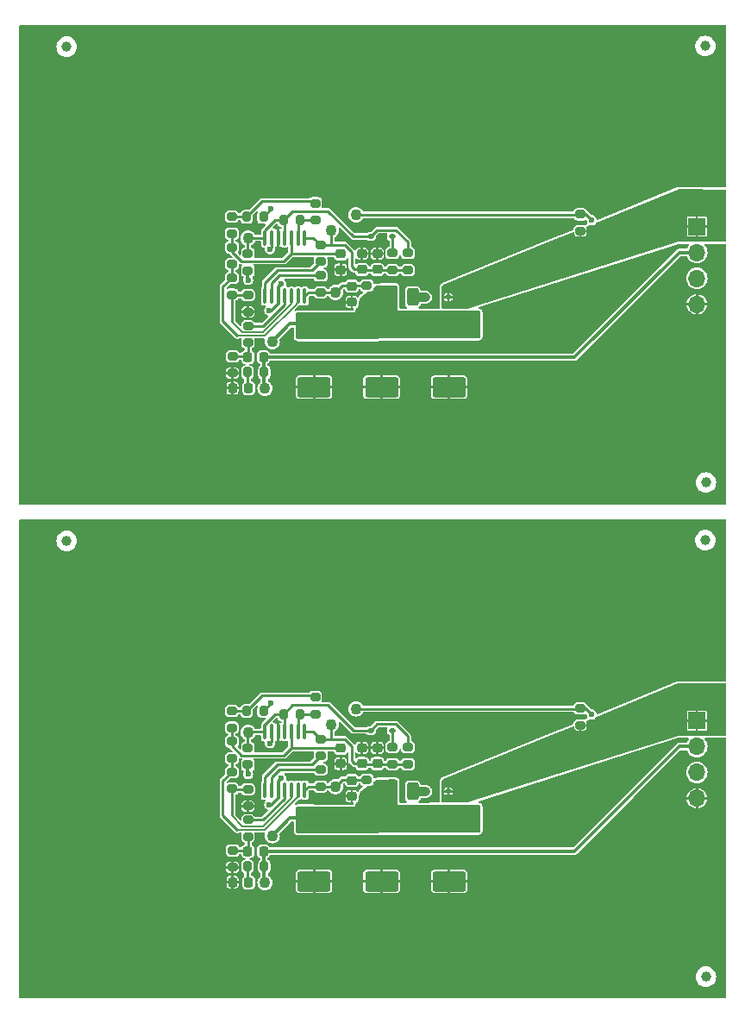
<source format=gbr>
%TF.GenerationSoftware,KiCad,Pcbnew,8.0.4*%
%TF.CreationDate,2024-08-14T23:56:45-07:00*%
%TF.ProjectId,SleepyWoof_panelized,536c6565-7079-4576-9f6f-665f70616e65,rev?*%
%TF.SameCoordinates,Original*%
%TF.FileFunction,Copper,L1,Top*%
%TF.FilePolarity,Positive*%
%FSLAX46Y46*%
G04 Gerber Fmt 4.6, Leading zero omitted, Abs format (unit mm)*
G04 Created by KiCad (PCBNEW 8.0.4) date 2024-08-14 23:56:45*
%MOMM*%
%LPD*%
G01*
G04 APERTURE LIST*
G04 Aperture macros list*
%AMRoundRect*
0 Rectangle with rounded corners*
0 $1 Rounding radius*
0 $2 $3 $4 $5 $6 $7 $8 $9 X,Y pos of 4 corners*
0 Add a 4 corners polygon primitive as box body*
4,1,4,$2,$3,$4,$5,$6,$7,$8,$9,$2,$3,0*
0 Add four circle primitives for the rounded corners*
1,1,$1+$1,$2,$3*
1,1,$1+$1,$4,$5*
1,1,$1+$1,$6,$7*
1,1,$1+$1,$8,$9*
0 Add four rect primitives between the rounded corners*
20,1,$1+$1,$2,$3,$4,$5,0*
20,1,$1+$1,$4,$5,$6,$7,0*
20,1,$1+$1,$6,$7,$8,$9,0*
20,1,$1+$1,$8,$9,$2,$3,0*%
G04 Aperture macros list end*
%TA.AperFunction,TestPad*%
%ADD10C,1.100000*%
%TD*%
%TA.AperFunction,SMDPad,CuDef*%
%ADD11RoundRect,0.225000X0.250000X-0.225000X0.250000X0.225000X-0.250000X0.225000X-0.250000X-0.225000X0*%
%TD*%
%TA.AperFunction,SMDPad,CuDef*%
%ADD12RoundRect,0.200000X-0.275000X0.200000X-0.275000X-0.200000X0.275000X-0.200000X0.275000X0.200000X0*%
%TD*%
%TA.AperFunction,SMDPad,CuDef*%
%ADD13RoundRect,0.200000X0.200000X0.275000X-0.200000X0.275000X-0.200000X-0.275000X0.200000X-0.275000X0*%
%TD*%
%TA.AperFunction,SMDPad,CuDef*%
%ADD14RoundRect,0.250000X-1.400000X0.750000X-1.400000X-0.750000X1.400000X-0.750000X1.400000X0.750000X0*%
%TD*%
%TA.AperFunction,SMDPad,CuDef*%
%ADD15RoundRect,0.225000X0.225000X0.250000X-0.225000X0.250000X-0.225000X-0.250000X0.225000X-0.250000X0*%
%TD*%
%TA.AperFunction,SMDPad,CuDef*%
%ADD16RoundRect,0.200000X0.275000X-0.200000X0.275000X0.200000X-0.275000X0.200000X-0.275000X-0.200000X0*%
%TD*%
%TA.AperFunction,SMDPad,CuDef*%
%ADD17RoundRect,0.225000X-0.250000X0.225000X-0.250000X-0.225000X0.250000X-0.225000X0.250000X0.225000X0*%
%TD*%
%TA.AperFunction,SMDPad,CuDef*%
%ADD18RoundRect,0.218750X-0.218750X-0.256250X0.218750X-0.256250X0.218750X0.256250X-0.218750X0.256250X0*%
%TD*%
%TA.AperFunction,SMDPad,CuDef*%
%ADD19RoundRect,0.100000X0.100000X-0.637500X0.100000X0.637500X-0.100000X0.637500X-0.100000X-0.637500X0*%
%TD*%
%TA.AperFunction,SMDPad,CuDef*%
%ADD20C,1.000000*%
%TD*%
%TA.AperFunction,SMDPad,CuDef*%
%ADD21RoundRect,0.112500X-0.187500X-0.112500X0.187500X-0.112500X0.187500X0.112500X-0.187500X0.112500X0*%
%TD*%
%TA.AperFunction,SMDPad,CuDef*%
%ADD22RoundRect,0.250000X0.312500X0.625000X-0.312500X0.625000X-0.312500X-0.625000X0.312500X-0.625000X0*%
%TD*%
%TA.AperFunction,ComponentPad*%
%ADD23R,1.700000X1.700000*%
%TD*%
%TA.AperFunction,ComponentPad*%
%ADD24O,1.700000X1.700000*%
%TD*%
%TA.AperFunction,ViaPad*%
%ADD25C,0.600000*%
%TD*%
%TA.AperFunction,Conductor*%
%ADD26C,0.228600*%
%TD*%
%TA.AperFunction,Conductor*%
%ADD27C,0.150000*%
%TD*%
%TA.AperFunction,Conductor*%
%ADD28C,0.254000*%
%TD*%
%TA.AperFunction,Conductor*%
%ADD29C,0.900000*%
%TD*%
%TA.AperFunction,Conductor*%
%ADD30C,0.304800*%
%TD*%
%TA.AperFunction,Conductor*%
%ADD31C,0.300000*%
%TD*%
G04 APERTURE END LIST*
D10*
%TO.P,TP1,1,1*%
%TO.N,/WDT-VIN*%
X170780000Y-60780000D03*
%TD*%
D11*
%TO.P,C5,1*%
%TO.N,GND*%
X178605000Y-56910000D03*
%TO.P,C5,2*%
%TO.N,Net-(U1B-+)*%
X178605000Y-55360000D03*
%TD*%
D12*
%TO.P,R18,1*%
%TO.N,WDT_OUT*%
X201050000Y-48305000D03*
%TO.P,R18,2*%
%TO.N,VBATT*%
X201050000Y-49955000D03*
%TD*%
D13*
%TO.P,R7,1*%
%TO.N,PET_WDT*%
X170005000Y-63800000D03*
%TO.P,R7,2*%
%TO.N,Net-(D2-A)*%
X168355000Y-63800000D03*
%TD*%
D12*
%TO.P,R3,1*%
%TO.N,Net-(R13-Pad2)*%
X166817500Y-48535000D03*
%TO.P,R3,2*%
%TO.N,Net-(U1D--)*%
X166817500Y-50185000D03*
%TD*%
D14*
%TO.P,C1,1*%
%TO.N,/WDT-VIN*%
X174890000Y-59072500D03*
%TO.P,C1,2*%
%TO.N,GND*%
X174890000Y-65272500D03*
%TD*%
D13*
%TO.P,R15,1*%
%TO.N,Net-(U1C-+)*%
X173530000Y-48860000D03*
%TO.P,R15,2*%
%TO.N,Net-(U1D-+)*%
X171880000Y-48860000D03*
%TD*%
D15*
%TO.P,C4,1*%
%TO.N,PET_WDT*%
X169942500Y-62300000D03*
%TO.P,C4,2*%
%TO.N,Net-(C4-Pad2)*%
X168392500Y-62300000D03*
%TD*%
D12*
%TO.P,R4,1*%
%TO.N,Net-(U1D--)*%
X166817500Y-51535000D03*
%TO.P,R4,2*%
%TO.N,Net-(U1B--)*%
X166817500Y-53185000D03*
%TD*%
D10*
%TO.P,TP4,1,1*%
%TO.N,Net-(U1C--)*%
X176605000Y-49860000D03*
%TD*%
D12*
%TO.P,R8,1*%
%TO.N,Net-(C4-Pad2)*%
X166900000Y-62220000D03*
%TO.P,R8,2*%
%TO.N,GND*%
X166900000Y-63870000D03*
%TD*%
D16*
%TO.P,R12,1*%
%TO.N,Net-(R12-Pad1)*%
X175530000Y-52960000D03*
%TO.P,R12,2*%
%TO.N,Net-(U1C--)*%
X175530000Y-51310000D03*
%TD*%
D17*
%TO.P,C6,1*%
%TO.N,GND*%
X181105000Y-52160000D03*
%TO.P,C6,2*%
%TO.N,Net-(U1C--)*%
X181105000Y-53710000D03*
%TD*%
D16*
%TO.P,R11,1*%
%TO.N,/WDT-VIN*%
X180080000Y-56960000D03*
%TO.P,R11,2*%
%TO.N,Net-(U1B-+)*%
X180080000Y-55310000D03*
%TD*%
D18*
%TO.P,D2,1,K*%
%TO.N,GND*%
X166882500Y-65360000D03*
%TO.P,D2,2,A*%
%TO.N,Net-(D2-A)*%
X168457500Y-65360000D03*
%TD*%
D17*
%TO.P,C7,1*%
%TO.N,GND*%
X179605000Y-52160000D03*
%TO.P,C7,2*%
%TO.N,Net-(U1C--)*%
X179605000Y-53710000D03*
%TD*%
D19*
%TO.P,U1,1*%
%TO.N,Net-(R12-Pad1)*%
X170080000Y-56322500D03*
%TO.P,U1,2*%
%TO.N,Net-(R10-Pad1)*%
X170730000Y-56322500D03*
%TO.P,U1,3,V+*%
%TO.N,/WDT-VIN*%
X171380000Y-56322500D03*
%TO.P,U1,4,-*%
%TO.N,Net-(U1A--)*%
X172030000Y-56322500D03*
%TO.P,U1,5,+*%
%TO.N,/WDT-VP*%
X172680000Y-56322500D03*
%TO.P,U1,6,-*%
%TO.N,Net-(U1B--)*%
X173330000Y-56322500D03*
%TO.P,U1,7,+*%
%TO.N,Net-(U1B-+)*%
X173980000Y-56322500D03*
%TO.P,U1,8,-*%
%TO.N,Net-(U1C--)*%
X173980000Y-50597500D03*
%TO.P,U1,9,+*%
%TO.N,Net-(U1C-+)*%
X173330000Y-50597500D03*
%TO.P,U1,10,-*%
%TO.N,Net-(U1D--)*%
X172680000Y-50597500D03*
%TO.P,U1,11,+*%
%TO.N,Net-(U1D-+)*%
X172030000Y-50597500D03*
%TO.P,U1,12,V-*%
%TO.N,GND*%
X171380000Y-50597500D03*
%TO.P,U1,13*%
%TO.N,WDT_OUT*%
X170730000Y-50597500D03*
%TO.P,U1,14*%
%TO.N,Net-(U1D-+)*%
X170080000Y-50597500D03*
%TD*%
D14*
%TO.P,C3,1*%
%TO.N,/WDT-VIN*%
X188160000Y-59072500D03*
%TO.P,C3,2*%
%TO.N,GND*%
X188160000Y-65272500D03*
%TD*%
D16*
%TO.P,R13,1*%
%TO.N,Net-(U1C-+)*%
X175005000Y-48860000D03*
%TO.P,R13,2*%
%TO.N,Net-(R13-Pad2)*%
X175005000Y-47210000D03*
%TD*%
D13*
%TO.P,R2,1*%
%TO.N,/WDT-VIN*%
X169930000Y-48560000D03*
%TO.P,R2,2*%
%TO.N,Net-(R13-Pad2)*%
X168280000Y-48560000D03*
%TD*%
D20*
%TO.P,FID2,*%
%TO.N,*%
X213310000Y-31780000D03*
%TD*%
D10*
%TO.P,TP2,1,1*%
%TO.N,PET_WDT*%
X170080000Y-65397500D03*
%TD*%
D21*
%TO.P,D3,1,1*%
%TO.N,Net-(U1D-+)*%
X180455000Y-50460000D03*
%TO.P,D3,2,2*%
%TO.N,Net-(D3-Pad2)*%
X182555000Y-50460000D03*
%TD*%
D12*
%TO.P,R6,1*%
%TO.N,/WDT-VP*%
X168405000Y-56235000D03*
%TO.P,R6,2*%
%TO.N,GND*%
X168405000Y-57885000D03*
%TD*%
%TO.P,R5,1*%
%TO.N,Net-(U1B--)*%
X166817500Y-54535000D03*
%TO.P,R5,2*%
%TO.N,/WDT-VP*%
X166817500Y-56185000D03*
%TD*%
D16*
%TO.P,R9,1*%
%TO.N,Net-(C4-Pad2)*%
X168417500Y-60885000D03*
%TO.P,R9,2*%
%TO.N,Net-(U1A--)*%
X168417500Y-59235000D03*
%TD*%
D10*
%TO.P,TP3,1,1*%
%TO.N,Net-(U1B-+)*%
X177005000Y-55960000D03*
%TD*%
D11*
%TO.P,C8,1*%
%TO.N,GND*%
X177505000Y-53735000D03*
%TO.P,C8,2*%
%TO.N,Net-(U1D--)*%
X177505000Y-52185000D03*
%TD*%
D14*
%TO.P,C2,1*%
%TO.N,/WDT-VIN*%
X181525000Y-59072500D03*
%TO.P,C2,2*%
%TO.N,GND*%
X181525000Y-65272500D03*
%TD*%
D12*
%TO.P,R16,1*%
%TO.N,Net-(U1D-+)*%
X184105000Y-52110000D03*
%TO.P,R16,2*%
%TO.N,Net-(U1C--)*%
X184105000Y-53760000D03*
%TD*%
D20*
%TO.P,FID1,*%
%TO.N,*%
X150600000Y-31850000D03*
%TD*%
D21*
%TO.P,D1,1,1*%
%TO.N,Net-(D1-Pad1)*%
X185967500Y-56435000D03*
%TO.P,D1,2,2*%
%TO.N,VBATT*%
X188067500Y-56435000D03*
%TD*%
D12*
%TO.P,R17,1*%
%TO.N,Net-(U1D-+)*%
X168400000Y-52175000D03*
%TO.P,R17,2*%
%TO.N,/WDT-VIN*%
X168400000Y-53825000D03*
%TD*%
D22*
%TO.P,R1,1*%
%TO.N,Net-(D1-Pad1)*%
X184580000Y-56435000D03*
%TO.P,R1,2*%
%TO.N,/WDT-VIN*%
X181655000Y-56435000D03*
%TD*%
D23*
%TO.P,J1,1,Pin_1*%
%TO.N,VBATT*%
X212480000Y-49500000D03*
D24*
%TO.P,J1,2,Pin_2*%
%TO.N,PET_WDT*%
X212480000Y-52040000D03*
%TO.P,J1,3,Pin_3*%
%TO.N,WDT_OUT*%
X212480000Y-54580000D03*
%TO.P,J1,4,Pin_4*%
%TO.N,GND*%
X212480000Y-57120000D03*
%TD*%
D12*
%TO.P,R14,1*%
%TO.N,Net-(D3-Pad2)*%
X182605000Y-52110000D03*
%TO.P,R14,2*%
%TO.N,Net-(U1C--)*%
X182605000Y-53760000D03*
%TD*%
D20*
%TO.P,FID3,*%
%TO.N,*%
X213370000Y-74620000D03*
%TD*%
D10*
%TO.P,TP6,1,1*%
%TO.N,WDT_OUT*%
X179017500Y-48335000D03*
%TD*%
D12*
%TO.P,R10,1*%
%TO.N,Net-(R10-Pad1)*%
X175530000Y-54310000D03*
%TO.P,R10,2*%
%TO.N,Net-(U1B-+)*%
X175530000Y-55960000D03*
%TD*%
D10*
%TO.P,TP5,1,1*%
%TO.N,Net-(U1D-+)*%
X168405000Y-50635000D03*
%TD*%
%TO.P,TP5,1,1*%
%TO.N,Net-(U1D-+)*%
X168405000Y-99135000D03*
%TD*%
D12*
%TO.P,R10,1*%
%TO.N,Net-(R10-Pad1)*%
X175530000Y-102810000D03*
%TO.P,R10,2*%
%TO.N,Net-(U1B-+)*%
X175530000Y-104460000D03*
%TD*%
D10*
%TO.P,TP6,1,1*%
%TO.N,WDT_OUT*%
X179017500Y-96835000D03*
%TD*%
D20*
%TO.P,FID3,*%
%TO.N,*%
X213370000Y-123120000D03*
%TD*%
D12*
%TO.P,R14,1*%
%TO.N,Net-(D3-Pad2)*%
X182605000Y-100610000D03*
%TO.P,R14,2*%
%TO.N,Net-(U1C--)*%
X182605000Y-102260000D03*
%TD*%
D23*
%TO.P,J1,1,Pin_1*%
%TO.N,VBATT*%
X212480000Y-98000000D03*
D24*
%TO.P,J1,2,Pin_2*%
%TO.N,PET_WDT*%
X212480000Y-100540000D03*
%TO.P,J1,3,Pin_3*%
%TO.N,WDT_OUT*%
X212480000Y-103080000D03*
%TO.P,J1,4,Pin_4*%
%TO.N,GND*%
X212480000Y-105620000D03*
%TD*%
D22*
%TO.P,R1,1*%
%TO.N,Net-(D1-Pad1)*%
X184580000Y-104935000D03*
%TO.P,R1,2*%
%TO.N,/WDT-VIN*%
X181655000Y-104935000D03*
%TD*%
D12*
%TO.P,R17,1*%
%TO.N,Net-(U1D-+)*%
X168400000Y-100675000D03*
%TO.P,R17,2*%
%TO.N,/WDT-VIN*%
X168400000Y-102325000D03*
%TD*%
D21*
%TO.P,D1,1,1*%
%TO.N,Net-(D1-Pad1)*%
X185967500Y-104935000D03*
%TO.P,D1,2,2*%
%TO.N,VBATT*%
X188067500Y-104935000D03*
%TD*%
D20*
%TO.P,FID1,*%
%TO.N,*%
X150600000Y-80350000D03*
%TD*%
D12*
%TO.P,R16,1*%
%TO.N,Net-(U1D-+)*%
X184105000Y-100610000D03*
%TO.P,R16,2*%
%TO.N,Net-(U1C--)*%
X184105000Y-102260000D03*
%TD*%
D14*
%TO.P,C2,1*%
%TO.N,/WDT-VIN*%
X181525000Y-107572500D03*
%TO.P,C2,2*%
%TO.N,GND*%
X181525000Y-113772500D03*
%TD*%
D11*
%TO.P,C8,1*%
%TO.N,GND*%
X177505000Y-102235000D03*
%TO.P,C8,2*%
%TO.N,Net-(U1D--)*%
X177505000Y-100685000D03*
%TD*%
D10*
%TO.P,TP3,1,1*%
%TO.N,Net-(U1B-+)*%
X177005000Y-104460000D03*
%TD*%
D16*
%TO.P,R9,1*%
%TO.N,Net-(C4-Pad2)*%
X168417500Y-109385000D03*
%TO.P,R9,2*%
%TO.N,Net-(U1A--)*%
X168417500Y-107735000D03*
%TD*%
D12*
%TO.P,R5,1*%
%TO.N,Net-(U1B--)*%
X166817500Y-103035000D03*
%TO.P,R5,2*%
%TO.N,/WDT-VP*%
X166817500Y-104685000D03*
%TD*%
%TO.P,R6,1*%
%TO.N,/WDT-VP*%
X168405000Y-104735000D03*
%TO.P,R6,2*%
%TO.N,GND*%
X168405000Y-106385000D03*
%TD*%
D21*
%TO.P,D3,1,1*%
%TO.N,Net-(U1D-+)*%
X180455000Y-98960000D03*
%TO.P,D3,2,2*%
%TO.N,Net-(D3-Pad2)*%
X182555000Y-98960000D03*
%TD*%
D10*
%TO.P,TP2,1,1*%
%TO.N,PET_WDT*%
X170080000Y-113897500D03*
%TD*%
D20*
%TO.P,FID2,*%
%TO.N,*%
X213310000Y-80280000D03*
%TD*%
D13*
%TO.P,R2,1*%
%TO.N,/WDT-VIN*%
X169930000Y-97060000D03*
%TO.P,R2,2*%
%TO.N,Net-(R13-Pad2)*%
X168280000Y-97060000D03*
%TD*%
D16*
%TO.P,R13,1*%
%TO.N,Net-(U1C-+)*%
X175005000Y-97360000D03*
%TO.P,R13,2*%
%TO.N,Net-(R13-Pad2)*%
X175005000Y-95710000D03*
%TD*%
D14*
%TO.P,C3,1*%
%TO.N,/WDT-VIN*%
X188160000Y-107572500D03*
%TO.P,C3,2*%
%TO.N,GND*%
X188160000Y-113772500D03*
%TD*%
D19*
%TO.P,U1,1*%
%TO.N,Net-(R12-Pad1)*%
X170080000Y-104822500D03*
%TO.P,U1,2*%
%TO.N,Net-(R10-Pad1)*%
X170730000Y-104822500D03*
%TO.P,U1,3,V+*%
%TO.N,/WDT-VIN*%
X171380000Y-104822500D03*
%TO.P,U1,4,-*%
%TO.N,Net-(U1A--)*%
X172030000Y-104822500D03*
%TO.P,U1,5,+*%
%TO.N,/WDT-VP*%
X172680000Y-104822500D03*
%TO.P,U1,6,-*%
%TO.N,Net-(U1B--)*%
X173330000Y-104822500D03*
%TO.P,U1,7,+*%
%TO.N,Net-(U1B-+)*%
X173980000Y-104822500D03*
%TO.P,U1,8,-*%
%TO.N,Net-(U1C--)*%
X173980000Y-99097500D03*
%TO.P,U1,9,+*%
%TO.N,Net-(U1C-+)*%
X173330000Y-99097500D03*
%TO.P,U1,10,-*%
%TO.N,Net-(U1D--)*%
X172680000Y-99097500D03*
%TO.P,U1,11,+*%
%TO.N,Net-(U1D-+)*%
X172030000Y-99097500D03*
%TO.P,U1,12,V-*%
%TO.N,GND*%
X171380000Y-99097500D03*
%TO.P,U1,13*%
%TO.N,WDT_OUT*%
X170730000Y-99097500D03*
%TO.P,U1,14*%
%TO.N,Net-(U1D-+)*%
X170080000Y-99097500D03*
%TD*%
D17*
%TO.P,C7,1*%
%TO.N,GND*%
X179605000Y-100660000D03*
%TO.P,C7,2*%
%TO.N,Net-(U1C--)*%
X179605000Y-102210000D03*
%TD*%
D18*
%TO.P,D2,1,K*%
%TO.N,GND*%
X166882500Y-113860000D03*
%TO.P,D2,2,A*%
%TO.N,Net-(D2-A)*%
X168457500Y-113860000D03*
%TD*%
D16*
%TO.P,R11,1*%
%TO.N,/WDT-VIN*%
X180080000Y-105460000D03*
%TO.P,R11,2*%
%TO.N,Net-(U1B-+)*%
X180080000Y-103810000D03*
%TD*%
D17*
%TO.P,C6,1*%
%TO.N,GND*%
X181105000Y-100660000D03*
%TO.P,C6,2*%
%TO.N,Net-(U1C--)*%
X181105000Y-102210000D03*
%TD*%
D16*
%TO.P,R12,1*%
%TO.N,Net-(R12-Pad1)*%
X175530000Y-101460000D03*
%TO.P,R12,2*%
%TO.N,Net-(U1C--)*%
X175530000Y-99810000D03*
%TD*%
D12*
%TO.P,R8,1*%
%TO.N,Net-(C4-Pad2)*%
X166900000Y-110720000D03*
%TO.P,R8,2*%
%TO.N,GND*%
X166900000Y-112370000D03*
%TD*%
D10*
%TO.P,TP4,1,1*%
%TO.N,Net-(U1C--)*%
X176605000Y-98360000D03*
%TD*%
D12*
%TO.P,R4,1*%
%TO.N,Net-(U1D--)*%
X166817500Y-100035000D03*
%TO.P,R4,2*%
%TO.N,Net-(U1B--)*%
X166817500Y-101685000D03*
%TD*%
D15*
%TO.P,C4,1*%
%TO.N,PET_WDT*%
X169942500Y-110800000D03*
%TO.P,C4,2*%
%TO.N,Net-(C4-Pad2)*%
X168392500Y-110800000D03*
%TD*%
D13*
%TO.P,R15,1*%
%TO.N,Net-(U1C-+)*%
X173530000Y-97360000D03*
%TO.P,R15,2*%
%TO.N,Net-(U1D-+)*%
X171880000Y-97360000D03*
%TD*%
D14*
%TO.P,C1,1*%
%TO.N,/WDT-VIN*%
X174890000Y-107572500D03*
%TO.P,C1,2*%
%TO.N,GND*%
X174890000Y-113772500D03*
%TD*%
D12*
%TO.P,R3,1*%
%TO.N,Net-(R13-Pad2)*%
X166817500Y-97035000D03*
%TO.P,R3,2*%
%TO.N,Net-(U1D--)*%
X166817500Y-98685000D03*
%TD*%
D13*
%TO.P,R7,1*%
%TO.N,PET_WDT*%
X170005000Y-112300000D03*
%TO.P,R7,2*%
%TO.N,Net-(D2-A)*%
X168355000Y-112300000D03*
%TD*%
D12*
%TO.P,R18,1*%
%TO.N,WDT_OUT*%
X201050000Y-96805000D03*
%TO.P,R18,2*%
%TO.N,VBATT*%
X201050000Y-98455000D03*
%TD*%
D11*
%TO.P,C5,1*%
%TO.N,GND*%
X178605000Y-105410000D03*
%TO.P,C5,2*%
%TO.N,Net-(U1B-+)*%
X178605000Y-103860000D03*
%TD*%
D10*
%TO.P,TP1,1,1*%
%TO.N,/WDT-VIN*%
X170780000Y-109280000D03*
%TD*%
D25*
%TO.N,WDT_OUT*%
X202170000Y-48890000D03*
X170570000Y-51710000D03*
%TO.N,/WDT-VIN*%
X171678647Y-55138127D03*
X177540000Y-59210000D03*
X168410000Y-54750000D03*
X184240000Y-59630000D03*
X170670000Y-47785000D03*
X178860000Y-58600000D03*
X170498733Y-57734733D03*
X185450000Y-58500000D03*
%TO.N,GND*%
X169554000Y-61108000D03*
X178308000Y-54243000D03*
X165785800Y-65342800D03*
X181102000Y-51195000D03*
X175142000Y-57044000D03*
X173786800Y-54954200D03*
X169418000Y-57926000D03*
X172033727Y-51834998D03*
X163730000Y-50980000D03*
X165887400Y-63869600D03*
X171332000Y-52218000D03*
X179578000Y-51195000D03*
X163780000Y-52720000D03*
X173872000Y-52980000D03*
X163800000Y-54480000D03*
X184150000Y-66943000D03*
X163840000Y-56310000D03*
X179324000Y-66943000D03*
X172950000Y-53190000D03*
X174498000Y-66943000D03*
X176920000Y-57044000D03*
X171450000Y-46242000D03*
X171450000Y-94742000D03*
X176920000Y-105544000D03*
X174498000Y-115443000D03*
X172950000Y-101690000D03*
X179324000Y-115443000D03*
X163840000Y-104810000D03*
X184150000Y-115443000D03*
X163800000Y-102980000D03*
X173872000Y-101480000D03*
X163780000Y-101220000D03*
X179578000Y-99695000D03*
X171332000Y-100718000D03*
X165887400Y-112369600D03*
X163730000Y-99480000D03*
X172033727Y-100334998D03*
X169418000Y-106426000D03*
X173786800Y-103454200D03*
X175142000Y-105544000D03*
X181102000Y-99695000D03*
X165785800Y-113842800D03*
X178308000Y-102743000D03*
X169554000Y-109608000D03*
%TO.N,/WDT-VIN*%
X185450000Y-107000000D03*
X170498733Y-106234733D03*
X178860000Y-107100000D03*
X170670000Y-96285000D03*
X184240000Y-108130000D03*
X168410000Y-103250000D03*
X177540000Y-107710000D03*
X171678647Y-103638127D03*
%TO.N,WDT_OUT*%
X170570000Y-100210000D03*
X202170000Y-97390000D03*
%TD*%
D26*
%TO.N,WDT_OUT*%
X179087500Y-48265000D02*
X179017500Y-48335000D01*
X170570000Y-51710000D02*
X170730000Y-51550000D01*
X179017500Y-48335000D02*
X201005000Y-48335000D01*
X170730000Y-51550000D02*
X170730000Y-50597500D01*
X202170000Y-48890000D02*
X201585000Y-48305000D01*
X201585000Y-48305000D02*
X201050000Y-48305000D01*
X201005000Y-48335000D02*
X201060000Y-48280000D01*
%TO.N,Net-(U1C-+)*%
X173330000Y-49060000D02*
X173530000Y-48860000D01*
X175005000Y-48860000D02*
X173530000Y-48860000D01*
X173330000Y-50597500D02*
X173330000Y-49060000D01*
%TO.N,Net-(R12-Pad1)*%
X170080000Y-55027462D02*
X171300248Y-53807214D01*
X170080000Y-56322500D02*
X170080000Y-55027462D01*
X171300248Y-53807214D02*
X174682786Y-53807214D01*
X174682786Y-53807214D02*
X175530000Y-52960000D01*
%TO.N,Net-(R10-Pad1)*%
X171480699Y-54309340D02*
X175529340Y-54309340D01*
X175529340Y-54309340D02*
X175530000Y-54310000D01*
X170730000Y-56322500D02*
X170730000Y-55060039D01*
X170730000Y-55060039D02*
X171480699Y-54309340D01*
%TO.N,Net-(U1A--)*%
X168417500Y-59235000D02*
X169923411Y-59235000D01*
X169923411Y-59235000D02*
X172030000Y-57128411D01*
X172030000Y-57128411D02*
X172030000Y-56322500D01*
D27*
%TO.N,/WDT-VP*%
X169876319Y-59863680D02*
X167872904Y-59863680D01*
X172680000Y-57059999D02*
X169876319Y-59863680D01*
D26*
X166945000Y-56235000D02*
X168405000Y-56235000D01*
D27*
X167872904Y-59863680D02*
X166817500Y-58808276D01*
X172680000Y-56322500D02*
X172680000Y-57059999D01*
D26*
X166817500Y-56185000D02*
X166895000Y-56185000D01*
X166895000Y-56185000D02*
X166945000Y-56235000D01*
X166817500Y-58808276D02*
X166817500Y-56185000D01*
D27*
%TO.N,Net-(U1B--)*%
X167394042Y-60214042D02*
X170059060Y-60214042D01*
X167380000Y-60200000D02*
X167394042Y-60214042D01*
X170059060Y-60214042D02*
X173155000Y-57118102D01*
D26*
X165942688Y-58762688D02*
X167380000Y-60200000D01*
X166817500Y-53185000D02*
X166817500Y-54535000D01*
D27*
X173155000Y-57118102D02*
X173155000Y-57110000D01*
X173330000Y-56935000D02*
X173330000Y-56322500D01*
D26*
X165942688Y-55409812D02*
X165942688Y-58762688D01*
X166817500Y-54535000D02*
X165942688Y-55409812D01*
D27*
X173155000Y-57110000D02*
X173330000Y-56935000D01*
D26*
%TO.N,Net-(R13-Pad2)*%
X169810600Y-47029400D02*
X174824400Y-47029400D01*
X168280000Y-48560000D02*
X169810600Y-47029400D01*
X166817500Y-48535000D02*
X168255000Y-48535000D01*
X168255000Y-48535000D02*
X168280000Y-48560000D01*
X174824400Y-47029400D02*
X175005000Y-47210000D01*
%TO.N,Net-(D3-Pad2)*%
X182605000Y-50510000D02*
X182555000Y-50460000D01*
X182605000Y-52110000D02*
X182605000Y-50510000D01*
%TO.N,Net-(U1D-+)*%
X170080000Y-50597500D02*
X168442500Y-50597500D01*
X172030000Y-49010000D02*
X171880000Y-48860000D01*
X171080001Y-48860000D02*
X171880000Y-48860000D01*
X176255216Y-47973816D02*
X172766184Y-47973816D01*
X182938962Y-49834469D02*
X181080531Y-49834469D01*
X184105000Y-51000507D02*
X182938962Y-49834469D01*
X178741400Y-50460000D02*
X176255216Y-47973816D01*
X172030000Y-50597500D02*
X172030000Y-49010000D01*
X168400000Y-50640000D02*
X168405000Y-50635000D01*
X168400000Y-52175000D02*
X168400000Y-50640000D01*
X168442500Y-50597500D02*
X168405000Y-50635000D01*
X184105000Y-52110000D02*
X184105000Y-51000507D01*
X181080531Y-49834469D02*
X180455000Y-50460000D01*
X170080000Y-50597500D02*
X170080000Y-49860001D01*
X180455000Y-50460000D02*
X178741400Y-50460000D01*
X172766184Y-47973816D02*
X171880000Y-48860000D01*
X170080000Y-49860001D02*
X171080001Y-48860000D01*
D28*
%TO.N,Net-(D2-A)*%
X168355000Y-63800000D02*
X168355000Y-65257500D01*
X168355000Y-65257500D02*
X168457500Y-65360000D01*
D29*
%TO.N,Net-(D1-Pad1)*%
X185801000Y-56435000D02*
X184580000Y-56435000D01*
D26*
%TO.N,Net-(U1D--)*%
X166817500Y-51535000D02*
X166817500Y-51957500D01*
X172680000Y-52001898D02*
X172680000Y-50597500D01*
X172680000Y-52132329D02*
X172680000Y-52001898D01*
X166817500Y-51535000D02*
X166817500Y-50185000D01*
X171912329Y-52900000D02*
X172680000Y-52132329D01*
X166817500Y-51957500D02*
X167760000Y-52900000D01*
X167760000Y-52900000D02*
X171912329Y-52900000D01*
X172732671Y-52185000D02*
X172680000Y-52132329D01*
X177505000Y-52185000D02*
X172732671Y-52185000D01*
D28*
%TO.N,Net-(U1C--)*%
X176605000Y-51305000D02*
X176600000Y-51310000D01*
X174817500Y-50597500D02*
X173980000Y-50597500D01*
X175530000Y-51310000D02*
X174817500Y-50597500D01*
X176600000Y-51310000D02*
X175530000Y-51310000D01*
X177891880Y-51310000D02*
X176600000Y-51310000D01*
X176605000Y-49860000D02*
X176605000Y-51305000D01*
X178610000Y-52028120D02*
X177891880Y-51310000D01*
X179655000Y-53760000D02*
X179605000Y-53710000D01*
X178860000Y-53710000D02*
X178610000Y-53460000D01*
X179605000Y-53710000D02*
X178860000Y-53710000D01*
X178610000Y-53460000D02*
X178610000Y-52028120D01*
X184105000Y-53760000D02*
X179655000Y-53760000D01*
%TO.N,Net-(U1B-+)*%
X174342500Y-55960000D02*
X173980000Y-56322500D01*
X177005000Y-55960000D02*
X174342500Y-55960000D01*
X180080000Y-55310000D02*
X177655000Y-55310000D01*
X177655000Y-55310000D02*
X177005000Y-55960000D01*
D30*
%TO.N,PET_WDT*%
X169942500Y-63737500D02*
X170005000Y-63800000D01*
X170005000Y-65322500D02*
X170080000Y-65397500D01*
X200477000Y-62300000D02*
X210737000Y-52040000D01*
X169942500Y-62300000D02*
X169942500Y-63737500D01*
X170005000Y-63800000D02*
X170005000Y-65322500D01*
X210737000Y-52040000D02*
X212480000Y-52040000D01*
X169942500Y-62300000D02*
X200477000Y-62300000D01*
D28*
%TO.N,Net-(C4-Pad2)*%
X168417500Y-60885000D02*
X168417500Y-62275000D01*
X168312500Y-62220000D02*
X168392500Y-62300000D01*
X168417500Y-62275000D02*
X168392500Y-62300000D01*
X166900000Y-62220000D02*
X168312500Y-62220000D01*
D30*
%TO.N,/WDT-VIN*%
X171380000Y-55436774D02*
X171678647Y-55138127D01*
X170498733Y-57734733D02*
X170705265Y-57734733D01*
X171380000Y-56322500D02*
X171380000Y-55436774D01*
D26*
X170670000Y-47785000D02*
X169930000Y-48525000D01*
D31*
X174890000Y-59060000D02*
X172500000Y-59060000D01*
D30*
X171380000Y-57059998D02*
X171380000Y-56322500D01*
X168410000Y-54750000D02*
X168400000Y-54740000D01*
X170705265Y-57734733D02*
X171380000Y-57059998D01*
D26*
X169930000Y-48525000D02*
X169930000Y-48560000D01*
D30*
X168400000Y-54740000D02*
X168400000Y-53825000D01*
D31*
X172500000Y-59060000D02*
X170780000Y-60780000D01*
X172500000Y-107560000D02*
X170780000Y-109280000D01*
D30*
X168400000Y-103240000D02*
X168400000Y-102325000D01*
D26*
X169930000Y-97025000D02*
X169930000Y-97060000D01*
D30*
X170705265Y-106234733D02*
X171380000Y-105559998D01*
X168410000Y-103250000D02*
X168400000Y-103240000D01*
X171380000Y-105559998D02*
X171380000Y-104822500D01*
D31*
X174890000Y-107560000D02*
X172500000Y-107560000D01*
D26*
X170670000Y-96285000D02*
X169930000Y-97025000D01*
D30*
X171380000Y-104822500D02*
X171380000Y-103936774D01*
X170498733Y-106234733D02*
X170705265Y-106234733D01*
X171380000Y-103936774D02*
X171678647Y-103638127D01*
D28*
%TO.N,Net-(C4-Pad2)*%
X166900000Y-110720000D02*
X168312500Y-110720000D01*
X168417500Y-110775000D02*
X168392500Y-110800000D01*
X168312500Y-110720000D02*
X168392500Y-110800000D01*
X168417500Y-109385000D02*
X168417500Y-110775000D01*
D30*
%TO.N,PET_WDT*%
X169942500Y-110800000D02*
X200477000Y-110800000D01*
X210737000Y-100540000D02*
X212480000Y-100540000D01*
X170005000Y-112300000D02*
X170005000Y-113822500D01*
X169942500Y-110800000D02*
X169942500Y-112237500D01*
X200477000Y-110800000D02*
X210737000Y-100540000D01*
X170005000Y-113822500D02*
X170080000Y-113897500D01*
X169942500Y-112237500D02*
X170005000Y-112300000D01*
D28*
%TO.N,Net-(U1B-+)*%
X177655000Y-103810000D02*
X177005000Y-104460000D01*
X180080000Y-103810000D02*
X177655000Y-103810000D01*
X177005000Y-104460000D02*
X174342500Y-104460000D01*
X174342500Y-104460000D02*
X173980000Y-104822500D01*
%TO.N,Net-(U1C--)*%
X184105000Y-102260000D02*
X179655000Y-102260000D01*
X178610000Y-101960000D02*
X178610000Y-100528120D01*
X179605000Y-102210000D02*
X178860000Y-102210000D01*
X178860000Y-102210000D02*
X178610000Y-101960000D01*
X179655000Y-102260000D02*
X179605000Y-102210000D01*
X178610000Y-100528120D02*
X177891880Y-99810000D01*
X176605000Y-98360000D02*
X176605000Y-99805000D01*
X177891880Y-99810000D02*
X176600000Y-99810000D01*
X176600000Y-99810000D02*
X175530000Y-99810000D01*
X175530000Y-99810000D02*
X174817500Y-99097500D01*
X174817500Y-99097500D02*
X173980000Y-99097500D01*
X176605000Y-99805000D02*
X176600000Y-99810000D01*
D26*
%TO.N,Net-(U1D--)*%
X177505000Y-100685000D02*
X172732671Y-100685000D01*
X172732671Y-100685000D02*
X172680000Y-100632329D01*
X167760000Y-101400000D02*
X171912329Y-101400000D01*
X166817500Y-100457500D02*
X167760000Y-101400000D01*
X171912329Y-101400000D02*
X172680000Y-100632329D01*
X166817500Y-100035000D02*
X166817500Y-98685000D01*
X172680000Y-100632329D02*
X172680000Y-100501898D01*
X172680000Y-100501898D02*
X172680000Y-99097500D01*
X166817500Y-100035000D02*
X166817500Y-100457500D01*
D29*
%TO.N,Net-(D1-Pad1)*%
X185801000Y-104935000D02*
X184580000Y-104935000D01*
D28*
%TO.N,Net-(D2-A)*%
X168355000Y-113757500D02*
X168457500Y-113860000D01*
X168355000Y-112300000D02*
X168355000Y-113757500D01*
D26*
%TO.N,Net-(U1D-+)*%
X170080000Y-98360001D02*
X171080001Y-97360000D01*
X172766184Y-96473816D02*
X171880000Y-97360000D01*
X180455000Y-98960000D02*
X178741400Y-98960000D01*
X170080000Y-99097500D02*
X170080000Y-98360001D01*
X181080531Y-98334469D02*
X180455000Y-98960000D01*
X184105000Y-100610000D02*
X184105000Y-99500507D01*
X168442500Y-99097500D02*
X168405000Y-99135000D01*
X168400000Y-100675000D02*
X168400000Y-99140000D01*
X168400000Y-99140000D02*
X168405000Y-99135000D01*
X172030000Y-99097500D02*
X172030000Y-97510000D01*
X178741400Y-98960000D02*
X176255216Y-96473816D01*
X184105000Y-99500507D02*
X182938962Y-98334469D01*
X182938962Y-98334469D02*
X181080531Y-98334469D01*
X176255216Y-96473816D02*
X172766184Y-96473816D01*
X171080001Y-97360000D02*
X171880000Y-97360000D01*
X172030000Y-97510000D02*
X171880000Y-97360000D01*
X170080000Y-99097500D02*
X168442500Y-99097500D01*
%TO.N,Net-(D3-Pad2)*%
X182605000Y-100610000D02*
X182605000Y-99010000D01*
X182605000Y-99010000D02*
X182555000Y-98960000D01*
%TO.N,Net-(R13-Pad2)*%
X174824400Y-95529400D02*
X175005000Y-95710000D01*
X168255000Y-97035000D02*
X168280000Y-97060000D01*
X166817500Y-97035000D02*
X168255000Y-97035000D01*
X168280000Y-97060000D02*
X169810600Y-95529400D01*
X169810600Y-95529400D02*
X174824400Y-95529400D01*
D27*
%TO.N,Net-(U1B--)*%
X173155000Y-105610000D02*
X173330000Y-105435000D01*
D26*
X166817500Y-103035000D02*
X165942688Y-103909812D01*
X165942688Y-103909812D02*
X165942688Y-107262688D01*
D27*
X173330000Y-105435000D02*
X173330000Y-104822500D01*
X173155000Y-105618102D02*
X173155000Y-105610000D01*
D26*
X166817500Y-101685000D02*
X166817500Y-103035000D01*
X165942688Y-107262688D02*
X167380000Y-108700000D01*
D27*
X170059060Y-108714042D02*
X173155000Y-105618102D01*
X167380000Y-108700000D02*
X167394042Y-108714042D01*
X167394042Y-108714042D02*
X170059060Y-108714042D01*
D26*
%TO.N,/WDT-VP*%
X166817500Y-107308276D02*
X166817500Y-104685000D01*
X166895000Y-104685000D02*
X166945000Y-104735000D01*
X166817500Y-104685000D02*
X166895000Y-104685000D01*
D27*
X172680000Y-104822500D02*
X172680000Y-105559999D01*
X167872904Y-108363680D02*
X166817500Y-107308276D01*
D26*
X166945000Y-104735000D02*
X168405000Y-104735000D01*
D27*
X172680000Y-105559999D02*
X169876319Y-108363680D01*
X169876319Y-108363680D02*
X167872904Y-108363680D01*
D26*
%TO.N,Net-(U1A--)*%
X172030000Y-105628411D02*
X172030000Y-104822500D01*
X169923411Y-107735000D02*
X172030000Y-105628411D01*
X168417500Y-107735000D02*
X169923411Y-107735000D01*
%TO.N,Net-(R10-Pad1)*%
X170730000Y-103560039D02*
X171480699Y-102809340D01*
X170730000Y-104822500D02*
X170730000Y-103560039D01*
X175529340Y-102809340D02*
X175530000Y-102810000D01*
X171480699Y-102809340D02*
X175529340Y-102809340D01*
%TO.N,Net-(R12-Pad1)*%
X174682786Y-102307214D02*
X175530000Y-101460000D01*
X171300248Y-102307214D02*
X174682786Y-102307214D01*
X170080000Y-104822500D02*
X170080000Y-103527462D01*
X170080000Y-103527462D02*
X171300248Y-102307214D01*
%TO.N,Net-(U1C-+)*%
X173330000Y-99097500D02*
X173330000Y-97560000D01*
X175005000Y-97360000D02*
X173530000Y-97360000D01*
X173330000Y-97560000D02*
X173530000Y-97360000D01*
%TO.N,WDT_OUT*%
X201005000Y-96835000D02*
X201060000Y-96780000D01*
X201585000Y-96805000D02*
X201050000Y-96805000D01*
X202170000Y-97390000D02*
X201585000Y-96805000D01*
X170730000Y-100050000D02*
X170730000Y-99097500D01*
X179017500Y-96835000D02*
X201005000Y-96835000D01*
X170570000Y-100210000D02*
X170730000Y-100050000D01*
X179087500Y-96765000D02*
X179017500Y-96835000D01*
%TD*%
%TA.AperFunction,Conductor*%
%TO.N,VBATT*%
G36*
X210815504Y-94340493D02*
G01*
X215327216Y-94355786D01*
X215371344Y-94374241D01*
X215389500Y-94418285D01*
X215389500Y-99419621D01*
X215371194Y-99463815D01*
X215327106Y-99482121D01*
X212508389Y-99486899D01*
X212502160Y-99486598D01*
X212480004Y-99484417D01*
X212479999Y-99484417D01*
X212456848Y-99486697D01*
X212450828Y-99486998D01*
X210710673Y-99489947D01*
X210710659Y-99489948D01*
X210680000Y-99490000D01*
X210650772Y-99499233D01*
X210650747Y-99499240D01*
X189938034Y-106043200D01*
X189919282Y-106046104D01*
X187521610Y-106049043D01*
X187477393Y-106030791D01*
X187461227Y-106002956D01*
X187449223Y-105958844D01*
X187447032Y-105942735D01*
X187442960Y-105071088D01*
X187640500Y-105071088D01*
X187654395Y-105140947D01*
X187654396Y-105140949D01*
X187707330Y-105220169D01*
X187786550Y-105273103D01*
X187786552Y-105273104D01*
X187856411Y-105286999D01*
X187856412Y-105287000D01*
X187967500Y-105287000D01*
X188167500Y-105287000D01*
X188278588Y-105287000D01*
X188278588Y-105286999D01*
X188348447Y-105273104D01*
X188348449Y-105273103D01*
X188427669Y-105220169D01*
X188480603Y-105140949D01*
X188480604Y-105140947D01*
X188494499Y-105071088D01*
X188494500Y-105071088D01*
X188494500Y-105035000D01*
X188167500Y-105035000D01*
X188167500Y-105287000D01*
X187967500Y-105287000D01*
X187967500Y-105035000D01*
X187640500Y-105035000D01*
X187640500Y-105071088D01*
X187442960Y-105071088D01*
X187441688Y-104798911D01*
X187640500Y-104798911D01*
X187640500Y-104835000D01*
X187967500Y-104835000D01*
X188167500Y-104835000D01*
X188494500Y-104835000D01*
X188494500Y-104798912D01*
X188494499Y-104798911D01*
X188480604Y-104729052D01*
X188480603Y-104729050D01*
X188427669Y-104649830D01*
X188348449Y-104596896D01*
X188348447Y-104596895D01*
X188278588Y-104583000D01*
X188167500Y-104583000D01*
X188167500Y-104835000D01*
X187967500Y-104835000D01*
X187967500Y-104583000D01*
X187856412Y-104583000D01*
X187786552Y-104596895D01*
X187786550Y-104596896D01*
X187707330Y-104649830D01*
X187654396Y-104729050D01*
X187654395Y-104729052D01*
X187640500Y-104798911D01*
X187441688Y-104798911D01*
X187437697Y-103944846D01*
X187438860Y-103932550D01*
X187450390Y-103873685D01*
X187459776Y-103850952D01*
X187489604Y-103806371D01*
X187507036Y-103789021D01*
X187557043Y-103755905D01*
X187567970Y-103750135D01*
X198003988Y-99499239D01*
X200361926Y-98538781D01*
X200409757Y-98539062D01*
X200443382Y-98573086D01*
X200448000Y-98596662D01*
X200448000Y-98693311D01*
X200448001Y-98693313D01*
X200454270Y-98740942D01*
X200503005Y-98845454D01*
X200584545Y-98926994D01*
X200689060Y-98975731D01*
X200736678Y-98981999D01*
X200949999Y-98981999D01*
X201150000Y-98981999D01*
X201363312Y-98981999D01*
X201363313Y-98981998D01*
X201410942Y-98975729D01*
X201515454Y-98926994D01*
X201515455Y-98926994D01*
X201579942Y-98862507D01*
X211502999Y-98862507D01*
X211510369Y-98899553D01*
X211510369Y-98899554D01*
X211538438Y-98941561D01*
X211580446Y-98969630D01*
X211617493Y-98977000D01*
X212380000Y-98977000D01*
X212380000Y-98490842D01*
X212414174Y-98500000D01*
X212545826Y-98500000D01*
X212580000Y-98490842D01*
X212580000Y-98977000D01*
X213342507Y-98977000D01*
X213379553Y-98969630D01*
X213379554Y-98969630D01*
X213421561Y-98941561D01*
X213449630Y-98899554D01*
X213449630Y-98899553D01*
X213457000Y-98862507D01*
X213457000Y-98100000D01*
X212970843Y-98100000D01*
X212980000Y-98065826D01*
X212980000Y-97934174D01*
X212970843Y-97900000D01*
X213457000Y-97900000D01*
X213457000Y-97137492D01*
X213449630Y-97100446D01*
X213449630Y-97100445D01*
X213421561Y-97058438D01*
X213379553Y-97030369D01*
X213342507Y-97023000D01*
X212580000Y-97023000D01*
X212580000Y-97509157D01*
X212545826Y-97500000D01*
X212414174Y-97500000D01*
X212380000Y-97509157D01*
X212380000Y-97023000D01*
X211617493Y-97023000D01*
X211580446Y-97030369D01*
X211580445Y-97030369D01*
X211538438Y-97058438D01*
X211510369Y-97100445D01*
X211510369Y-97100446D01*
X211503000Y-97137492D01*
X211503000Y-97900000D01*
X211989157Y-97900000D01*
X211980000Y-97934174D01*
X211980000Y-98065826D01*
X211989157Y-98100000D01*
X211503000Y-98100000D01*
X211503000Y-98862507D01*
X211502999Y-98862507D01*
X201579942Y-98862507D01*
X201596994Y-98845455D01*
X201596994Y-98845454D01*
X201645731Y-98740939D01*
X201651999Y-98693327D01*
X201652000Y-98693314D01*
X201652000Y-98555000D01*
X201150000Y-98555000D01*
X201150000Y-98981999D01*
X200949999Y-98981999D01*
X200950000Y-98981998D01*
X200950000Y-98417500D01*
X200968306Y-98373306D01*
X201012500Y-98355000D01*
X201651999Y-98355000D01*
X201651999Y-98216688D01*
X201651998Y-98216686D01*
X201645729Y-98169057D01*
X201613446Y-98099826D01*
X201611359Y-98052036D01*
X201643676Y-98016768D01*
X201646469Y-98015548D01*
X201993803Y-97874069D01*
X202034979Y-97871984D01*
X202088239Y-97887622D01*
X202098038Y-97890500D01*
X202098039Y-97890500D01*
X202241962Y-97890500D01*
X202241962Y-97890499D01*
X202380053Y-97849953D01*
X202501128Y-97772143D01*
X202595377Y-97663373D01*
X202604341Y-97643743D01*
X202637614Y-97611826D01*
X210630574Y-94356058D01*
X210636310Y-94354041D01*
X210664884Y-94345538D01*
X210676820Y-94343222D01*
X210706486Y-94340420D01*
X210712561Y-94340144D01*
X210815504Y-94340493D01*
G37*
%TD.AperFunction*%
%TD*%
%TA.AperFunction,Conductor*%
%TO.N,/WDT-VIN*%
G36*
X182872240Y-103755069D02*
G01*
X182931451Y-103765804D01*
X182954390Y-103774917D01*
X182999490Y-103804267D01*
X183017112Y-103821550D01*
X183047332Y-103866073D01*
X183056888Y-103888831D01*
X183068769Y-103947810D01*
X183070000Y-103960152D01*
X183070000Y-106260000D01*
X183270242Y-106259754D01*
X183270245Y-106259755D01*
X187150000Y-106255000D01*
X191023599Y-106250252D01*
X191035797Y-106251439D01*
X191094163Y-106262985D01*
X191116717Y-106272303D01*
X191160986Y-106301834D01*
X191178253Y-106319080D01*
X191207834Y-106363308D01*
X191217180Y-106385851D01*
X191228797Y-106444201D01*
X191230000Y-106456405D01*
X191230000Y-108782451D01*
X191227879Y-108798595D01*
X191207630Y-108874328D01*
X191191518Y-108902305D01*
X191142178Y-108951808D01*
X191114254Y-108968012D01*
X191038586Y-108988512D01*
X191022450Y-108990687D01*
X190094401Y-108993760D01*
X188932240Y-108997608D01*
X173316823Y-109049314D01*
X173304605Y-109048149D01*
X173246149Y-109036697D01*
X173223549Y-109027401D01*
X173179185Y-108997890D01*
X173161878Y-108980641D01*
X173132220Y-108936373D01*
X173122852Y-108913808D01*
X173111206Y-108855386D01*
X173110000Y-108843167D01*
X173110000Y-106626488D01*
X173111203Y-106614283D01*
X173122825Y-106555912D01*
X173132173Y-106533371D01*
X173161775Y-106489129D01*
X173179045Y-106471887D01*
X173202267Y-106456405D01*
X173223335Y-106442359D01*
X173245899Y-106433045D01*
X173304277Y-106421519D01*
X173316483Y-106420335D01*
X176517116Y-106425532D01*
X178761903Y-106429177D01*
X178761903Y-106429176D01*
X178899359Y-106429400D01*
X179053710Y-106029239D01*
X179083646Y-105996048D01*
X179108220Y-105983528D01*
X179203528Y-105888220D01*
X179264719Y-105768126D01*
X179280500Y-105668488D01*
X179280500Y-105452918D01*
X179284687Y-105430427D01*
X179447851Y-105007421D01*
X179451530Y-104999560D01*
X179472144Y-104962484D01*
X179482590Y-104948646D01*
X179512617Y-104918652D01*
X179519151Y-104912976D01*
X180169536Y-104423076D01*
X180207138Y-104410499D01*
X180386518Y-104410499D01*
X180480304Y-104395646D01*
X180593342Y-104338050D01*
X180683050Y-104248342D01*
X180740646Y-104135304D01*
X180755500Y-104041519D01*
X180755499Y-104012868D01*
X180773803Y-103968676D01*
X180780382Y-103962958D01*
X180954371Y-103831902D01*
X180962599Y-103826658D01*
X181004631Y-103804290D01*
X181023043Y-103797932D01*
X181069917Y-103789598D01*
X181079624Y-103788647D01*
X181634540Y-103777873D01*
X182859896Y-103754079D01*
X182872240Y-103755069D01*
G37*
%TD.AperFunction*%
%TD*%
%TA.AperFunction,Conductor*%
%TO.N,GND*%
G36*
X215362638Y-78278093D02*
G01*
X215388358Y-78322642D01*
X215389500Y-78335700D01*
X215389500Y-94075040D01*
X215371907Y-94123378D01*
X215327358Y-94149098D01*
X215314045Y-94150239D01*
X210816201Y-94134994D01*
X210713258Y-94134645D01*
X210713253Y-94134645D01*
X210713229Y-94134645D01*
X210703262Y-94134855D01*
X210703245Y-94134855D01*
X210703234Y-94134856D01*
X210700819Y-94134965D01*
X210697150Y-94135132D01*
X210687157Y-94135831D01*
X210657492Y-94138633D01*
X210637679Y-94141484D01*
X210637663Y-94141486D01*
X210625750Y-94143798D01*
X210606266Y-94148575D01*
X210577685Y-94157080D01*
X210568149Y-94160174D01*
X210562376Y-94162203D01*
X210553070Y-94165733D01*
X202762642Y-97339002D01*
X202711239Y-97340943D01*
X202670614Y-97309389D01*
X202659840Y-97280063D01*
X202655165Y-97247543D01*
X202653247Y-97243344D01*
X202595377Y-97116627D01*
X202595375Y-97116624D01*
X202501127Y-97007856D01*
X202501125Y-97007855D01*
X202426183Y-96959693D01*
X202380053Y-96930047D01*
X202380052Y-96930046D01*
X202241963Y-96889500D01*
X202241961Y-96889500D01*
X202145843Y-96889500D01*
X202097505Y-96871907D01*
X202092679Y-96867484D01*
X201778292Y-96553097D01*
X201747694Y-96535431D01*
X201714631Y-96496026D01*
X201711021Y-96482064D01*
X201710646Y-96479697D01*
X201710646Y-96479696D01*
X201653050Y-96366658D01*
X201653049Y-96366657D01*
X201653048Y-96366655D01*
X201563344Y-96276951D01*
X201450304Y-96219354D01*
X201450306Y-96219354D01*
X201403411Y-96211927D01*
X201356519Y-96204500D01*
X201356517Y-96204500D01*
X200743487Y-96204500D01*
X200743475Y-96204501D01*
X200649698Y-96219352D01*
X200536655Y-96276951D01*
X200446951Y-96366655D01*
X200446948Y-96366659D01*
X200389636Y-96479140D01*
X200352016Y-96514222D01*
X200322633Y-96520200D01*
X179747617Y-96520200D01*
X179699279Y-96502607D01*
X179683943Y-96485009D01*
X179680605Y-96479697D01*
X179607977Y-96364110D01*
X179607976Y-96364109D01*
X179607975Y-96364107D01*
X179488392Y-96244524D01*
X179448331Y-96219352D01*
X179345190Y-96154544D01*
X179310893Y-96142543D01*
X179185564Y-96098688D01*
X179185556Y-96098686D01*
X179017501Y-96079751D01*
X179017499Y-96079751D01*
X178849443Y-96098686D01*
X178849435Y-96098688D01*
X178689812Y-96154543D01*
X178546607Y-96244524D01*
X178427024Y-96364107D01*
X178373460Y-96449354D01*
X178354395Y-96479697D01*
X178337043Y-96507312D01*
X178281188Y-96666935D01*
X178281186Y-96666943D01*
X178262251Y-96834999D01*
X178262251Y-96835000D01*
X178281186Y-97003056D01*
X178281188Y-97003064D01*
X178303438Y-97066650D01*
X178337044Y-97162690D01*
X178387723Y-97243344D01*
X178427024Y-97305892D01*
X178546607Y-97425475D01*
X178546609Y-97425476D01*
X178546610Y-97425477D01*
X178689810Y-97515456D01*
X178849441Y-97571313D01*
X178961480Y-97583937D01*
X179017499Y-97590249D01*
X179017500Y-97590249D01*
X179017501Y-97590249D01*
X179059514Y-97585515D01*
X179185559Y-97571313D01*
X179345190Y-97515456D01*
X179488390Y-97425477D01*
X179607977Y-97305890D01*
X179683943Y-97184990D01*
X179724557Y-97153423D01*
X179747617Y-97149800D01*
X200353205Y-97149800D01*
X200401543Y-97167393D01*
X200420209Y-97190860D01*
X200446951Y-97243344D01*
X200536655Y-97333048D01*
X200536657Y-97333049D01*
X200536658Y-97333050D01*
X200649694Y-97390645D01*
X200649696Y-97390646D01*
X200743481Y-97405500D01*
X201356518Y-97405499D01*
X201361760Y-97404668D01*
X201450303Y-97390647D01*
X201556206Y-97336686D01*
X201607263Y-97330416D01*
X201650404Y-97358432D01*
X201664782Y-97392987D01*
X201684835Y-97532460D01*
X201684836Y-97532462D01*
X201746826Y-97668199D01*
X201750903Y-97719477D01*
X201721065Y-97761378D01*
X201706790Y-97769082D01*
X201568959Y-97825225D01*
X201564234Y-97827219D01*
X201561414Y-97828451D01*
X201518206Y-97859326D01*
X201468648Y-97873114D01*
X201451255Y-97869663D01*
X201450304Y-97869354D01*
X201450291Y-97869352D01*
X201356519Y-97854500D01*
X201356517Y-97854500D01*
X200743487Y-97854500D01*
X200743475Y-97854501D01*
X200649698Y-97869352D01*
X200536655Y-97926951D01*
X200446951Y-98016655D01*
X200389354Y-98129694D01*
X200374500Y-98223478D01*
X200374500Y-98269007D01*
X200356907Y-98317345D01*
X200313536Y-98342847D01*
X200284408Y-98348462D01*
X200284398Y-98348465D01*
X197926466Y-99308922D01*
X187490457Y-103559813D01*
X187490427Y-103559827D01*
X187472023Y-103568408D01*
X187461060Y-103574197D01*
X187443595Y-103584558D01*
X187443549Y-103584586D01*
X187393576Y-103617680D01*
X187362066Y-103643370D01*
X187362062Y-103643374D01*
X187344644Y-103660709D01*
X187344637Y-103660717D01*
X187318814Y-103692088D01*
X187318811Y-103692091D01*
X187318808Y-103692096D01*
X187289886Y-103735323D01*
X187288976Y-103736683D01*
X187269827Y-103772529D01*
X187269822Y-103772539D01*
X187260448Y-103795245D01*
X187260437Y-103795277D01*
X187248723Y-103834177D01*
X187248720Y-103834189D01*
X187237191Y-103893052D01*
X187237187Y-103893075D01*
X187234274Y-103913188D01*
X187234273Y-103913189D01*
X187233303Y-103923445D01*
X187233110Y-103925495D01*
X187232471Y-103939755D01*
X187232198Y-103945831D01*
X187236190Y-104799871D01*
X187237462Y-105072048D01*
X187241534Y-105943702D01*
X187243308Y-105969022D01*
X187229136Y-106018471D01*
X187186494Y-106047241D01*
X187168385Y-106049477D01*
X187149748Y-106049500D01*
X187149747Y-106049500D01*
X185213304Y-106051873D01*
X185164945Y-106034339D01*
X185139171Y-105989822D01*
X185148041Y-105939153D01*
X185168554Y-105916169D01*
X185214650Y-105882150D01*
X185295293Y-105772882D01*
X185340146Y-105644699D01*
X185340146Y-105644691D01*
X185340157Y-105644647D01*
X185340172Y-105644622D01*
X185341657Y-105640380D01*
X185342639Y-105640723D01*
X185367664Y-105601179D01*
X185413624Y-105585500D01*
X185865070Y-105585500D01*
X185880725Y-105582385D01*
X185990744Y-105560501D01*
X186109127Y-105511465D01*
X186215669Y-105440276D01*
X186306276Y-105349669D01*
X186323905Y-105323283D01*
X186333252Y-105311895D01*
X186337295Y-105307851D01*
X186337299Y-105307850D01*
X186415350Y-105229799D01*
X186461999Y-105129760D01*
X186468000Y-105084179D01*
X186467999Y-104785822D01*
X186461999Y-104740240D01*
X186438301Y-104689419D01*
X186415352Y-104640204D01*
X186415346Y-104640196D01*
X186333254Y-104558104D01*
X186323902Y-104546709D01*
X186306279Y-104520334D01*
X186306271Y-104520325D01*
X186215674Y-104429728D01*
X186215671Y-104429726D01*
X186215669Y-104429724D01*
X186109127Y-104358535D01*
X185990744Y-104309499D01*
X185926175Y-104296655D01*
X185865070Y-104284500D01*
X185865069Y-104284500D01*
X185413624Y-104284500D01*
X185365286Y-104266907D01*
X185342548Y-104229307D01*
X185341657Y-104229620D01*
X185340173Y-104225380D01*
X185340157Y-104225353D01*
X185340146Y-104225306D01*
X185340146Y-104225301D01*
X185308374Y-104134501D01*
X185295294Y-104097120D01*
X185295292Y-104097117D01*
X185289604Y-104089410D01*
X185214650Y-103987850D01*
X185105382Y-103907207D01*
X185105379Y-103907205D01*
X185007970Y-103873121D01*
X184977199Y-103862354D01*
X184977194Y-103862353D01*
X184977192Y-103862353D01*
X184946773Y-103859500D01*
X184946766Y-103859500D01*
X184213234Y-103859500D01*
X184213227Y-103859500D01*
X184182807Y-103862353D01*
X184182803Y-103862353D01*
X184182801Y-103862354D01*
X184182798Y-103862354D01*
X184182798Y-103862355D01*
X184054620Y-103907205D01*
X184054617Y-103907207D01*
X183945350Y-103987850D01*
X183864707Y-104097117D01*
X183864705Y-104097120D01*
X183828832Y-104199642D01*
X183819855Y-104225300D01*
X183819853Y-104225307D01*
X183817000Y-104255726D01*
X183817000Y-105614273D01*
X183819849Y-105644647D01*
X183819854Y-105644699D01*
X183819855Y-105644701D01*
X183864705Y-105772879D01*
X183864707Y-105772882D01*
X183945350Y-105882150D01*
X183993543Y-105917718D01*
X184021987Y-105960575D01*
X184016228Y-106011692D01*
X183978959Y-106047147D01*
X183948979Y-106053422D01*
X183350792Y-106054155D01*
X183302433Y-106036621D01*
X183276659Y-105992104D01*
X183275500Y-105978955D01*
X183275500Y-103960141D01*
X183274487Y-103939790D01*
X183274486Y-103939781D01*
X183274485Y-103939756D01*
X183273254Y-103927414D01*
X183270222Y-103907228D01*
X183258341Y-103848249D01*
X183246362Y-103809271D01*
X183236806Y-103786513D01*
X183217364Y-103750664D01*
X183187144Y-103706141D01*
X183161004Y-103674835D01*
X183143382Y-103657552D01*
X183143376Y-103657547D01*
X183143374Y-103657545D01*
X183111592Y-103632038D01*
X183111587Y-103632034D01*
X183111584Y-103632032D01*
X183111579Y-103632028D01*
X183066479Y-103602678D01*
X183066475Y-103602676D01*
X183066469Y-103602672D01*
X183045313Y-103591725D01*
X183030261Y-103583936D01*
X183017819Y-103578993D01*
X183007316Y-103574820D01*
X182968114Y-103563601D01*
X182968115Y-103563601D01*
X182968111Y-103563600D01*
X182908900Y-103552865D01*
X182908896Y-103552864D01*
X182908888Y-103552863D01*
X182896211Y-103551210D01*
X182888669Y-103550227D01*
X182888663Y-103550226D01*
X182888644Y-103550224D01*
X182888646Y-103550224D01*
X182876352Y-103549238D01*
X182876302Y-103549236D01*
X182855928Y-103548618D01*
X182855913Y-103548618D01*
X182855908Y-103548618D01*
X182855906Y-103548618D01*
X181630550Y-103572412D01*
X181075621Y-103583186D01*
X181059600Y-103584125D01*
X181059593Y-103584125D01*
X181059587Y-103584126D01*
X181049880Y-103585077D01*
X181041912Y-103586174D01*
X181033942Y-103587271D01*
X180987068Y-103595605D01*
X180987059Y-103595607D01*
X180955966Y-103603686D01*
X180937555Y-103610044D01*
X180908093Y-103622877D01*
X180866026Y-103645264D01*
X180815089Y-103652440D01*
X180771456Y-103625196D01*
X180756362Y-103581383D01*
X180755731Y-103581433D01*
X180755538Y-103578993D01*
X180755499Y-103578878D01*
X180755499Y-103578487D01*
X180755498Y-103578475D01*
X180740647Y-103484698D01*
X180702841Y-103410500D01*
X180683050Y-103371658D01*
X180683049Y-103371657D01*
X180683048Y-103371655D01*
X180593344Y-103281951D01*
X180480304Y-103224354D01*
X180480306Y-103224354D01*
X180433411Y-103216927D01*
X180386519Y-103209500D01*
X180386517Y-103209500D01*
X179773487Y-103209500D01*
X179773475Y-103209501D01*
X179679698Y-103224352D01*
X179566655Y-103281951D01*
X179476951Y-103371655D01*
X179476948Y-103371659D01*
X179441393Y-103441440D01*
X179403773Y-103476522D01*
X179374390Y-103482500D01*
X179300930Y-103482500D01*
X179252592Y-103464907D01*
X179233926Y-103441440D01*
X179215845Y-103405954D01*
X179203528Y-103381780D01*
X179108220Y-103286472D01*
X178988126Y-103225281D01*
X178988128Y-103225281D01*
X178888490Y-103209500D01*
X178888488Y-103209500D01*
X178321512Y-103209500D01*
X178321509Y-103209500D01*
X178221872Y-103225281D01*
X178101779Y-103286472D01*
X178006471Y-103381781D01*
X177976074Y-103441440D01*
X177938453Y-103476522D01*
X177909070Y-103482500D01*
X177698116Y-103482500D01*
X177611884Y-103482500D01*
X177570237Y-103493659D01*
X177528588Y-103504819D01*
X177453911Y-103547934D01*
X177453909Y-103547935D01*
X177284325Y-103717518D01*
X177237705Y-103739257D01*
X177206315Y-103735323D01*
X177173061Y-103723687D01*
X177005001Y-103704751D01*
X177004999Y-103704751D01*
X176836943Y-103723686D01*
X176836935Y-103723688D01*
X176677312Y-103779543D01*
X176677310Y-103779543D01*
X176677310Y-103779544D01*
X176666219Y-103786513D01*
X176534107Y-103869524D01*
X176414524Y-103989107D01*
X176372974Y-104055234D01*
X176346656Y-104097120D01*
X176346537Y-104097309D01*
X176305923Y-104128877D01*
X176282863Y-104132500D01*
X176235610Y-104132500D01*
X176187272Y-104114907D01*
X176168607Y-104091440D01*
X176133051Y-104021659D01*
X176133048Y-104021655D01*
X176043344Y-103931951D01*
X175930304Y-103874354D01*
X175930306Y-103874354D01*
X175883411Y-103866927D01*
X175836519Y-103859500D01*
X175836517Y-103859500D01*
X175223487Y-103859500D01*
X175223475Y-103859501D01*
X175129698Y-103874352D01*
X175016655Y-103931951D01*
X174926951Y-104021655D01*
X174926948Y-104021659D01*
X174891393Y-104091440D01*
X174853773Y-104126522D01*
X174824390Y-104132500D01*
X174434308Y-104132500D01*
X174385970Y-104114907D01*
X174365517Y-104087677D01*
X174332206Y-104012235D01*
X174332204Y-104012233D01*
X174332202Y-104012230D01*
X174252769Y-103932797D01*
X174252766Y-103932795D01*
X174252765Y-103932794D01*
X174149991Y-103887415D01*
X174149988Y-103887414D01*
X174149989Y-103887414D01*
X174130693Y-103885176D01*
X174124865Y-103884500D01*
X174124863Y-103884500D01*
X173835143Y-103884500D01*
X173810005Y-103887415D01*
X173707238Y-103932792D01*
X173701485Y-103936733D01*
X173700571Y-103935399D01*
X173661554Y-103953594D01*
X173611867Y-103940280D01*
X173603753Y-103933471D01*
X173602766Y-103932795D01*
X173602765Y-103932794D01*
X173499991Y-103887415D01*
X173499988Y-103887414D01*
X173499989Y-103887414D01*
X173480693Y-103885176D01*
X173474865Y-103884500D01*
X173474863Y-103884500D01*
X173185143Y-103884500D01*
X173160005Y-103887415D01*
X173057238Y-103932792D01*
X173051485Y-103936733D01*
X173050571Y-103935399D01*
X173011554Y-103953594D01*
X172961867Y-103940280D01*
X172953753Y-103933471D01*
X172952766Y-103932795D01*
X172952765Y-103932794D01*
X172849991Y-103887415D01*
X172849988Y-103887414D01*
X172849989Y-103887414D01*
X172830693Y-103885176D01*
X172824865Y-103884500D01*
X172824863Y-103884500D01*
X172535143Y-103884500D01*
X172510005Y-103887415D01*
X172407238Y-103932792D01*
X172401485Y-103936733D01*
X172400571Y-103935399D01*
X172361554Y-103953594D01*
X172311867Y-103940280D01*
X172303753Y-103933471D01*
X172302762Y-103932792D01*
X172198946Y-103886953D01*
X172161834Y-103851335D01*
X172156299Y-103800193D01*
X172160918Y-103786920D01*
X172161106Y-103786509D01*
X172163812Y-103780584D01*
X172184294Y-103638127D01*
X172163812Y-103495670D01*
X172158801Y-103484698D01*
X172104024Y-103364754D01*
X172104022Y-103364751D01*
X172036193Y-103286472D01*
X172009775Y-103255984D01*
X172009773Y-103255983D01*
X172006253Y-103251920D01*
X172007179Y-103251117D01*
X171984982Y-103211225D01*
X171994715Y-103160714D01*
X172034638Y-103128277D01*
X172059237Y-103124140D01*
X174817583Y-103124140D01*
X174865921Y-103141733D01*
X174884586Y-103165199D01*
X174907159Y-103209500D01*
X174926951Y-103248344D01*
X175016655Y-103338048D01*
X175016657Y-103338049D01*
X175016658Y-103338050D01*
X175129694Y-103395645D01*
X175129696Y-103395646D01*
X175223481Y-103410500D01*
X175836518Y-103410499D01*
X175844646Y-103409211D01*
X175930301Y-103395647D01*
X175930302Y-103395646D01*
X175930304Y-103395646D01*
X176043342Y-103338050D01*
X176133050Y-103248342D01*
X176190646Y-103135304D01*
X176205500Y-103041519D01*
X176205499Y-102578482D01*
X176203859Y-102568126D01*
X176192408Y-102495815D01*
X176877601Y-102495815D01*
X176888287Y-102569173D01*
X176888288Y-102569175D01*
X176943608Y-102682332D01*
X177032667Y-102771391D01*
X177145825Y-102826712D01*
X177219180Y-102837399D01*
X177380000Y-102837399D01*
X177630000Y-102837399D01*
X177790811Y-102837399D01*
X177790815Y-102837398D01*
X177864173Y-102826712D01*
X177864175Y-102826711D01*
X177977332Y-102771391D01*
X178066391Y-102682332D01*
X178121712Y-102569174D01*
X178132399Y-102495825D01*
X178132400Y-102495813D01*
X178132400Y-102360000D01*
X177630000Y-102360000D01*
X177630000Y-102837399D01*
X177380000Y-102837399D01*
X177380000Y-102360000D01*
X176877601Y-102360000D01*
X176877601Y-102495815D01*
X176192408Y-102495815D01*
X176190647Y-102484698D01*
X176157642Y-102419923D01*
X176133050Y-102371658D01*
X176133049Y-102371657D01*
X176133048Y-102371655D01*
X176043344Y-102281951D01*
X175930304Y-102224354D01*
X175930306Y-102224354D01*
X175835086Y-102209273D01*
X175790096Y-102184335D01*
X175771661Y-102136311D01*
X175788409Y-102087674D01*
X175832501Y-102061181D01*
X175835088Y-102060725D01*
X175836515Y-102060499D01*
X175836518Y-102060499D01*
X175873930Y-102054573D01*
X175930302Y-102045647D01*
X175963980Y-102028487D01*
X176043342Y-101988050D01*
X176057218Y-101974174D01*
X176877600Y-101974174D01*
X176877600Y-102110000D01*
X177380000Y-102110000D01*
X177630000Y-102110000D01*
X178132399Y-102110000D01*
X178132399Y-102010315D01*
X178138061Y-101994756D01*
X178136635Y-101993056D01*
X178133163Y-101976823D01*
X178132791Y-101976878D01*
X178121712Y-101900826D01*
X178121711Y-101900824D01*
X178066391Y-101787667D01*
X177977332Y-101698608D01*
X177864174Y-101643287D01*
X177790825Y-101632600D01*
X177630000Y-101632600D01*
X177630000Y-102110000D01*
X177380000Y-102110000D01*
X177380000Y-101632600D01*
X177219189Y-101632600D01*
X177219184Y-101632601D01*
X177145826Y-101643287D01*
X177145824Y-101643288D01*
X177032667Y-101698608D01*
X176943608Y-101787667D01*
X176888287Y-101900825D01*
X176877600Y-101974174D01*
X176057218Y-101974174D01*
X176133050Y-101898342D01*
X176190646Y-101785304D01*
X176205500Y-101691519D01*
X176205499Y-101228482D01*
X176195164Y-101163222D01*
X176190647Y-101134697D01*
X176177625Y-101109140D01*
X176171356Y-101058083D01*
X176199373Y-101014942D01*
X176244629Y-100999800D01*
X176777122Y-100999800D01*
X176825460Y-101017393D01*
X176844126Y-101040860D01*
X176906473Y-101163222D01*
X177001777Y-101258526D01*
X177001779Y-101258527D01*
X177001780Y-101258528D01*
X177121872Y-101319718D01*
X177121874Y-101319719D01*
X177221512Y-101335500D01*
X177221516Y-101335500D01*
X177788484Y-101335500D01*
X177788488Y-101335500D01*
X177888126Y-101319719D01*
X178008220Y-101258528D01*
X178103528Y-101163220D01*
X178140296Y-101091057D01*
X178177917Y-101055976D01*
X178229286Y-101053284D01*
X178270368Y-101084241D01*
X178282500Y-101125198D01*
X178282500Y-101967336D01*
X178276837Y-101982894D01*
X178278264Y-101984595D01*
X178282156Y-102000499D01*
X178282500Y-102003116D01*
X178304819Y-102086411D01*
X178347934Y-102161088D01*
X178347938Y-102161094D01*
X178658905Y-102472061D01*
X178658908Y-102472063D01*
X178658910Y-102472065D01*
X178733590Y-102515181D01*
X178816884Y-102537500D01*
X178883594Y-102537500D01*
X178931932Y-102555093D01*
X178950596Y-102578557D01*
X179000266Y-102676040D01*
X179006473Y-102688222D01*
X179101777Y-102783526D01*
X179101779Y-102783527D01*
X179101780Y-102783528D01*
X179221872Y-102844718D01*
X179221874Y-102844719D01*
X179321512Y-102860500D01*
X179321516Y-102860500D01*
X179888484Y-102860500D01*
X179888488Y-102860500D01*
X179988126Y-102844719D01*
X180108220Y-102783528D01*
X180203528Y-102688220D01*
X180233926Y-102628559D01*
X180271547Y-102593478D01*
X180300930Y-102587500D01*
X180409070Y-102587500D01*
X180457408Y-102605093D01*
X180476073Y-102628559D01*
X180506472Y-102688220D01*
X180601780Y-102783528D01*
X180721872Y-102844718D01*
X180721874Y-102844719D01*
X180821512Y-102860500D01*
X180821516Y-102860500D01*
X181388484Y-102860500D01*
X181388488Y-102860500D01*
X181488126Y-102844719D01*
X181608220Y-102783528D01*
X181703528Y-102688220D01*
X181733926Y-102628559D01*
X181771547Y-102593478D01*
X181800930Y-102587500D01*
X181899390Y-102587500D01*
X181947728Y-102605093D01*
X181966393Y-102628560D01*
X182001948Y-102698340D01*
X182001951Y-102698344D01*
X182091655Y-102788048D01*
X182091657Y-102788049D01*
X182091658Y-102788050D01*
X182204694Y-102845645D01*
X182204696Y-102845646D01*
X182298481Y-102860500D01*
X182911518Y-102860499D01*
X182919646Y-102859211D01*
X183005301Y-102845647D01*
X183005302Y-102845646D01*
X183005304Y-102845646D01*
X183118342Y-102788050D01*
X183208050Y-102698342D01*
X183208615Y-102697232D01*
X183243607Y-102628560D01*
X183281227Y-102593478D01*
X183310610Y-102587500D01*
X183399390Y-102587500D01*
X183447728Y-102605093D01*
X183466393Y-102628560D01*
X183501948Y-102698340D01*
X183501951Y-102698344D01*
X183591655Y-102788048D01*
X183591657Y-102788049D01*
X183591658Y-102788050D01*
X183704694Y-102845645D01*
X183704696Y-102845646D01*
X183798481Y-102860500D01*
X184411518Y-102860499D01*
X184419646Y-102859211D01*
X184505301Y-102845647D01*
X184505302Y-102845646D01*
X184505304Y-102845646D01*
X184618342Y-102788050D01*
X184708050Y-102698342D01*
X184765646Y-102585304D01*
X184780500Y-102491519D01*
X184780499Y-102028482D01*
X184779855Y-102024417D01*
X184765647Y-101934698D01*
X184748387Y-101900824D01*
X184708050Y-101821658D01*
X184708049Y-101821657D01*
X184708048Y-101821655D01*
X184618344Y-101731951D01*
X184505304Y-101674354D01*
X184505306Y-101674354D01*
X184449654Y-101665540D01*
X184411519Y-101659500D01*
X184411517Y-101659500D01*
X183798487Y-101659500D01*
X183798475Y-101659501D01*
X183704698Y-101674352D01*
X183591655Y-101731951D01*
X183501951Y-101821655D01*
X183501948Y-101821659D01*
X183466393Y-101891440D01*
X183428773Y-101926522D01*
X183399390Y-101932500D01*
X183310610Y-101932500D01*
X183262272Y-101914907D01*
X183243607Y-101891440D01*
X183208051Y-101821659D01*
X183208048Y-101821655D01*
X183118344Y-101731951D01*
X183005304Y-101674354D01*
X183005306Y-101674354D01*
X182949654Y-101665540D01*
X182911519Y-101659500D01*
X182911517Y-101659500D01*
X182298487Y-101659500D01*
X182298475Y-101659501D01*
X182204698Y-101674352D01*
X182091655Y-101731951D01*
X182001951Y-101821655D01*
X182001948Y-101821659D01*
X181966393Y-101891440D01*
X181928773Y-101926522D01*
X181899390Y-101932500D01*
X181841715Y-101932500D01*
X181793377Y-101914907D01*
X181767657Y-101870358D01*
X181767441Y-101869063D01*
X181764719Y-101851874D01*
X181703528Y-101731780D01*
X181703527Y-101731779D01*
X181703526Y-101731777D01*
X181608222Y-101636473D01*
X181488126Y-101575281D01*
X181488128Y-101575281D01*
X181388490Y-101559500D01*
X181388488Y-101559500D01*
X180821512Y-101559500D01*
X180821509Y-101559500D01*
X180721872Y-101575281D01*
X180601777Y-101636473D01*
X180506473Y-101731777D01*
X180445281Y-101851872D01*
X180442559Y-101869063D01*
X180417622Y-101914053D01*
X180369599Y-101932489D01*
X180368285Y-101932500D01*
X180341715Y-101932500D01*
X180293377Y-101914907D01*
X180267657Y-101870358D01*
X180267441Y-101869063D01*
X180264719Y-101851874D01*
X180203528Y-101731780D01*
X180203527Y-101731779D01*
X180203526Y-101731777D01*
X180108222Y-101636473D01*
X179988126Y-101575281D01*
X179988128Y-101575281D01*
X179888490Y-101559500D01*
X179888488Y-101559500D01*
X179321512Y-101559500D01*
X179321509Y-101559500D01*
X179221872Y-101575281D01*
X179101777Y-101636473D01*
X179065874Y-101672377D01*
X179019254Y-101694117D01*
X178969567Y-101680803D01*
X178940062Y-101638666D01*
X178937500Y-101619203D01*
X178937500Y-101182772D01*
X178955093Y-101134434D01*
X178999642Y-101108714D01*
X179050300Y-101117647D01*
X179065874Y-101129598D01*
X179132667Y-101196391D01*
X179245825Y-101251712D01*
X179319180Y-101262399D01*
X179480000Y-101262399D01*
X179730000Y-101262399D01*
X179890811Y-101262399D01*
X179890815Y-101262398D01*
X179964173Y-101251712D01*
X179964175Y-101251711D01*
X180077332Y-101196391D01*
X180166391Y-101107332D01*
X180221712Y-100994174D01*
X180232399Y-100920825D01*
X180232400Y-100920815D01*
X180477601Y-100920815D01*
X180488287Y-100994173D01*
X180488288Y-100994175D01*
X180543608Y-101107332D01*
X180632667Y-101196391D01*
X180745825Y-101251712D01*
X180819180Y-101262399D01*
X180980000Y-101262399D01*
X181230000Y-101262399D01*
X181390811Y-101262399D01*
X181390815Y-101262398D01*
X181464173Y-101251712D01*
X181464175Y-101251711D01*
X181577332Y-101196391D01*
X181666391Y-101107332D01*
X181721712Y-100994174D01*
X181732399Y-100920825D01*
X181732400Y-100920813D01*
X181732400Y-100785000D01*
X181230000Y-100785000D01*
X181230000Y-101262399D01*
X180980000Y-101262399D01*
X180980000Y-100785000D01*
X180477601Y-100785000D01*
X180477601Y-100920815D01*
X180232400Y-100920815D01*
X180232400Y-100920813D01*
X180232400Y-100785000D01*
X179730000Y-100785000D01*
X179730000Y-101262399D01*
X179480000Y-101262399D01*
X179480000Y-100535000D01*
X179730000Y-100535000D01*
X180232399Y-100535000D01*
X180232399Y-100399189D01*
X180232398Y-100399184D01*
X180232397Y-100399174D01*
X180477600Y-100399174D01*
X180477600Y-100535000D01*
X180980000Y-100535000D01*
X181230000Y-100535000D01*
X181732399Y-100535000D01*
X181732399Y-100399189D01*
X181732398Y-100399184D01*
X181721712Y-100325826D01*
X181721711Y-100325824D01*
X181666391Y-100212667D01*
X181577332Y-100123608D01*
X181464174Y-100068287D01*
X181390825Y-100057600D01*
X181230000Y-100057600D01*
X181230000Y-100535000D01*
X180980000Y-100535000D01*
X180980000Y-100057600D01*
X180819189Y-100057600D01*
X180819184Y-100057601D01*
X180745826Y-100068287D01*
X180745824Y-100068288D01*
X180632667Y-100123608D01*
X180543608Y-100212667D01*
X180488287Y-100325825D01*
X180477600Y-100399174D01*
X180232397Y-100399174D01*
X180221712Y-100325826D01*
X180221711Y-100325824D01*
X180166391Y-100212667D01*
X180077332Y-100123608D01*
X179964174Y-100068287D01*
X179890825Y-100057600D01*
X179730000Y-100057600D01*
X179730000Y-100535000D01*
X179480000Y-100535000D01*
X179480000Y-100057600D01*
X179319189Y-100057600D01*
X179319184Y-100057601D01*
X179245826Y-100068287D01*
X179245824Y-100068288D01*
X179132667Y-100123608D01*
X179043609Y-100212666D01*
X178995988Y-100310074D01*
X178958951Y-100345772D01*
X178907634Y-100349313D01*
X178875255Y-100330220D01*
X178845279Y-100300244D01*
X178811090Y-100266055D01*
X178452796Y-99907761D01*
X178092974Y-99547938D01*
X178092968Y-99547934D01*
X178018291Y-99504819D01*
X177990525Y-99497379D01*
X177934996Y-99482500D01*
X177934994Y-99482500D01*
X177007700Y-99482500D01*
X176959362Y-99464907D01*
X176933642Y-99420358D01*
X176932500Y-99407300D01*
X176932500Y-99082136D01*
X176950093Y-99033798D01*
X176967689Y-99018464D01*
X177075890Y-98950477D01*
X177195477Y-98830890D01*
X177285456Y-98687690D01*
X177341313Y-98528059D01*
X177360249Y-98360000D01*
X177341650Y-98194937D01*
X177353720Y-98144937D01*
X177395108Y-98114390D01*
X177446448Y-98117594D01*
X177469551Y-98133346D01*
X178548107Y-99211902D01*
X178619881Y-99253342D01*
X178619885Y-99253344D01*
X178619891Y-99253347D01*
X178636807Y-99257879D01*
X178636809Y-99257880D01*
X178636810Y-99257880D01*
X178699956Y-99274800D01*
X179996003Y-99274800D01*
X180044341Y-99292393D01*
X180049166Y-99296815D01*
X180068175Y-99315824D01*
X180085200Y-99332849D01*
X180085204Y-99332852D01*
X180185235Y-99379497D01*
X180185237Y-99379497D01*
X180185240Y-99379499D01*
X180230821Y-99385500D01*
X180679178Y-99385499D01*
X180724760Y-99379499D01*
X180824799Y-99332850D01*
X180902850Y-99254799D01*
X180903530Y-99253342D01*
X180949497Y-99154764D01*
X180949499Y-99154760D01*
X180955500Y-99109179D01*
X180955499Y-98935841D01*
X180973092Y-98887505D01*
X180977503Y-98882690D01*
X181188900Y-98671293D01*
X181235519Y-98649555D01*
X181242073Y-98649269D01*
X181996538Y-98649269D01*
X182044876Y-98666862D01*
X182070596Y-98711411D01*
X182064693Y-98756248D01*
X182060502Y-98765234D01*
X182060500Y-98765241D01*
X182054500Y-98810822D01*
X182054500Y-99109176D01*
X182060500Y-99154757D01*
X182060502Y-99154763D01*
X182107147Y-99254795D01*
X182107153Y-99254803D01*
X182185196Y-99332846D01*
X182185200Y-99332849D01*
X182185201Y-99332850D01*
X182246781Y-99361565D01*
X182283154Y-99397937D01*
X182290200Y-99429719D01*
X182290200Y-99946585D01*
X182272607Y-99994923D01*
X182228058Y-100020643D01*
X182226775Y-100020857D01*
X182221550Y-100021684D01*
X182204694Y-100024354D01*
X182091655Y-100081951D01*
X182001951Y-100171655D01*
X181944354Y-100284694D01*
X181929500Y-100378479D01*
X181929500Y-100841512D01*
X181929501Y-100841524D01*
X181944352Y-100935301D01*
X182001951Y-101048344D01*
X182091655Y-101138048D01*
X182091657Y-101138049D01*
X182091658Y-101138050D01*
X182204694Y-101195645D01*
X182204696Y-101195646D01*
X182298481Y-101210500D01*
X182911518Y-101210499D01*
X182919646Y-101209211D01*
X183005301Y-101195647D01*
X183005302Y-101195646D01*
X183005304Y-101195646D01*
X183118342Y-101138050D01*
X183208050Y-101048342D01*
X183265646Y-100935304D01*
X183280500Y-100841519D01*
X183280500Y-100841512D01*
X183280726Y-100840087D01*
X183305664Y-100795096D01*
X183353687Y-100776661D01*
X183402324Y-100793408D01*
X183428818Y-100837501D01*
X183429274Y-100840087D01*
X183444352Y-100935302D01*
X183501951Y-101048344D01*
X183591655Y-101138048D01*
X183591657Y-101138049D01*
X183591658Y-101138050D01*
X183704694Y-101195645D01*
X183704696Y-101195646D01*
X183798481Y-101210500D01*
X184411518Y-101210499D01*
X184419646Y-101209211D01*
X184505301Y-101195647D01*
X184505302Y-101195646D01*
X184505304Y-101195646D01*
X184618342Y-101138050D01*
X184708050Y-101048342D01*
X184765646Y-100935304D01*
X184780500Y-100841519D01*
X184780499Y-100378482D01*
X184780498Y-100378475D01*
X184765647Y-100284698D01*
X184749592Y-100253189D01*
X184708050Y-100171658D01*
X184708049Y-100171657D01*
X184708048Y-100171655D01*
X184618344Y-100081951D01*
X184616269Y-100080893D01*
X184505304Y-100024354D01*
X184505302Y-100024353D01*
X184483234Y-100020858D01*
X184438244Y-99995918D01*
X184419811Y-99947894D01*
X184419800Y-99946584D01*
X184419800Y-99459065D01*
X184419800Y-99459063D01*
X184398347Y-99378999D01*
X184394109Y-99371658D01*
X184394066Y-99371584D01*
X184371703Y-99332850D01*
X184356903Y-99307215D01*
X184356901Y-99307213D01*
X184356899Y-99307210D01*
X183132254Y-98082565D01*
X183060477Y-98041125D01*
X183060474Y-98041124D01*
X183060471Y-98041122D01*
X183039488Y-98035500D01*
X183039485Y-98035499D01*
X183014514Y-98028808D01*
X182980406Y-98019669D01*
X181039087Y-98019669D01*
X180971742Y-98037714D01*
X180959023Y-98041122D01*
X180959019Y-98041123D01*
X180949166Y-98046811D01*
X180949167Y-98046812D01*
X180887240Y-98082565D01*
X180457328Y-98512475D01*
X180410708Y-98534214D01*
X180404154Y-98534500D01*
X180230823Y-98534500D01*
X180185242Y-98540500D01*
X180185236Y-98540502D01*
X180085204Y-98587147D01*
X180085200Y-98587150D01*
X180067189Y-98605162D01*
X180049176Y-98623174D01*
X180002558Y-98644914D01*
X179996003Y-98645200D01*
X178902942Y-98645200D01*
X178854604Y-98627607D01*
X178849768Y-98623174D01*
X176448508Y-96221912D01*
X176398051Y-96192781D01*
X176376725Y-96180469D01*
X176376721Y-96180468D01*
X176376717Y-96180466D01*
X176359806Y-96175934D01*
X176359806Y-96175935D01*
X176328232Y-96167475D01*
X176296660Y-96159016D01*
X176296659Y-96159016D01*
X175725327Y-96159016D01*
X175676989Y-96141423D01*
X175651269Y-96096874D01*
X175658324Y-96049675D01*
X175665645Y-96035306D01*
X175665645Y-96035305D01*
X175665646Y-96035304D01*
X175680500Y-95941519D01*
X175680499Y-95478482D01*
X175680498Y-95478475D01*
X175665647Y-95384698D01*
X175665646Y-95384696D01*
X175608050Y-95271658D01*
X175608049Y-95271657D01*
X175608048Y-95271655D01*
X175518344Y-95181951D01*
X175405304Y-95124354D01*
X175405306Y-95124354D01*
X175358411Y-95116927D01*
X175311519Y-95109500D01*
X175311517Y-95109500D01*
X174698487Y-95109500D01*
X174698475Y-95109501D01*
X174604698Y-95124352D01*
X174491655Y-95181951D01*
X174481033Y-95192574D01*
X174434413Y-95214314D01*
X174427859Y-95214600D01*
X169769156Y-95214600D01*
X169706010Y-95231519D01*
X169706007Y-95231519D01*
X169689087Y-95236053D01*
X169617307Y-95277498D01*
X169617304Y-95277500D01*
X168532330Y-96362474D01*
X168485710Y-96384214D01*
X168479156Y-96384500D01*
X168048487Y-96384500D01*
X168048475Y-96384501D01*
X167954698Y-96399352D01*
X167841655Y-96456951D01*
X167751951Y-96546655D01*
X167694355Y-96659692D01*
X167692527Y-96665321D01*
X167690451Y-96664646D01*
X167669871Y-96701762D01*
X167621845Y-96720189D01*
X167620544Y-96720200D01*
X167529580Y-96720200D01*
X167481242Y-96702607D01*
X167462578Y-96679143D01*
X167420550Y-96596658D01*
X167420549Y-96596657D01*
X167420548Y-96596655D01*
X167330844Y-96506951D01*
X167217804Y-96449354D01*
X167217806Y-96449354D01*
X167170911Y-96441927D01*
X167124019Y-96434500D01*
X167124017Y-96434500D01*
X166510987Y-96434500D01*
X166510975Y-96434501D01*
X166417198Y-96449352D01*
X166304155Y-96506951D01*
X166214451Y-96596655D01*
X166156854Y-96709694D01*
X166142000Y-96803479D01*
X166142000Y-97266512D01*
X166142001Y-97266524D01*
X166156852Y-97360301D01*
X166214451Y-97473344D01*
X166304155Y-97563048D01*
X166304157Y-97563049D01*
X166304158Y-97563050D01*
X166417194Y-97620645D01*
X166417196Y-97620646D01*
X166510981Y-97635500D01*
X167124018Y-97635499D01*
X167132146Y-97634211D01*
X167217801Y-97620647D01*
X167217802Y-97620646D01*
X167217804Y-97620646D01*
X167330842Y-97563050D01*
X167420550Y-97473342D01*
X167462577Y-97390858D01*
X167500197Y-97355778D01*
X167529580Y-97349800D01*
X167612626Y-97349800D01*
X167660964Y-97367393D01*
X167686684Y-97411942D01*
X167686884Y-97413138D01*
X167694354Y-97460301D01*
X167694354Y-97460304D01*
X167751951Y-97573344D01*
X167841655Y-97663048D01*
X167841657Y-97663049D01*
X167841658Y-97663050D01*
X167954694Y-97720645D01*
X167954696Y-97720646D01*
X168048481Y-97735500D01*
X168511518Y-97735499D01*
X168519646Y-97734211D01*
X168605301Y-97720647D01*
X168605302Y-97720646D01*
X168605304Y-97720646D01*
X168718342Y-97663050D01*
X168808050Y-97573342D01*
X168865646Y-97460304D01*
X168880500Y-97366519D01*
X168880499Y-96935841D01*
X168898092Y-96887505D01*
X168902514Y-96882679D01*
X169235982Y-96549211D01*
X169282601Y-96527472D01*
X169332288Y-96540786D01*
X169361793Y-96582923D01*
X169357309Y-96634167D01*
X169356159Y-96636525D01*
X169344355Y-96659692D01*
X169344354Y-96659693D01*
X169329500Y-96753478D01*
X169329500Y-97366512D01*
X169329501Y-97366524D01*
X169344352Y-97460301D01*
X169401951Y-97573344D01*
X169491655Y-97663048D01*
X169491657Y-97663049D01*
X169491658Y-97663050D01*
X169604694Y-97720645D01*
X169604696Y-97720646D01*
X169698481Y-97735500D01*
X170077757Y-97735499D01*
X170126094Y-97753092D01*
X170151815Y-97797640D01*
X170142882Y-97848299D01*
X170130932Y-97863873D01*
X169828098Y-98166707D01*
X169805419Y-98205986D01*
X169793470Y-98221557D01*
X169727795Y-98287233D01*
X169682414Y-98390011D01*
X169679500Y-98415137D01*
X169679500Y-98707500D01*
X169661907Y-98755838D01*
X169617358Y-98781558D01*
X169604300Y-98782700D01*
X169111554Y-98782700D01*
X169063216Y-98765107D01*
X169047880Y-98747509D01*
X168997206Y-98666862D01*
X168995477Y-98664110D01*
X168995476Y-98664109D01*
X168995475Y-98664107D01*
X168875892Y-98544524D01*
X168824886Y-98512475D01*
X168732690Y-98454544D01*
X168722753Y-98451067D01*
X168573064Y-98398688D01*
X168573056Y-98398686D01*
X168405001Y-98379751D01*
X168404999Y-98379751D01*
X168236943Y-98398686D01*
X168236935Y-98398688D01*
X168077312Y-98454543D01*
X167934107Y-98544524D01*
X167814524Y-98664107D01*
X167724543Y-98807312D01*
X167668688Y-98966935D01*
X167668686Y-98966943D01*
X167649751Y-99134999D01*
X167649751Y-99135000D01*
X167668686Y-99303056D01*
X167668688Y-99303064D01*
X167697534Y-99385499D01*
X167724544Y-99462690D01*
X167778107Y-99547934D01*
X167814524Y-99605892D01*
X167934107Y-99725475D01*
X167934109Y-99725476D01*
X167934110Y-99725477D01*
X168050009Y-99798302D01*
X168081577Y-99838915D01*
X168085200Y-99861975D01*
X168085200Y-100011585D01*
X168067607Y-100059923D01*
X168023058Y-100085643D01*
X168021775Y-100085857D01*
X168016550Y-100086684D01*
X167999694Y-100089354D01*
X167886655Y-100146951D01*
X167796951Y-100236655D01*
X167739354Y-100349694D01*
X167724500Y-100443479D01*
X167724500Y-100737757D01*
X167706907Y-100786095D01*
X167662358Y-100811815D01*
X167611700Y-100802882D01*
X167596125Y-100790931D01*
X167515694Y-100710500D01*
X167402717Y-100597522D01*
X167380978Y-100550902D01*
X167394292Y-100501215D01*
X167402715Y-100491176D01*
X167420550Y-100473342D01*
X167478146Y-100360304D01*
X167493000Y-100266519D01*
X167492999Y-99803482D01*
X167492998Y-99803475D01*
X167478147Y-99709698D01*
X167470885Y-99695445D01*
X167420550Y-99596658D01*
X167420549Y-99596657D01*
X167420548Y-99596655D01*
X167330844Y-99506951D01*
X167282856Y-99482500D01*
X167217804Y-99449354D01*
X167217802Y-99449353D01*
X167195734Y-99445858D01*
X167150744Y-99420918D01*
X167132311Y-99372894D01*
X167132300Y-99371584D01*
X167132300Y-99348415D01*
X167149893Y-99300077D01*
X167194442Y-99274357D01*
X167195680Y-99274149D01*
X167217804Y-99270646D01*
X167330842Y-99213050D01*
X167420550Y-99123342D01*
X167478146Y-99010304D01*
X167493000Y-98916519D01*
X167492999Y-98453482D01*
X167492998Y-98453475D01*
X167478147Y-98359698D01*
X167456567Y-98317345D01*
X167420550Y-98246658D01*
X167420549Y-98246657D01*
X167420548Y-98246655D01*
X167330844Y-98156951D01*
X167217804Y-98099354D01*
X167217806Y-98099354D01*
X167169169Y-98091651D01*
X167124019Y-98084500D01*
X167124017Y-98084500D01*
X166510987Y-98084500D01*
X166510975Y-98084501D01*
X166417198Y-98099352D01*
X166304155Y-98156951D01*
X166214451Y-98246655D01*
X166156854Y-98359694D01*
X166142000Y-98453479D01*
X166142000Y-98916512D01*
X166142001Y-98916524D01*
X166156852Y-99010301D01*
X166214451Y-99123344D01*
X166304155Y-99213048D01*
X166304157Y-99213049D01*
X166304158Y-99213050D01*
X166417196Y-99270646D01*
X166439265Y-99274141D01*
X166484252Y-99299076D01*
X166502689Y-99347099D01*
X166502700Y-99348414D01*
X166502700Y-99371585D01*
X166485107Y-99419923D01*
X166440558Y-99445643D01*
X166439275Y-99445857D01*
X166434050Y-99446684D01*
X166417194Y-99449354D01*
X166304155Y-99506951D01*
X166214451Y-99596655D01*
X166156854Y-99709694D01*
X166142000Y-99803479D01*
X166142000Y-100266512D01*
X166142001Y-100266524D01*
X166156852Y-100360301D01*
X166214451Y-100473344D01*
X166304155Y-100563048D01*
X166304157Y-100563049D01*
X166304158Y-100563050D01*
X166417194Y-100620645D01*
X166417196Y-100620646D01*
X166510981Y-100635500D01*
X166519150Y-100635499D01*
X166567487Y-100653088D01*
X166572329Y-100657524D01*
X166870931Y-100956126D01*
X166892671Y-101002746D01*
X166879357Y-101052433D01*
X166837220Y-101081938D01*
X166817757Y-101084500D01*
X166510987Y-101084500D01*
X166510975Y-101084501D01*
X166417198Y-101099352D01*
X166304155Y-101156951D01*
X166214451Y-101246655D01*
X166156854Y-101359694D01*
X166142000Y-101453479D01*
X166142000Y-101916512D01*
X166142001Y-101916524D01*
X166156852Y-102010301D01*
X166214451Y-102123344D01*
X166304155Y-102213048D01*
X166304157Y-102213049D01*
X166304158Y-102213050D01*
X166417196Y-102270646D01*
X166439265Y-102274141D01*
X166484252Y-102299076D01*
X166502689Y-102347099D01*
X166502700Y-102348414D01*
X166502700Y-102371585D01*
X166485107Y-102419923D01*
X166440558Y-102445643D01*
X166439275Y-102445857D01*
X166434050Y-102446684D01*
X166417194Y-102449354D01*
X166304155Y-102506951D01*
X166214451Y-102596655D01*
X166156854Y-102709694D01*
X166142000Y-102803478D01*
X166142000Y-103234156D01*
X166124407Y-103282494D01*
X166119974Y-103287330D01*
X165690784Y-103716519D01*
X165649341Y-103788303D01*
X165649340Y-103788303D01*
X165649341Y-103788304D01*
X165627888Y-103868368D01*
X165627888Y-107304132D01*
X165634042Y-107327099D01*
X165634297Y-107328049D01*
X165634297Y-107328050D01*
X165649341Y-107384199D01*
X165690784Y-107455980D01*
X167186703Y-108951898D01*
X167186705Y-108951899D01*
X167186708Y-108951902D01*
X167258491Y-108993347D01*
X167338556Y-109014799D01*
X167338558Y-109014799D01*
X167421443Y-109014799D01*
X167421444Y-109014799D01*
X167501508Y-108993347D01*
X167501508Y-108993346D01*
X167506147Y-108992104D01*
X167525609Y-108989542D01*
X167726501Y-108989542D01*
X167774839Y-109007135D01*
X167800559Y-109051684D01*
X167798974Y-109076921D01*
X167800436Y-109077134D01*
X167789600Y-109151497D01*
X167789600Y-109618502D01*
X167799594Y-109687088D01*
X167851322Y-109792900D01*
X167934601Y-109876179D01*
X168045659Y-109930471D01*
X168044608Y-109932619D01*
X168077992Y-109957934D01*
X168090000Y-109998700D01*
X168090000Y-110067571D01*
X168072407Y-110115909D01*
X168038042Y-110139089D01*
X168034377Y-110140279D01*
X167914277Y-110201473D01*
X167818971Y-110296779D01*
X167791120Y-110351441D01*
X167753499Y-110386522D01*
X167724117Y-110392500D01*
X167605610Y-110392500D01*
X167557272Y-110374907D01*
X167538607Y-110351440D01*
X167503051Y-110281659D01*
X167503048Y-110281655D01*
X167413344Y-110191951D01*
X167300304Y-110134354D01*
X167300306Y-110134354D01*
X167253411Y-110126927D01*
X167206519Y-110119500D01*
X167206517Y-110119500D01*
X166593487Y-110119500D01*
X166593475Y-110119501D01*
X166499698Y-110134352D01*
X166386655Y-110191951D01*
X166296951Y-110281655D01*
X166239354Y-110394694D01*
X166224500Y-110488479D01*
X166224500Y-110951512D01*
X166224501Y-110951524D01*
X166239352Y-111045301D01*
X166296951Y-111158344D01*
X166386655Y-111248048D01*
X166386657Y-111248049D01*
X166386658Y-111248050D01*
X166499694Y-111305645D01*
X166499696Y-111305646D01*
X166593481Y-111320500D01*
X167206518Y-111320499D01*
X167214646Y-111319211D01*
X167300301Y-111305647D01*
X167300302Y-111305646D01*
X167300304Y-111305646D01*
X167413342Y-111248050D01*
X167503050Y-111158342D01*
X167518077Y-111128850D01*
X167538607Y-111088560D01*
X167576227Y-111053478D01*
X167605610Y-111047500D01*
X167672073Y-111047500D01*
X167720411Y-111065093D01*
X167746131Y-111109642D01*
X167746347Y-111110936D01*
X167757781Y-111183127D01*
X167818973Y-111303222D01*
X167914277Y-111398526D01*
X167914279Y-111398527D01*
X167914280Y-111398528D01*
X168034372Y-111459718D01*
X168034374Y-111459719D01*
X168131447Y-111475093D01*
X168176436Y-111500031D01*
X168194871Y-111548054D01*
X168178124Y-111596692D01*
X168134031Y-111623185D01*
X168125596Y-111624334D01*
X168123484Y-111624500D01*
X168029698Y-111639352D01*
X167916655Y-111696951D01*
X167826951Y-111786655D01*
X167769354Y-111899694D01*
X167754500Y-111993478D01*
X167754500Y-112606512D01*
X167754501Y-112606524D01*
X167769352Y-112700301D01*
X167826951Y-112813344D01*
X167916655Y-112903048D01*
X167916654Y-112903048D01*
X167916658Y-112903050D01*
X167986441Y-112938606D01*
X168021522Y-112976226D01*
X168027500Y-113005609D01*
X168027500Y-113194769D01*
X168009907Y-113243107D01*
X167993517Y-113256143D01*
X167994039Y-113256861D01*
X167989247Y-113260342D01*
X167895343Y-113354246D01*
X167835049Y-113472578D01*
X167819500Y-113570751D01*
X167819500Y-114149248D01*
X167835049Y-114247421D01*
X167895343Y-114365753D01*
X167989246Y-114459656D01*
X167989248Y-114459657D01*
X167989249Y-114459658D01*
X168107578Y-114519950D01*
X168107580Y-114519951D01*
X168205754Y-114535500D01*
X168205758Y-114535500D01*
X168709242Y-114535500D01*
X168709246Y-114535500D01*
X168807420Y-114519951D01*
X168925751Y-114459658D01*
X169019658Y-114365751D01*
X169079951Y-114247420D01*
X169095500Y-114149246D01*
X169095500Y-113570754D01*
X169079951Y-113472580D01*
X169019658Y-113354249D01*
X169019657Y-113354248D01*
X169019656Y-113354246D01*
X168925753Y-113260343D01*
X168807420Y-113200049D01*
X168807422Y-113200049D01*
X168745936Y-113190311D01*
X168700946Y-113165373D01*
X168682511Y-113117349D01*
X168682500Y-113116037D01*
X168682500Y-113005609D01*
X168700093Y-112957271D01*
X168723557Y-112938607D01*
X168793342Y-112903050D01*
X168883050Y-112813342D01*
X168940646Y-112700304D01*
X168955500Y-112606519D01*
X168955499Y-111993482D01*
X168950576Y-111962394D01*
X168940647Y-111899698D01*
X168940645Y-111899694D01*
X168883050Y-111786658D01*
X168883049Y-111786657D01*
X168883048Y-111786655D01*
X168793344Y-111696951D01*
X168680304Y-111639354D01*
X168680306Y-111639354D01*
X168613918Y-111628839D01*
X168589510Y-111624973D01*
X168544521Y-111600036D01*
X168526086Y-111552012D01*
X168542834Y-111503375D01*
X168586926Y-111476882D01*
X168601275Y-111475500D01*
X168650984Y-111475500D01*
X168650988Y-111475500D01*
X168750626Y-111459719D01*
X168870720Y-111398528D01*
X168966028Y-111303220D01*
X169027219Y-111183126D01*
X169043000Y-111083488D01*
X169043000Y-110516512D01*
X169027219Y-110416874D01*
X168966028Y-110296780D01*
X168966027Y-110296779D01*
X168966026Y-110296777D01*
X168870720Y-110201471D01*
X168786059Y-110158334D01*
X168750978Y-110120713D01*
X168745000Y-110091331D01*
X168745000Y-109998700D01*
X168762593Y-109950362D01*
X168790126Y-109932078D01*
X168789341Y-109930471D01*
X168900398Y-109876179D01*
X168983677Y-109792900D01*
X168983679Y-109792898D01*
X169035406Y-109687088D01*
X169045400Y-109618494D01*
X169045400Y-109151506D01*
X169044225Y-109143444D01*
X169037170Y-109095021D01*
X169035406Y-109082912D01*
X169035405Y-109082911D01*
X169034564Y-109077134D01*
X169037157Y-109076756D01*
X169039183Y-109035581D01*
X169074145Y-108997848D01*
X169108499Y-108989542D01*
X169980532Y-108989542D01*
X170028870Y-109007135D01*
X170054590Y-109051684D01*
X170051512Y-109089577D01*
X170046893Y-109102778D01*
X170043688Y-109111938D01*
X170043686Y-109111943D01*
X170024751Y-109279999D01*
X170024751Y-109280000D01*
X170043686Y-109448056D01*
X170043688Y-109448064D01*
X170096067Y-109597753D01*
X170099544Y-109607690D01*
X170169293Y-109718695D01*
X170189524Y-109750892D01*
X170309107Y-109870475D01*
X170309109Y-109870476D01*
X170309110Y-109870477D01*
X170452310Y-109960456D01*
X170611941Y-110016313D01*
X170723980Y-110028937D01*
X170779999Y-110035249D01*
X170780000Y-110035249D01*
X170780001Y-110035249D01*
X170822014Y-110030515D01*
X170948059Y-110016313D01*
X171107690Y-109960456D01*
X171250890Y-109870477D01*
X171370477Y-109750890D01*
X171460456Y-109607690D01*
X171516313Y-109448059D01*
X171535249Y-109280000D01*
X171532306Y-109253885D01*
X171526585Y-109203107D01*
X171516313Y-109111941D01*
X171513107Y-109102778D01*
X171513748Y-109051342D01*
X171530911Y-109024769D01*
X172623155Y-107932526D01*
X172669775Y-107910786D01*
X172676329Y-107910500D01*
X172829300Y-107910500D01*
X172877638Y-107928093D01*
X172903358Y-107972642D01*
X172904500Y-107985700D01*
X172904500Y-108843175D01*
X172905492Y-108863330D01*
X172906699Y-108875569D01*
X172909670Y-108895559D01*
X172916019Y-108927404D01*
X172920902Y-108951902D01*
X172921318Y-108953986D01*
X172921319Y-108953992D01*
X172933057Y-108992601D01*
X172942427Y-109015169D01*
X172942427Y-109015170D01*
X172961494Y-109050753D01*
X172961496Y-109050756D01*
X172991153Y-109095023D01*
X172991167Y-109095041D01*
X173016808Y-109126192D01*
X173016815Y-109126200D01*
X173034108Y-109143434D01*
X173034115Y-109143440D01*
X173034119Y-109143444D01*
X173065368Y-109168992D01*
X173065370Y-109168993D01*
X173109717Y-109198494D01*
X173109726Y-109198499D01*
X173109732Y-109198503D01*
X173145376Y-109217452D01*
X173167976Y-109226748D01*
X173206641Y-109238363D01*
X173265097Y-109249815D01*
X173285099Y-109252721D01*
X173297317Y-109253886D01*
X173317503Y-109254813D01*
X188932920Y-109203107D01*
X190095081Y-109199259D01*
X191023130Y-109196186D01*
X191049901Y-109194345D01*
X191066037Y-109192170D01*
X191092323Y-109186862D01*
X191092338Y-109186857D01*
X191092347Y-109186856D01*
X191128727Y-109176999D01*
X191167991Y-109166362D01*
X191217396Y-109145754D01*
X191245320Y-109129550D01*
X191287728Y-109096879D01*
X191337068Y-109047376D01*
X191369598Y-109004861D01*
X191385710Y-108976884D01*
X191406156Y-108927409D01*
X191426405Y-108851676D01*
X191431628Y-108825364D01*
X191433749Y-108809220D01*
X191435500Y-108782451D01*
X191435500Y-106456405D01*
X191435499Y-106456397D01*
X191435499Y-106456374D01*
X191434509Y-106436252D01*
X191434508Y-106436232D01*
X191433311Y-106424086D01*
X191433308Y-106424069D01*
X191433306Y-106424042D01*
X191430341Y-106404075D01*
X191418724Y-106345725D01*
X191407012Y-106307149D01*
X191397666Y-106284606D01*
X191397660Y-106284594D01*
X191397657Y-106284588D01*
X191378660Y-106249078D01*
X191378643Y-106249049D01*
X191349071Y-106204836D01*
X191349062Y-106204824D01*
X191323480Y-106173687D01*
X191323479Y-106173685D01*
X191320154Y-106170364D01*
X191306208Y-106156435D01*
X191275026Y-106130880D01*
X191230757Y-106101349D01*
X191230749Y-106101344D01*
X191195186Y-106082374D01*
X191195181Y-106082371D01*
X191172638Y-106073058D01*
X191172629Y-106073055D01*
X191134045Y-106061392D01*
X191075704Y-106049851D01*
X191075668Y-106049844D01*
X191074033Y-106049604D01*
X191028775Y-106025156D01*
X191009820Y-105977335D01*
X191026038Y-105928519D01*
X191062334Y-105903501D01*
X210700862Y-99698918D01*
X210723382Y-99695425D01*
X211656325Y-99693844D01*
X211704691Y-99711356D01*
X211730486Y-99755860D01*
X211721640Y-99806534D01*
X211714582Y-99816750D01*
X211602315Y-99953548D01*
X211602312Y-99953554D01*
X211504770Y-100136040D01*
X211503352Y-100139464D01*
X211501688Y-100138774D01*
X211474592Y-100174885D01*
X211433508Y-100187100D01*
X210783460Y-100187100D01*
X210690540Y-100187100D01*
X210645663Y-100199125D01*
X210600784Y-100211150D01*
X210520315Y-100257609D01*
X210520309Y-100257613D01*
X200352850Y-110425074D01*
X200306230Y-110446814D01*
X200299676Y-110447100D01*
X170638703Y-110447100D01*
X170590365Y-110429507D01*
X170571699Y-110406040D01*
X170516026Y-110296777D01*
X170420722Y-110201473D01*
X170300626Y-110140281D01*
X170300628Y-110140281D01*
X170200990Y-110124500D01*
X170200988Y-110124500D01*
X169684012Y-110124500D01*
X169684009Y-110124500D01*
X169584372Y-110140281D01*
X169464277Y-110201473D01*
X169368973Y-110296777D01*
X169307781Y-110416872D01*
X169292000Y-110516509D01*
X169292000Y-111083490D01*
X169307781Y-111183127D01*
X169368973Y-111303222D01*
X169464277Y-111398526D01*
X169464276Y-111398526D01*
X169464280Y-111398528D01*
X169548541Y-111441461D01*
X169583622Y-111479081D01*
X169589600Y-111508464D01*
X169589600Y-111642859D01*
X169572007Y-111691197D01*
X169567574Y-111696033D01*
X169476951Y-111786655D01*
X169419354Y-111899694D01*
X169404500Y-111993478D01*
X169404500Y-112606512D01*
X169404501Y-112606524D01*
X169419352Y-112700301D01*
X169476951Y-112813344D01*
X169566655Y-112903048D01*
X169566654Y-112903048D01*
X169566658Y-112903050D01*
X169611041Y-112925664D01*
X169646122Y-112963283D01*
X169652100Y-112992667D01*
X169652100Y-113238449D01*
X169634507Y-113286787D01*
X169616911Y-113302121D01*
X169609113Y-113307020D01*
X169609101Y-113307030D01*
X169489524Y-113426607D01*
X169445683Y-113496380D01*
X169400357Y-113568517D01*
X169399543Y-113569812D01*
X169343688Y-113729435D01*
X169343686Y-113729443D01*
X169324751Y-113897499D01*
X169324751Y-113897500D01*
X169343686Y-114065556D01*
X169343688Y-114065564D01*
X169396067Y-114215253D01*
X169399544Y-114225190D01*
X169413513Y-114247421D01*
X169489524Y-114368392D01*
X169609107Y-114487975D01*
X169609109Y-114487976D01*
X169609110Y-114487977D01*
X169752310Y-114577956D01*
X169911941Y-114633813D01*
X170023980Y-114646437D01*
X170079999Y-114652749D01*
X170080000Y-114652749D01*
X170080001Y-114652749D01*
X170122014Y-114648015D01*
X170248059Y-114633813D01*
X170407690Y-114577956D01*
X170445543Y-114554171D01*
X173087600Y-114554171D01*
X173102524Y-114648399D01*
X173160394Y-114761974D01*
X173250525Y-114852105D01*
X173364101Y-114909975D01*
X173364099Y-114909975D01*
X173458328Y-114924899D01*
X173458336Y-114924900D01*
X174765000Y-114924900D01*
X175015000Y-114924900D01*
X176321664Y-114924900D01*
X176321671Y-114924899D01*
X176415899Y-114909975D01*
X176529474Y-114852105D01*
X176619605Y-114761974D01*
X176677475Y-114648399D01*
X176692399Y-114554171D01*
X179722600Y-114554171D01*
X179737524Y-114648399D01*
X179795394Y-114761974D01*
X179885525Y-114852105D01*
X179999101Y-114909975D01*
X179999099Y-114909975D01*
X180093328Y-114924899D01*
X180093336Y-114924900D01*
X181400000Y-114924900D01*
X181650000Y-114924900D01*
X182956664Y-114924900D01*
X182956671Y-114924899D01*
X183050899Y-114909975D01*
X183164474Y-114852105D01*
X183254605Y-114761974D01*
X183312475Y-114648399D01*
X183327399Y-114554171D01*
X186357600Y-114554171D01*
X186372524Y-114648399D01*
X186430394Y-114761974D01*
X186520525Y-114852105D01*
X186634101Y-114909975D01*
X186634099Y-114909975D01*
X186728328Y-114924899D01*
X186728336Y-114924900D01*
X188035000Y-114924900D01*
X188285000Y-114924900D01*
X189591664Y-114924900D01*
X189591671Y-114924899D01*
X189685899Y-114909975D01*
X189799474Y-114852105D01*
X189889605Y-114761974D01*
X189947475Y-114648399D01*
X189962399Y-114554171D01*
X189962400Y-114554164D01*
X189962400Y-113897500D01*
X188285000Y-113897500D01*
X188285000Y-114924900D01*
X188035000Y-114924900D01*
X188035000Y-113897500D01*
X186357600Y-113897500D01*
X186357600Y-114554171D01*
X183327399Y-114554171D01*
X183327400Y-114554164D01*
X183327400Y-113897500D01*
X181650000Y-113897500D01*
X181650000Y-114924900D01*
X181400000Y-114924900D01*
X181400000Y-113897500D01*
X179722600Y-113897500D01*
X179722600Y-114554171D01*
X176692399Y-114554171D01*
X176692400Y-114554164D01*
X176692400Y-113897500D01*
X175015000Y-113897500D01*
X175015000Y-114924900D01*
X174765000Y-114924900D01*
X174765000Y-113897500D01*
X173087600Y-113897500D01*
X173087600Y-114554171D01*
X170445543Y-114554171D01*
X170550890Y-114487977D01*
X170670477Y-114368390D01*
X170760456Y-114225190D01*
X170816313Y-114065559D01*
X170835249Y-113897500D01*
X170816313Y-113729441D01*
X170760456Y-113569810D01*
X170670477Y-113426610D01*
X170670476Y-113426609D01*
X170670475Y-113426607D01*
X170550892Y-113307024D01*
X170507899Y-113280010D01*
X170407690Y-113217044D01*
X170407687Y-113217043D01*
X170407681Y-113217039D01*
X170403881Y-113215209D01*
X170404415Y-113214099D01*
X170368445Y-113184666D01*
X170357900Y-113146264D01*
X170357900Y-112992667D01*
X170358569Y-112990828D01*
X173087600Y-112990828D01*
X173087600Y-113647500D01*
X174765000Y-113647500D01*
X175015000Y-113647500D01*
X176692400Y-113647500D01*
X176692400Y-112990836D01*
X176692399Y-112990828D01*
X179722600Y-112990828D01*
X179722600Y-113647500D01*
X181400000Y-113647500D01*
X181650000Y-113647500D01*
X183327400Y-113647500D01*
X183327400Y-112990836D01*
X183327399Y-112990828D01*
X186357600Y-112990828D01*
X186357600Y-113647500D01*
X188035000Y-113647500D01*
X188285000Y-113647500D01*
X189962400Y-113647500D01*
X189962400Y-112990836D01*
X189962399Y-112990828D01*
X189947475Y-112896600D01*
X189889605Y-112783025D01*
X189799474Y-112692894D01*
X189685898Y-112635024D01*
X189685900Y-112635024D01*
X189591671Y-112620100D01*
X188285000Y-112620100D01*
X188285000Y-113647500D01*
X188035000Y-113647500D01*
X188035000Y-112620100D01*
X186728328Y-112620100D01*
X186634100Y-112635024D01*
X186520525Y-112692894D01*
X186430394Y-112783025D01*
X186372524Y-112896600D01*
X186357600Y-112990828D01*
X183327399Y-112990828D01*
X183312475Y-112896600D01*
X183254605Y-112783025D01*
X183164474Y-112692894D01*
X183050898Y-112635024D01*
X183050900Y-112635024D01*
X182956671Y-112620100D01*
X181650000Y-112620100D01*
X181650000Y-113647500D01*
X181400000Y-113647500D01*
X181400000Y-112620100D01*
X180093328Y-112620100D01*
X179999100Y-112635024D01*
X179885525Y-112692894D01*
X179795394Y-112783025D01*
X179737524Y-112896600D01*
X179722600Y-112990828D01*
X176692399Y-112990828D01*
X176677475Y-112896600D01*
X176619605Y-112783025D01*
X176529474Y-112692894D01*
X176415898Y-112635024D01*
X176415900Y-112635024D01*
X176321671Y-112620100D01*
X175015000Y-112620100D01*
X175015000Y-113647500D01*
X174765000Y-113647500D01*
X174765000Y-112620100D01*
X173458328Y-112620100D01*
X173364100Y-112635024D01*
X173250525Y-112692894D01*
X173160394Y-112783025D01*
X173102524Y-112896600D01*
X173087600Y-112990828D01*
X170358569Y-112990828D01*
X170375493Y-112944329D01*
X170398957Y-112925665D01*
X170443342Y-112903050D01*
X170533050Y-112813342D01*
X170590646Y-112700304D01*
X170605500Y-112606519D01*
X170605499Y-111993482D01*
X170600576Y-111962394D01*
X170590647Y-111899698D01*
X170590645Y-111899694D01*
X170533050Y-111786658D01*
X170533049Y-111786657D01*
X170533048Y-111786655D01*
X170443344Y-111696951D01*
X170420399Y-111685260D01*
X170336459Y-111642490D01*
X170301378Y-111604870D01*
X170295400Y-111575487D01*
X170295400Y-111508464D01*
X170312993Y-111460126D01*
X170336457Y-111441461D01*
X170420720Y-111398528D01*
X170516028Y-111303220D01*
X170571699Y-111193960D01*
X170609320Y-111158878D01*
X170638703Y-111152900D01*
X200523458Y-111152900D01*
X200523460Y-111152900D01*
X200613214Y-111128850D01*
X200693686Y-111082390D01*
X206281077Y-105494999D01*
X211485061Y-105494999D01*
X211485061Y-105495000D01*
X211995856Y-105495000D01*
X211980000Y-105554174D01*
X211980000Y-105685826D01*
X211995856Y-105745000D01*
X211485061Y-105745000D01*
X211492103Y-105816501D01*
X211492103Y-105816503D01*
X211549419Y-106005451D01*
X211549424Y-106005463D01*
X211642499Y-106179593D01*
X211642503Y-106179599D01*
X211767766Y-106332233D01*
X211920400Y-106457496D01*
X211920406Y-106457500D01*
X212094536Y-106550575D01*
X212094548Y-106550580D01*
X212283497Y-106607896D01*
X212355000Y-106614938D01*
X212355000Y-106104144D01*
X212414174Y-106120000D01*
X212545826Y-106120000D01*
X212605000Y-106104144D01*
X212605000Y-106614937D01*
X212676502Y-106607896D01*
X212865451Y-106550580D01*
X212865463Y-106550575D01*
X213039593Y-106457500D01*
X213039599Y-106457496D01*
X213192233Y-106332233D01*
X213317496Y-106179599D01*
X213317500Y-106179593D01*
X213410575Y-106005463D01*
X213410580Y-106005451D01*
X213467896Y-105816503D01*
X213467896Y-105816501D01*
X213474938Y-105745000D01*
X212964144Y-105745000D01*
X212980000Y-105685826D01*
X212980000Y-105554174D01*
X212964144Y-105495000D01*
X213474939Y-105495000D01*
X213474938Y-105494999D01*
X213467896Y-105423498D01*
X213467896Y-105423496D01*
X213410580Y-105234548D01*
X213410575Y-105234536D01*
X213317500Y-105060406D01*
X213317496Y-105060400D01*
X213192233Y-104907766D01*
X213039599Y-104782503D01*
X213039593Y-104782499D01*
X212865463Y-104689424D01*
X212865451Y-104689419D01*
X212676502Y-104632103D01*
X212605000Y-104625061D01*
X212605000Y-105135855D01*
X212545826Y-105120000D01*
X212414174Y-105120000D01*
X212355000Y-105135855D01*
X212355000Y-104625061D01*
X212354999Y-104625061D01*
X212283498Y-104632103D01*
X212283496Y-104632103D01*
X212094548Y-104689419D01*
X212094536Y-104689424D01*
X211920406Y-104782499D01*
X211920400Y-104782503D01*
X211767766Y-104907766D01*
X211642503Y-105060400D01*
X211642499Y-105060406D01*
X211549424Y-105234536D01*
X211549419Y-105234548D01*
X211492103Y-105423496D01*
X211492103Y-105423498D01*
X211485061Y-105494999D01*
X206281077Y-105494999D01*
X208696076Y-103080000D01*
X211424417Y-103080000D01*
X211444699Y-103285932D01*
X211504765Y-103483947D01*
X211504770Y-103483959D01*
X211599251Y-103660718D01*
X211602315Y-103666450D01*
X211733590Y-103826410D01*
X211893550Y-103957685D01*
X212076046Y-104055232D01*
X212076050Y-104055233D01*
X212076052Y-104055234D01*
X212149778Y-104077598D01*
X212274066Y-104115300D01*
X212480000Y-104135583D01*
X212685934Y-104115300D01*
X212883954Y-104055232D01*
X213066450Y-103957685D01*
X213226410Y-103826410D01*
X213357685Y-103666450D01*
X213455232Y-103483954D01*
X213515300Y-103285934D01*
X213535583Y-103080000D01*
X213515300Y-102874066D01*
X213465440Y-102709698D01*
X213455234Y-102676052D01*
X213455229Y-102676040D01*
X213369247Y-102515181D01*
X213357685Y-102493550D01*
X213226410Y-102333590D01*
X213066450Y-102202315D01*
X213066445Y-102202312D01*
X212883959Y-102104770D01*
X212883947Y-102104765D01*
X212685932Y-102044699D01*
X212480000Y-102024417D01*
X212274067Y-102044699D01*
X212076052Y-102104765D01*
X212076040Y-102104770D01*
X211893554Y-102202312D01*
X211893549Y-102202315D01*
X211733590Y-102333590D01*
X211602315Y-102493549D01*
X211602312Y-102493554D01*
X211504770Y-102676040D01*
X211504765Y-102676052D01*
X211444699Y-102874067D01*
X211424417Y-103080000D01*
X208696076Y-103080000D01*
X210861150Y-100914926D01*
X210907770Y-100893186D01*
X210914324Y-100892900D01*
X211433508Y-100892900D01*
X211481846Y-100910493D01*
X211502044Y-100941077D01*
X211503352Y-100940536D01*
X211504770Y-100943959D01*
X211602312Y-101126445D01*
X211602315Y-101126450D01*
X211733590Y-101286410D01*
X211893550Y-101417685D01*
X212076046Y-101515232D01*
X212076050Y-101515233D01*
X212076052Y-101515234D01*
X212149778Y-101537598D01*
X212274066Y-101575300D01*
X212480000Y-101595583D01*
X212685934Y-101575300D01*
X212883954Y-101515232D01*
X213066450Y-101417685D01*
X213226410Y-101286410D01*
X213357685Y-101126450D01*
X213455232Y-100943954D01*
X213515300Y-100745934D01*
X213535583Y-100540000D01*
X213515300Y-100334066D01*
X213458540Y-100146950D01*
X213455234Y-100136052D01*
X213455229Y-100136040D01*
X213380331Y-99995918D01*
X213357685Y-99953550D01*
X213243128Y-99813961D01*
X213226063Y-99765434D01*
X213244183Y-99717292D01*
X213289009Y-99692059D01*
X213301128Y-99691055D01*
X215314174Y-99687643D01*
X215362540Y-99705155D01*
X215388335Y-99749659D01*
X215389500Y-99762843D01*
X215389500Y-125184300D01*
X215371907Y-125232638D01*
X215327358Y-125258358D01*
X215314300Y-125259500D01*
X145991700Y-125259500D01*
X145943362Y-125241907D01*
X145917642Y-125197358D01*
X145916500Y-125184300D01*
X145916500Y-123120000D01*
X212364659Y-123120000D01*
X212383975Y-123316128D01*
X212441188Y-123504732D01*
X212534087Y-123678533D01*
X212534091Y-123678539D01*
X212659116Y-123830883D01*
X212765131Y-123917887D01*
X212811462Y-123955910D01*
X212985273Y-124048814D01*
X213173868Y-124106024D01*
X213370000Y-124125341D01*
X213566132Y-124106024D01*
X213754727Y-124048814D01*
X213928538Y-123955910D01*
X214080883Y-123830883D01*
X214205910Y-123678538D01*
X214298814Y-123504727D01*
X214356024Y-123316132D01*
X214375341Y-123120000D01*
X214356024Y-122923868D01*
X214298814Y-122735273D01*
X214205910Y-122561462D01*
X214167887Y-122515131D01*
X214080883Y-122409116D01*
X213928539Y-122284091D01*
X213928540Y-122284091D01*
X213928538Y-122284090D01*
X213928535Y-122284088D01*
X213928533Y-122284087D01*
X213754732Y-122191188D01*
X213754729Y-122191187D01*
X213754727Y-122191186D01*
X213566132Y-122133976D01*
X213566127Y-122133975D01*
X213566130Y-122133975D01*
X213370000Y-122114659D01*
X213173871Y-122133975D01*
X213173868Y-122133976D01*
X212985273Y-122191186D01*
X212985272Y-122191186D01*
X212985267Y-122191188D01*
X212811466Y-122284087D01*
X212811460Y-122284091D01*
X212659116Y-122409116D01*
X212534091Y-122561460D01*
X212534087Y-122561466D01*
X212441188Y-122735267D01*
X212383975Y-122923871D01*
X212364659Y-123120000D01*
X145916500Y-123120000D01*
X145916500Y-114151482D01*
X166292600Y-114151482D01*
X166303111Y-114223617D01*
X166303111Y-114223619D01*
X166357512Y-114334899D01*
X166445100Y-114422487D01*
X166556381Y-114476888D01*
X166628517Y-114487399D01*
X166628528Y-114487400D01*
X166757500Y-114487400D01*
X167007500Y-114487400D01*
X167136472Y-114487400D01*
X167136482Y-114487399D01*
X167208617Y-114476888D01*
X167208619Y-114476888D01*
X167319899Y-114422487D01*
X167407487Y-114334899D01*
X167461888Y-114223619D01*
X167461888Y-114223617D01*
X167472399Y-114151482D01*
X167472400Y-114151472D01*
X167472400Y-113985000D01*
X167007500Y-113985000D01*
X167007500Y-114487400D01*
X166757500Y-114487400D01*
X166757500Y-113985000D01*
X166292600Y-113985000D01*
X166292600Y-114151482D01*
X145916500Y-114151482D01*
X145916500Y-113568517D01*
X166292600Y-113568517D01*
X166292600Y-113735000D01*
X166757500Y-113735000D01*
X167007500Y-113735000D01*
X167472400Y-113735000D01*
X167472400Y-113568527D01*
X167472399Y-113568517D01*
X167461888Y-113496382D01*
X167461888Y-113496380D01*
X167407487Y-113385100D01*
X167319899Y-113297512D01*
X167208618Y-113243111D01*
X167136482Y-113232600D01*
X167007500Y-113232600D01*
X167007500Y-113735000D01*
X166757500Y-113735000D01*
X166757500Y-113232600D01*
X166628517Y-113232600D01*
X166556382Y-113243111D01*
X166556380Y-113243111D01*
X166445100Y-113297512D01*
X166357512Y-113385100D01*
X166303111Y-113496380D01*
X166303111Y-113496382D01*
X166292600Y-113568517D01*
X145916500Y-113568517D01*
X145916500Y-112603454D01*
X166272600Y-112603454D01*
X166282580Y-112671942D01*
X166334235Y-112777605D01*
X166417394Y-112860764D01*
X166523057Y-112912419D01*
X166523056Y-112912419D01*
X166591545Y-112922399D01*
X166591556Y-112922400D01*
X166775000Y-112922400D01*
X167025000Y-112922400D01*
X167208444Y-112922400D01*
X167208454Y-112922399D01*
X167276942Y-112912419D01*
X167382605Y-112860764D01*
X167465764Y-112777605D01*
X167517419Y-112671942D01*
X167527399Y-112603454D01*
X167527400Y-112603444D01*
X167527400Y-112495000D01*
X167025000Y-112495000D01*
X167025000Y-112922400D01*
X166775000Y-112922400D01*
X166775000Y-112495000D01*
X166272600Y-112495000D01*
X166272600Y-112603454D01*
X145916500Y-112603454D01*
X145916500Y-112136545D01*
X166272600Y-112136545D01*
X166272600Y-112245000D01*
X166775000Y-112245000D01*
X167025000Y-112245000D01*
X167527400Y-112245000D01*
X167527400Y-112136555D01*
X167527399Y-112136545D01*
X167517419Y-112068057D01*
X167465764Y-111962394D01*
X167382605Y-111879235D01*
X167276942Y-111827580D01*
X167276943Y-111827580D01*
X167208454Y-111817600D01*
X167025000Y-111817600D01*
X167025000Y-112245000D01*
X166775000Y-112245000D01*
X166775000Y-111817600D01*
X166591545Y-111817600D01*
X166523057Y-111827580D01*
X166417394Y-111879235D01*
X166334235Y-111962394D01*
X166282580Y-112068057D01*
X166272600Y-112136545D01*
X145916500Y-112136545D01*
X145916500Y-80350000D01*
X149594659Y-80350000D01*
X149613975Y-80546128D01*
X149613975Y-80546130D01*
X149613976Y-80546132D01*
X149649953Y-80664732D01*
X149671188Y-80734732D01*
X149764087Y-80908533D01*
X149764091Y-80908539D01*
X149889116Y-81060883D01*
X149995131Y-81147887D01*
X150041462Y-81185910D01*
X150041466Y-81185912D01*
X150191344Y-81266024D01*
X150215273Y-81278814D01*
X150403868Y-81336024D01*
X150600000Y-81355341D01*
X150796132Y-81336024D01*
X150984727Y-81278814D01*
X151158538Y-81185910D01*
X151310883Y-81060883D01*
X151435910Y-80908538D01*
X151528814Y-80734727D01*
X151586024Y-80546132D01*
X151605341Y-80350000D01*
X151598447Y-80280000D01*
X212304659Y-80280000D01*
X212323975Y-80476128D01*
X212323975Y-80476130D01*
X212323976Y-80476132D01*
X212345210Y-80546132D01*
X212381188Y-80664732D01*
X212474087Y-80838533D01*
X212474091Y-80838539D01*
X212599116Y-80990883D01*
X212684412Y-81060883D01*
X212751462Y-81115910D01*
X212751466Y-81115912D01*
X212882422Y-81185910D01*
X212925273Y-81208814D01*
X213113868Y-81266024D01*
X213310000Y-81285341D01*
X213506132Y-81266024D01*
X213694727Y-81208814D01*
X213868538Y-81115910D01*
X214020883Y-80990883D01*
X214145910Y-80838538D01*
X214238814Y-80664727D01*
X214296024Y-80476132D01*
X214315341Y-80280000D01*
X214296024Y-80083868D01*
X214238814Y-79895273D01*
X214145910Y-79721462D01*
X214078330Y-79639116D01*
X214020883Y-79569116D01*
X213868539Y-79444091D01*
X213868540Y-79444091D01*
X213868538Y-79444090D01*
X213868535Y-79444088D01*
X213868533Y-79444087D01*
X213694732Y-79351188D01*
X213694729Y-79351187D01*
X213694727Y-79351186D01*
X213506132Y-79293976D01*
X213506127Y-79293975D01*
X213506130Y-79293975D01*
X213310000Y-79274659D01*
X213113871Y-79293975D01*
X213113868Y-79293976D01*
X212925273Y-79351186D01*
X212925272Y-79351186D01*
X212925267Y-79351188D01*
X212751466Y-79444087D01*
X212751460Y-79444091D01*
X212599116Y-79569116D01*
X212474091Y-79721460D01*
X212474087Y-79721466D01*
X212381188Y-79895267D01*
X212381186Y-79895272D01*
X212381186Y-79895273D01*
X212359952Y-79965273D01*
X212323975Y-80083871D01*
X212304659Y-80280000D01*
X151598447Y-80280000D01*
X151586024Y-80153868D01*
X151528814Y-79965273D01*
X151435910Y-79791462D01*
X151397887Y-79745131D01*
X151310883Y-79639116D01*
X151158539Y-79514091D01*
X151158540Y-79514091D01*
X151158538Y-79514090D01*
X151158535Y-79514088D01*
X151158533Y-79514087D01*
X150984732Y-79421188D01*
X150984729Y-79421187D01*
X150984727Y-79421186D01*
X150796132Y-79363976D01*
X150796127Y-79363975D01*
X150796130Y-79363975D01*
X150600000Y-79344659D01*
X150403871Y-79363975D01*
X150403868Y-79363976D01*
X150215273Y-79421186D01*
X150215272Y-79421186D01*
X150215267Y-79421188D01*
X150041466Y-79514087D01*
X150041460Y-79514091D01*
X149889116Y-79639116D01*
X149764091Y-79791460D01*
X149764087Y-79791466D01*
X149671188Y-79965267D01*
X149613975Y-80153871D01*
X149594659Y-80350000D01*
X145916500Y-80350000D01*
X145916500Y-78335700D01*
X145934093Y-78287362D01*
X145978642Y-78261642D01*
X145991700Y-78260500D01*
X215314300Y-78260500D01*
X215362638Y-78278093D01*
G37*
%TD.AperFunction*%
%TA.AperFunction,Conductor*%
G36*
X174863709Y-101017393D02*
G01*
X174889429Y-101061942D01*
X174882375Y-101109140D01*
X174869354Y-101134694D01*
X174854500Y-101228478D01*
X174854500Y-101659155D01*
X174836907Y-101707493D01*
X174832475Y-101712329D01*
X174574417Y-101970388D01*
X174527796Y-101992128D01*
X174521242Y-101992414D01*
X171258804Y-101992414D01*
X171250064Y-101994756D01*
X171197239Y-102008910D01*
X171197238Y-102008909D01*
X171178742Y-102013865D01*
X171178741Y-102013866D01*
X171178739Y-102013866D01*
X171178739Y-102013867D01*
X171153438Y-102028475D01*
X171106951Y-102055315D01*
X169828096Y-103334169D01*
X169786653Y-103405953D01*
X169786652Y-103405953D01*
X169786653Y-103405954D01*
X169765200Y-103486018D01*
X169765200Y-103486020D01*
X169765200Y-103943680D01*
X169747607Y-103992018D01*
X169743174Y-103996854D01*
X169727797Y-104012230D01*
X169727795Y-104012233D01*
X169682414Y-104115011D01*
X169681079Y-104126522D01*
X169679805Y-104137511D01*
X169679500Y-104140137D01*
X169679500Y-105504856D01*
X169682415Y-105529994D01*
X169719629Y-105614273D01*
X169727794Y-105632765D01*
X169727795Y-105632766D01*
X169727797Y-105632769D01*
X169807230Y-105712202D01*
X169807233Y-105712204D01*
X169807235Y-105712206D01*
X169910009Y-105757585D01*
X169935135Y-105760500D01*
X170082737Y-105760499D01*
X170131074Y-105778092D01*
X170156794Y-105822640D01*
X170147862Y-105873299D01*
X170139569Y-105884944D01*
X170073360Y-105961353D01*
X170073355Y-105961360D01*
X170013568Y-106092273D01*
X169993086Y-106234733D01*
X170013568Y-106377192D01*
X170073355Y-106508105D01*
X170073357Y-106508108D01*
X170130562Y-106574126D01*
X170167605Y-106616876D01*
X170288680Y-106694686D01*
X170288681Y-106694686D01*
X170288682Y-106694687D01*
X170329576Y-106706694D01*
X170344749Y-106711149D01*
X170386173Y-106741647D01*
X170398301Y-106791637D01*
X170376738Y-106836477D01*
X169815042Y-107398174D01*
X169768422Y-107419914D01*
X169761868Y-107420200D01*
X169076134Y-107420200D01*
X169027796Y-107402607D01*
X169008575Y-107378028D01*
X168984142Y-107328050D01*
X168983679Y-107327102D01*
X168983677Y-107327100D01*
X168983677Y-107327099D01*
X168900400Y-107243822D01*
X168879204Y-107233460D01*
X168794588Y-107192094D01*
X168726002Y-107182100D01*
X168725994Y-107182100D01*
X168109006Y-107182100D01*
X168108997Y-107182100D01*
X168040411Y-107192094D01*
X167934599Y-107243822D01*
X167851322Y-107327099D01*
X167799594Y-107432911D01*
X167789600Y-107501497D01*
X167789600Y-107709212D01*
X167772007Y-107757550D01*
X167727458Y-107783270D01*
X167676800Y-107774337D01*
X167661226Y-107762386D01*
X167154326Y-107255486D01*
X167132586Y-107208866D01*
X167132300Y-107202312D01*
X167132300Y-106618454D01*
X167777600Y-106618454D01*
X167787580Y-106686942D01*
X167839235Y-106792605D01*
X167922394Y-106875764D01*
X168028057Y-106927419D01*
X168028056Y-106927419D01*
X168096545Y-106937399D01*
X168096556Y-106937400D01*
X168280000Y-106937400D01*
X168530000Y-106937400D01*
X168713444Y-106937400D01*
X168713454Y-106937399D01*
X168781942Y-106927419D01*
X168887605Y-106875764D01*
X168970764Y-106792605D01*
X169022419Y-106686942D01*
X169032399Y-106618454D01*
X169032400Y-106618444D01*
X169032400Y-106510000D01*
X168530000Y-106510000D01*
X168530000Y-106937400D01*
X168280000Y-106937400D01*
X168280000Y-106510000D01*
X167777600Y-106510000D01*
X167777600Y-106618454D01*
X167132300Y-106618454D01*
X167132300Y-106151545D01*
X167777600Y-106151545D01*
X167777600Y-106260000D01*
X168280000Y-106260000D01*
X168530000Y-106260000D01*
X169032400Y-106260000D01*
X169032400Y-106151555D01*
X169032399Y-106151545D01*
X169022419Y-106083057D01*
X168970764Y-105977394D01*
X168887605Y-105894235D01*
X168781942Y-105842580D01*
X168781943Y-105842580D01*
X168713454Y-105832600D01*
X168530000Y-105832600D01*
X168530000Y-106260000D01*
X168280000Y-106260000D01*
X168280000Y-105832600D01*
X168096545Y-105832600D01*
X168028057Y-105842580D01*
X167922394Y-105894235D01*
X167839235Y-105977394D01*
X167787580Y-106083057D01*
X167777600Y-106151545D01*
X167132300Y-106151545D01*
X167132300Y-105348415D01*
X167149893Y-105300077D01*
X167194442Y-105274357D01*
X167195680Y-105274149D01*
X167217804Y-105270646D01*
X167330842Y-105213050D01*
X167420550Y-105123342D01*
X167437101Y-105090860D01*
X167437102Y-105090859D01*
X167474723Y-105055778D01*
X167504105Y-105049800D01*
X167692920Y-105049800D01*
X167741258Y-105067393D01*
X167759921Y-105090856D01*
X167779743Y-105129758D01*
X167801951Y-105173344D01*
X167891655Y-105263048D01*
X167891657Y-105263049D01*
X167891658Y-105263050D01*
X168004694Y-105320645D01*
X168004696Y-105320646D01*
X168098481Y-105335500D01*
X168711518Y-105335499D01*
X168719646Y-105334211D01*
X168805301Y-105320647D01*
X168805302Y-105320646D01*
X168805304Y-105320646D01*
X168918342Y-105263050D01*
X169008050Y-105173342D01*
X169065646Y-105060304D01*
X169080500Y-104966519D01*
X169080499Y-104503482D01*
X169069615Y-104434755D01*
X169065647Y-104409698D01*
X169042742Y-104364745D01*
X169008050Y-104296658D01*
X169008049Y-104296657D01*
X169008048Y-104296655D01*
X168918344Y-104206951D01*
X168805304Y-104149354D01*
X168805306Y-104149354D01*
X168758411Y-104141927D01*
X168711519Y-104134500D01*
X168711517Y-104134500D01*
X168098487Y-104134500D01*
X168098475Y-104134501D01*
X168004698Y-104149352D01*
X167891655Y-104206951D01*
X167801951Y-104296655D01*
X167795407Y-104309499D01*
X167759922Y-104379141D01*
X167722303Y-104414222D01*
X167692920Y-104420200D01*
X167551956Y-104420200D01*
X167503618Y-104402607D01*
X167481759Y-104364745D01*
X167479976Y-104365325D01*
X167478148Y-104359700D01*
X167443620Y-104291935D01*
X167420550Y-104246658D01*
X167420549Y-104246657D01*
X167420548Y-104246655D01*
X167330844Y-104156951D01*
X167217804Y-104099354D01*
X167217806Y-104099354D01*
X167167837Y-104091440D01*
X167124019Y-104084500D01*
X167124017Y-104084500D01*
X166510987Y-104084500D01*
X166510975Y-104084501D01*
X166417196Y-104099353D01*
X166394027Y-104111158D01*
X166342971Y-104117426D01*
X166299830Y-104089410D01*
X166284791Y-104040217D01*
X166304891Y-103992867D01*
X166306688Y-103991005D01*
X166640169Y-103657524D01*
X166686789Y-103635785D01*
X166693343Y-103635499D01*
X167124013Y-103635499D01*
X167124018Y-103635499D01*
X167132146Y-103634211D01*
X167217801Y-103620647D01*
X167217802Y-103620646D01*
X167217804Y-103620646D01*
X167330842Y-103563050D01*
X167420550Y-103473342D01*
X167478146Y-103360304D01*
X167493000Y-103266519D01*
X167492999Y-102803482D01*
X167487917Y-102771391D01*
X167478147Y-102709698D01*
X167460997Y-102676040D01*
X167420550Y-102596658D01*
X167420549Y-102596657D01*
X167420548Y-102596655D01*
X167330844Y-102506951D01*
X167308988Y-102495815D01*
X167217804Y-102449354D01*
X167217802Y-102449353D01*
X167195734Y-102445858D01*
X167150744Y-102420918D01*
X167132311Y-102372894D01*
X167132300Y-102371584D01*
X167132300Y-102348415D01*
X167149893Y-102300077D01*
X167194442Y-102274357D01*
X167195680Y-102274149D01*
X167217804Y-102270646D01*
X167330842Y-102213050D01*
X167420550Y-102123342D01*
X167478146Y-102010304D01*
X167493000Y-101916519D01*
X167492999Y-101739595D01*
X167510592Y-101691260D01*
X167555140Y-101665540D01*
X167605799Y-101674472D01*
X167605800Y-101674473D01*
X167638482Y-101693342D01*
X167638491Y-101693347D01*
X167655407Y-101697879D01*
X167655409Y-101697880D01*
X167655410Y-101697880D01*
X167718556Y-101714800D01*
X167718558Y-101714800D01*
X167787259Y-101714800D01*
X167835597Y-101732393D01*
X167861317Y-101776942D01*
X167852384Y-101827600D01*
X167840433Y-101843174D01*
X167796951Y-101886655D01*
X167739354Y-101999694D01*
X167724500Y-102093479D01*
X167724500Y-102556512D01*
X167724501Y-102556524D01*
X167739352Y-102650301D01*
X167796951Y-102763344D01*
X167886655Y-102853048D01*
X167886657Y-102853049D01*
X167886658Y-102853050D01*
X167947719Y-102884162D01*
X167982801Y-102921783D01*
X167985493Y-102973152D01*
X167981983Y-102982405D01*
X167924836Y-103107537D01*
X167924836Y-103107539D01*
X167924835Y-103107541D01*
X167924835Y-103107543D01*
X167914680Y-103178174D01*
X167904353Y-103250000D01*
X167924835Y-103392459D01*
X167984622Y-103523372D01*
X167984624Y-103523375D01*
X168054214Y-103603686D01*
X168078872Y-103632143D01*
X168199947Y-103709953D01*
X168338039Y-103750500D01*
X168338042Y-103750500D01*
X168481958Y-103750500D01*
X168481961Y-103750500D01*
X168620053Y-103709953D01*
X168741128Y-103632143D01*
X168835377Y-103523373D01*
X168895165Y-103392457D01*
X168915647Y-103250000D01*
X168895165Y-103107543D01*
X168895164Y-103107541D01*
X168895164Y-103107539D01*
X168834241Y-102974139D01*
X168830164Y-102922861D01*
X168860002Y-102880959D01*
X168868496Y-102875899D01*
X168913342Y-102853050D01*
X169003050Y-102763342D01*
X169060646Y-102650304D01*
X169075500Y-102556519D01*
X169075499Y-102093482D01*
X169074379Y-102086410D01*
X169060647Y-101999698D01*
X169052085Y-101982894D01*
X169003050Y-101886658D01*
X169003049Y-101886657D01*
X169003048Y-101886655D01*
X168959567Y-101843174D01*
X168937827Y-101796554D01*
X168951141Y-101746867D01*
X168993278Y-101717362D01*
X169012741Y-101714800D01*
X171953771Y-101714800D01*
X171953773Y-101714800D01*
X171999996Y-101702414D01*
X172016915Y-101697881D01*
X172016915Y-101697880D01*
X172016918Y-101697880D01*
X172033838Y-101693347D01*
X172105621Y-101651903D01*
X172735698Y-101021826D01*
X172782318Y-101000086D01*
X172788872Y-100999800D01*
X174815371Y-100999800D01*
X174863709Y-101017393D01*
G37*
%TD.AperFunction*%
%TA.AperFunction,Conductor*%
G36*
X177916623Y-104155093D02*
G01*
X177942343Y-104199642D01*
X177942549Y-104200878D01*
X177943511Y-104206950D01*
X177945281Y-104218127D01*
X178006473Y-104338222D01*
X178101777Y-104433526D01*
X178101779Y-104433527D01*
X178101780Y-104433528D01*
X178221872Y-104494718D01*
X178221874Y-104494719D01*
X178321512Y-104510500D01*
X178321516Y-104510500D01*
X178888484Y-104510500D01*
X178888488Y-104510500D01*
X178988126Y-104494719D01*
X179108220Y-104433528D01*
X179203528Y-104338220D01*
X179264719Y-104218126D01*
X179267441Y-104200935D01*
X179292378Y-104155947D01*
X179340401Y-104137511D01*
X179341715Y-104137500D01*
X179374390Y-104137500D01*
X179422728Y-104155093D01*
X179441393Y-104178560D01*
X179476948Y-104248340D01*
X179476951Y-104248344D01*
X179566655Y-104338048D01*
X179566657Y-104338049D01*
X179566658Y-104338050D01*
X179619050Y-104364745D01*
X179682616Y-104397134D01*
X179717698Y-104434755D01*
X179720390Y-104486125D01*
X179693721Y-104524204D01*
X179395502Y-104748836D01*
X179384383Y-104757836D01*
X179377852Y-104763509D01*
X179367393Y-104773254D01*
X179340748Y-104799871D01*
X179337359Y-104803256D01*
X179333578Y-104807600D01*
X179318584Y-104824824D01*
X179318569Y-104824842D01*
X179308127Y-104838674D01*
X179292541Y-104862618D01*
X179292539Y-104862621D01*
X179271920Y-104899705D01*
X179265410Y-104912441D01*
X179263277Y-104916997D01*
X179226843Y-104953310D01*
X179175592Y-104957708D01*
X179142001Y-104938277D01*
X179077332Y-104873608D01*
X178964174Y-104818287D01*
X178890825Y-104807600D01*
X178730000Y-104807600D01*
X178730000Y-106012399D01*
X178730341Y-106012399D01*
X178778679Y-106029992D01*
X178804399Y-106074541D01*
X178800502Y-106114663D01*
X178777054Y-106175450D01*
X178743243Y-106214217D01*
X178706771Y-106223586D01*
X176517450Y-106220032D01*
X173316820Y-106214835D01*
X173316819Y-106214835D01*
X173316817Y-106214835D01*
X173316807Y-106214835D01*
X173316792Y-106214836D01*
X173296638Y-106215795D01*
X173284456Y-106216976D01*
X173284434Y-106216979D01*
X173264474Y-106219910D01*
X173206095Y-106231436D01*
X173206080Y-106231440D01*
X173167491Y-106243091D01*
X173167485Y-106243093D01*
X173144933Y-106252402D01*
X173144909Y-106252413D01*
X173109332Y-106271379D01*
X173088273Y-106285420D01*
X173088242Y-106285441D01*
X173087212Y-106286127D01*
X173037229Y-106298279D01*
X172991128Y-106275459D01*
X172970481Y-106228344D01*
X172984949Y-106178981D01*
X172992348Y-106170369D01*
X173380193Y-105782525D01*
X173426813Y-105760785D01*
X173433367Y-105760499D01*
X173474857Y-105760499D01*
X173474864Y-105760499D01*
X173499991Y-105757585D01*
X173499993Y-105757584D01*
X173499994Y-105757584D01*
X173552878Y-105734233D01*
X173602765Y-105712206D01*
X173602770Y-105712200D01*
X173608515Y-105708267D01*
X173609428Y-105709601D01*
X173648436Y-105691406D01*
X173698125Y-105704713D01*
X173706251Y-105711532D01*
X173707233Y-105712204D01*
X173707235Y-105712206D01*
X173810009Y-105757585D01*
X173835135Y-105760500D01*
X174124864Y-105760499D01*
X174149991Y-105757585D01*
X174149993Y-105757584D01*
X174149994Y-105757584D01*
X174202878Y-105734233D01*
X174252765Y-105712206D01*
X174294156Y-105670815D01*
X177977601Y-105670815D01*
X177988287Y-105744173D01*
X177988288Y-105744175D01*
X178043608Y-105857332D01*
X178132667Y-105946391D01*
X178245825Y-106001712D01*
X178319180Y-106012399D01*
X178480000Y-106012399D01*
X178480000Y-105535000D01*
X177977601Y-105535000D01*
X177977601Y-105670815D01*
X174294156Y-105670815D01*
X174332206Y-105632765D01*
X174377585Y-105529991D01*
X174380500Y-105504865D01*
X174380499Y-104916303D01*
X174398092Y-104867966D01*
X174402525Y-104863129D01*
X174456130Y-104809525D01*
X174502751Y-104787786D01*
X174509304Y-104787500D01*
X174824390Y-104787500D01*
X174872728Y-104805093D01*
X174891393Y-104828560D01*
X174926948Y-104898340D01*
X174926951Y-104898344D01*
X175016655Y-104988048D01*
X175016657Y-104988049D01*
X175016658Y-104988050D01*
X175129694Y-105045645D01*
X175129696Y-105045646D01*
X175223481Y-105060500D01*
X175836518Y-105060499D01*
X175844646Y-105059211D01*
X175930301Y-105045647D01*
X175930302Y-105045646D01*
X175930304Y-105045646D01*
X176043342Y-104988050D01*
X176133050Y-104898342D01*
X176145653Y-104873608D01*
X176168607Y-104828560D01*
X176206227Y-104793478D01*
X176235610Y-104787500D01*
X176282863Y-104787500D01*
X176331201Y-104805093D01*
X176346535Y-104822689D01*
X176356579Y-104838673D01*
X176414524Y-104930892D01*
X176534107Y-105050475D01*
X176534109Y-105050476D01*
X176534110Y-105050477D01*
X176677310Y-105140456D01*
X176836941Y-105196313D01*
X176948980Y-105208937D01*
X177004999Y-105215249D01*
X177005000Y-105215249D01*
X177005001Y-105215249D01*
X177047014Y-105210515D01*
X177173059Y-105196313D01*
X177307775Y-105149174D01*
X177977600Y-105149174D01*
X177977600Y-105285000D01*
X178480000Y-105285000D01*
X178480000Y-104807600D01*
X178319189Y-104807600D01*
X178319184Y-104807601D01*
X178245826Y-104818287D01*
X178245824Y-104818288D01*
X178132667Y-104873608D01*
X178043608Y-104962667D01*
X177988287Y-105075825D01*
X177977600Y-105149174D01*
X177307775Y-105149174D01*
X177332690Y-105140456D01*
X177475890Y-105050477D01*
X177595477Y-104930890D01*
X177685456Y-104787690D01*
X177741313Y-104628059D01*
X177760249Y-104460000D01*
X177754671Y-104410499D01*
X177751138Y-104379140D01*
X177741313Y-104291941D01*
X177729676Y-104258683D01*
X177730317Y-104207248D01*
X177747483Y-104180671D01*
X177768631Y-104159524D01*
X177815252Y-104137786D01*
X177821804Y-104137500D01*
X177868285Y-104137500D01*
X177916623Y-104155093D01*
G37*
%TD.AperFunction*%
%TA.AperFunction,Conductor*%
G36*
X171263130Y-97709946D02*
G01*
X171292635Y-97752083D01*
X171294272Y-97759785D01*
X171294354Y-97760305D01*
X171351951Y-97873344D01*
X171441655Y-97963048D01*
X171441657Y-97963049D01*
X171441658Y-97963050D01*
X171554694Y-98020645D01*
X171554696Y-98020646D01*
X171648481Y-98035500D01*
X171648483Y-98035499D01*
X171651400Y-98035962D01*
X171651122Y-98037714D01*
X171692613Y-98056534D01*
X171714841Y-98102924D01*
X171715200Y-98110264D01*
X171715200Y-98172907D01*
X171697607Y-98221245D01*
X171653058Y-98246965D01*
X171602400Y-98238032D01*
X171598221Y-98235433D01*
X171578483Y-98222244D01*
X171578480Y-98222243D01*
X171505000Y-98207627D01*
X171505000Y-99987370D01*
X171578481Y-99972756D01*
X171625658Y-99941232D01*
X171675623Y-99929005D01*
X171720612Y-99950584D01*
X171757230Y-99987202D01*
X171757233Y-99987204D01*
X171757235Y-99987206D01*
X171860009Y-100032585D01*
X171885135Y-100035500D01*
X172174864Y-100035499D01*
X172199991Y-100032585D01*
X172259625Y-100006253D01*
X172310950Y-100002823D01*
X172352472Y-100033186D01*
X172365200Y-100075046D01*
X172365200Y-100470786D01*
X172347607Y-100519124D01*
X172343174Y-100523960D01*
X171803960Y-101063174D01*
X171757340Y-101084914D01*
X171750786Y-101085200D01*
X169135247Y-101085200D01*
X169086909Y-101067607D01*
X169061189Y-101023058D01*
X169060973Y-100998239D01*
X169075500Y-100906519D01*
X169075499Y-100443482D01*
X169068884Y-100401710D01*
X169060647Y-100349698D01*
X169049097Y-100327030D01*
X169003050Y-100236658D01*
X169003049Y-100236657D01*
X169003048Y-100236655D01*
X168913344Y-100146951D01*
X168894795Y-100137500D01*
X168800304Y-100089354D01*
X168800302Y-100089353D01*
X168778234Y-100085858D01*
X168733244Y-100060918D01*
X168714811Y-100012894D01*
X168714800Y-100011584D01*
X168714800Y-99868258D01*
X168732393Y-99819920D01*
X168749986Y-99804587D01*
X168875890Y-99725477D01*
X168995477Y-99605890D01*
X169085456Y-99462690D01*
X169085464Y-99462664D01*
X169085471Y-99462656D01*
X169087289Y-99458883D01*
X169088199Y-99459321D01*
X169118033Y-99422850D01*
X169156445Y-99412300D01*
X169604301Y-99412300D01*
X169652639Y-99429893D01*
X169678359Y-99474442D01*
X169679501Y-99487500D01*
X169679501Y-99779864D01*
X169681093Y-99793590D01*
X169682415Y-99804994D01*
X169727792Y-99907761D01*
X169727794Y-99907765D01*
X169727795Y-99907766D01*
X169727797Y-99907769D01*
X169807230Y-99987202D01*
X169807233Y-99987204D01*
X169807235Y-99987206D01*
X169910009Y-100032585D01*
X169935135Y-100035500D01*
X170002656Y-100035499D01*
X170050993Y-100053092D01*
X170076713Y-100097640D01*
X170077091Y-100121400D01*
X170068873Y-100178560D01*
X170064353Y-100210000D01*
X170068185Y-100236655D01*
X170084835Y-100352459D01*
X170144622Y-100483372D01*
X170144624Y-100483375D01*
X170212558Y-100561775D01*
X170238872Y-100592143D01*
X170359947Y-100669953D01*
X170498039Y-100710500D01*
X170498042Y-100710500D01*
X170641958Y-100710500D01*
X170641961Y-100710500D01*
X170780053Y-100669953D01*
X170901128Y-100592143D01*
X170995377Y-100483373D01*
X171055165Y-100352457D01*
X171075647Y-100210000D01*
X171055165Y-100067543D01*
X171055163Y-100067538D01*
X171051597Y-100059729D01*
X171044800Y-100028488D01*
X171044800Y-100022092D01*
X171062393Y-99973754D01*
X171106942Y-99948034D01*
X171157600Y-99956967D01*
X171161781Y-99959567D01*
X171181517Y-99972755D01*
X171181519Y-99972756D01*
X171254999Y-99987372D01*
X171255000Y-99987372D01*
X171255000Y-98207627D01*
X171254999Y-98207627D01*
X171181519Y-98222243D01*
X171181515Y-98222245D01*
X171134338Y-98253768D01*
X171084373Y-98265994D01*
X171039386Y-98244415D01*
X171002765Y-98207794D01*
X170899991Y-98162415D01*
X170899988Y-98162414D01*
X170899989Y-98162414D01*
X170896222Y-98161977D01*
X170895662Y-98161912D01*
X170849675Y-98138866D01*
X170829260Y-98091651D01*
X170843971Y-98042359D01*
X170851155Y-98034040D01*
X170965793Y-97919402D01*
X171166824Y-97718371D01*
X171213443Y-97696632D01*
X171263130Y-97709946D01*
G37*
%TD.AperFunction*%
%TA.AperFunction,Conductor*%
G36*
X170046965Y-66149026D02*
G01*
X170074622Y-66152143D01*
X170079999Y-66152749D01*
X170080000Y-66152749D01*
X170080001Y-66152749D01*
X170085651Y-66152112D01*
X170101965Y-66150274D01*
X173138554Y-66219111D01*
X173160394Y-66261974D01*
X173250525Y-66352105D01*
X173364101Y-66409975D01*
X173364099Y-66409975D01*
X173458328Y-66424899D01*
X173458336Y-66424900D01*
X174765000Y-66424900D01*
X174765000Y-66255981D01*
X175015000Y-66261648D01*
X175015000Y-66424900D01*
X176321664Y-66424900D01*
X176321671Y-66424899D01*
X176415899Y-66409975D01*
X176529474Y-66352105D01*
X176584354Y-66297224D01*
X179926511Y-66372988D01*
X179999101Y-66409975D01*
X179999099Y-66409975D01*
X180093328Y-66424899D01*
X180093336Y-66424900D01*
X181400000Y-66424900D01*
X181400000Y-66406391D01*
X181650000Y-66412058D01*
X181650000Y-66424900D01*
X182216467Y-66424900D01*
X215389500Y-67176905D01*
X215389500Y-76684300D01*
X215371907Y-76732638D01*
X215327358Y-76758358D01*
X215314300Y-76759500D01*
X145991700Y-76759500D01*
X145943362Y-76741907D01*
X145917642Y-76697358D01*
X145916500Y-76684300D01*
X145916500Y-74620000D01*
X212364659Y-74620000D01*
X212383975Y-74816128D01*
X212441188Y-75004732D01*
X212534087Y-75178533D01*
X212534091Y-75178539D01*
X212659116Y-75330883D01*
X212765131Y-75417887D01*
X212811462Y-75455910D01*
X212985273Y-75548814D01*
X213173868Y-75606024D01*
X213370000Y-75625341D01*
X213566132Y-75606024D01*
X213754727Y-75548814D01*
X213928538Y-75455910D01*
X214080883Y-75330883D01*
X214205910Y-75178538D01*
X214298814Y-75004727D01*
X214356024Y-74816132D01*
X214375341Y-74620000D01*
X214356024Y-74423868D01*
X214298814Y-74235273D01*
X214205910Y-74061462D01*
X214167887Y-74015131D01*
X214080883Y-73909116D01*
X213928539Y-73784091D01*
X213928540Y-73784091D01*
X213928538Y-73784090D01*
X213928535Y-73784088D01*
X213928533Y-73784087D01*
X213754732Y-73691188D01*
X213754729Y-73691187D01*
X213754727Y-73691186D01*
X213566132Y-73633976D01*
X213566127Y-73633975D01*
X213566130Y-73633975D01*
X213370000Y-73614659D01*
X213173871Y-73633975D01*
X213173868Y-73633976D01*
X212985273Y-73691186D01*
X212985272Y-73691186D01*
X212985267Y-73691188D01*
X212811466Y-73784087D01*
X212811460Y-73784091D01*
X212659116Y-73909116D01*
X212534091Y-74061460D01*
X212534087Y-74061466D01*
X212441188Y-74235267D01*
X212383975Y-74423871D01*
X212364659Y-74620000D01*
X145916500Y-74620000D01*
X145916500Y-65602009D01*
X170046965Y-66149026D01*
G37*
%TD.AperFunction*%
%TD*%
%TA.AperFunction,Conductor*%
%TO.N,VBATT*%
G36*
X210815504Y-45840493D02*
G01*
X215327216Y-45855786D01*
X215371344Y-45874241D01*
X215389500Y-45918285D01*
X215389500Y-50919621D01*
X215371194Y-50963815D01*
X215327106Y-50982121D01*
X212508389Y-50986899D01*
X212502160Y-50986598D01*
X212480004Y-50984417D01*
X212479999Y-50984417D01*
X212456848Y-50986697D01*
X212450828Y-50986998D01*
X210710673Y-50989947D01*
X210710659Y-50989948D01*
X210680000Y-50990000D01*
X210650772Y-50999233D01*
X210650747Y-50999240D01*
X189938034Y-57543200D01*
X189919282Y-57546104D01*
X187521610Y-57549043D01*
X187477393Y-57530791D01*
X187461227Y-57502956D01*
X187449223Y-57458844D01*
X187447032Y-57442735D01*
X187442960Y-56571088D01*
X187640500Y-56571088D01*
X187654395Y-56640947D01*
X187654396Y-56640949D01*
X187707330Y-56720169D01*
X187786550Y-56773103D01*
X187786552Y-56773104D01*
X187856411Y-56786999D01*
X187856412Y-56787000D01*
X187967500Y-56787000D01*
X188167500Y-56787000D01*
X188278588Y-56787000D01*
X188278588Y-56786999D01*
X188348447Y-56773104D01*
X188348449Y-56773103D01*
X188427669Y-56720169D01*
X188480603Y-56640949D01*
X188480604Y-56640947D01*
X188494499Y-56571088D01*
X188494500Y-56571088D01*
X188494500Y-56535000D01*
X188167500Y-56535000D01*
X188167500Y-56787000D01*
X187967500Y-56787000D01*
X187967500Y-56535000D01*
X187640500Y-56535000D01*
X187640500Y-56571088D01*
X187442960Y-56571088D01*
X187441688Y-56298911D01*
X187640500Y-56298911D01*
X187640500Y-56335000D01*
X187967500Y-56335000D01*
X188167500Y-56335000D01*
X188494500Y-56335000D01*
X188494500Y-56298912D01*
X188494499Y-56298911D01*
X188480604Y-56229052D01*
X188480603Y-56229050D01*
X188427669Y-56149830D01*
X188348449Y-56096896D01*
X188348447Y-56096895D01*
X188278588Y-56083000D01*
X188167500Y-56083000D01*
X188167500Y-56335000D01*
X187967500Y-56335000D01*
X187967500Y-56083000D01*
X187856412Y-56083000D01*
X187786552Y-56096895D01*
X187786550Y-56096896D01*
X187707330Y-56149830D01*
X187654396Y-56229050D01*
X187654395Y-56229052D01*
X187640500Y-56298911D01*
X187441688Y-56298911D01*
X187437697Y-55444846D01*
X187438860Y-55432550D01*
X187450390Y-55373685D01*
X187459776Y-55350952D01*
X187489604Y-55306371D01*
X187507036Y-55289021D01*
X187557043Y-55255905D01*
X187567970Y-55250135D01*
X198003988Y-50999239D01*
X200361926Y-50038781D01*
X200409757Y-50039062D01*
X200443382Y-50073086D01*
X200448000Y-50096662D01*
X200448000Y-50193311D01*
X200448001Y-50193313D01*
X200454270Y-50240942D01*
X200503005Y-50345454D01*
X200584545Y-50426994D01*
X200689060Y-50475731D01*
X200736678Y-50481999D01*
X200949999Y-50481999D01*
X201150000Y-50481999D01*
X201363312Y-50481999D01*
X201363313Y-50481998D01*
X201410942Y-50475729D01*
X201515454Y-50426994D01*
X201515455Y-50426994D01*
X201579942Y-50362507D01*
X211502999Y-50362507D01*
X211510369Y-50399553D01*
X211510369Y-50399554D01*
X211538438Y-50441561D01*
X211580446Y-50469630D01*
X211617493Y-50477000D01*
X212380000Y-50477000D01*
X212380000Y-49990842D01*
X212414174Y-50000000D01*
X212545826Y-50000000D01*
X212580000Y-49990842D01*
X212580000Y-50477000D01*
X213342507Y-50477000D01*
X213379553Y-50469630D01*
X213379554Y-50469630D01*
X213421561Y-50441561D01*
X213449630Y-50399554D01*
X213449630Y-50399553D01*
X213457000Y-50362507D01*
X213457000Y-49600000D01*
X212970843Y-49600000D01*
X212980000Y-49565826D01*
X212980000Y-49434174D01*
X212970843Y-49400000D01*
X213457000Y-49400000D01*
X213457000Y-48637492D01*
X213449630Y-48600446D01*
X213449630Y-48600445D01*
X213421561Y-48558438D01*
X213379553Y-48530369D01*
X213342507Y-48523000D01*
X212580000Y-48523000D01*
X212580000Y-49009157D01*
X212545826Y-49000000D01*
X212414174Y-49000000D01*
X212380000Y-49009157D01*
X212380000Y-48523000D01*
X211617493Y-48523000D01*
X211580446Y-48530369D01*
X211580445Y-48530369D01*
X211538438Y-48558438D01*
X211510369Y-48600445D01*
X211510369Y-48600446D01*
X211503000Y-48637492D01*
X211503000Y-49400000D01*
X211989157Y-49400000D01*
X211980000Y-49434174D01*
X211980000Y-49565826D01*
X211989157Y-49600000D01*
X211503000Y-49600000D01*
X211503000Y-50362507D01*
X211502999Y-50362507D01*
X201579942Y-50362507D01*
X201596994Y-50345455D01*
X201596994Y-50345454D01*
X201645731Y-50240939D01*
X201651999Y-50193327D01*
X201652000Y-50193314D01*
X201652000Y-50055000D01*
X201150000Y-50055000D01*
X201150000Y-50481999D01*
X200949999Y-50481999D01*
X200950000Y-50481998D01*
X200950000Y-49917500D01*
X200968306Y-49873306D01*
X201012500Y-49855000D01*
X201651999Y-49855000D01*
X201651999Y-49716688D01*
X201651998Y-49716686D01*
X201645729Y-49669057D01*
X201613446Y-49599826D01*
X201611359Y-49552036D01*
X201643676Y-49516768D01*
X201646469Y-49515548D01*
X201993803Y-49374069D01*
X202034979Y-49371984D01*
X202088239Y-49387622D01*
X202098038Y-49390500D01*
X202098039Y-49390500D01*
X202241962Y-49390500D01*
X202241962Y-49390499D01*
X202380053Y-49349953D01*
X202501128Y-49272143D01*
X202595377Y-49163373D01*
X202604341Y-49143743D01*
X202637614Y-49111826D01*
X210630574Y-45856058D01*
X210636310Y-45854041D01*
X210664884Y-45845538D01*
X210676820Y-45843222D01*
X210706486Y-45840420D01*
X210712561Y-45840144D01*
X210815504Y-45840493D01*
G37*
%TD.AperFunction*%
%TD*%
%TA.AperFunction,Conductor*%
%TO.N,/WDT-VIN*%
G36*
X182872240Y-55255069D02*
G01*
X182931451Y-55265804D01*
X182954390Y-55274917D01*
X182999490Y-55304267D01*
X183017112Y-55321550D01*
X183047332Y-55366073D01*
X183056888Y-55388831D01*
X183068769Y-55447810D01*
X183070000Y-55460152D01*
X183070000Y-57760000D01*
X183270242Y-57759754D01*
X183270245Y-57759755D01*
X187150000Y-57755000D01*
X191023599Y-57750252D01*
X191035797Y-57751439D01*
X191094163Y-57762985D01*
X191116717Y-57772303D01*
X191160986Y-57801834D01*
X191178253Y-57819080D01*
X191207834Y-57863308D01*
X191217180Y-57885851D01*
X191228797Y-57944201D01*
X191230000Y-57956405D01*
X191230000Y-60282451D01*
X191227879Y-60298595D01*
X191207630Y-60374328D01*
X191191518Y-60402305D01*
X191142178Y-60451808D01*
X191114254Y-60468012D01*
X191038586Y-60488512D01*
X191022450Y-60490687D01*
X190094401Y-60493760D01*
X188932240Y-60497608D01*
X173316823Y-60549314D01*
X173304605Y-60548149D01*
X173246149Y-60536697D01*
X173223549Y-60527401D01*
X173179185Y-60497890D01*
X173161878Y-60480641D01*
X173132220Y-60436373D01*
X173122852Y-60413808D01*
X173111206Y-60355386D01*
X173110000Y-60343167D01*
X173110000Y-58126488D01*
X173111203Y-58114283D01*
X173122825Y-58055912D01*
X173132173Y-58033371D01*
X173161775Y-57989129D01*
X173179045Y-57971887D01*
X173202267Y-57956405D01*
X173223335Y-57942359D01*
X173245899Y-57933045D01*
X173304277Y-57921519D01*
X173316483Y-57920335D01*
X176517116Y-57925532D01*
X178761903Y-57929177D01*
X178761903Y-57929176D01*
X178899359Y-57929400D01*
X179053710Y-57529239D01*
X179083646Y-57496048D01*
X179108220Y-57483528D01*
X179203528Y-57388220D01*
X179264719Y-57268126D01*
X179280500Y-57168488D01*
X179280500Y-56952918D01*
X179284687Y-56930427D01*
X179447851Y-56507421D01*
X179451530Y-56499560D01*
X179472144Y-56462484D01*
X179482590Y-56448646D01*
X179512617Y-56418652D01*
X179519151Y-56412976D01*
X180169536Y-55923076D01*
X180207138Y-55910499D01*
X180386518Y-55910499D01*
X180480304Y-55895646D01*
X180593342Y-55838050D01*
X180683050Y-55748342D01*
X180740646Y-55635304D01*
X180755500Y-55541519D01*
X180755499Y-55512868D01*
X180773803Y-55468676D01*
X180780382Y-55462958D01*
X180954371Y-55331902D01*
X180962599Y-55326658D01*
X181004631Y-55304290D01*
X181023043Y-55297932D01*
X181069917Y-55289598D01*
X181079624Y-55288647D01*
X181634540Y-55277873D01*
X182859896Y-55254079D01*
X182872240Y-55255069D01*
G37*
%TD.AperFunction*%
%TD*%
%TA.AperFunction,Conductor*%
%TO.N,GND*%
G36*
X215362638Y-78278093D02*
G01*
X215388358Y-78322642D01*
X215389500Y-78335700D01*
X215389500Y-87402955D01*
X145916500Y-87414796D01*
X145916500Y-80350000D01*
X149594659Y-80350000D01*
X149613975Y-80546128D01*
X149613975Y-80546130D01*
X149613976Y-80546132D01*
X149649953Y-80664732D01*
X149671188Y-80734732D01*
X149764087Y-80908533D01*
X149764091Y-80908539D01*
X149889116Y-81060883D01*
X149995131Y-81147887D01*
X150041462Y-81185910D01*
X150041466Y-81185912D01*
X150191344Y-81266024D01*
X150215273Y-81278814D01*
X150403868Y-81336024D01*
X150600000Y-81355341D01*
X150796132Y-81336024D01*
X150984727Y-81278814D01*
X151158538Y-81185910D01*
X151310883Y-81060883D01*
X151435910Y-80908538D01*
X151528814Y-80734727D01*
X151586024Y-80546132D01*
X151605341Y-80350000D01*
X151598447Y-80280000D01*
X212304659Y-80280000D01*
X212323975Y-80476128D01*
X212323975Y-80476130D01*
X212323976Y-80476132D01*
X212345210Y-80546132D01*
X212381188Y-80664732D01*
X212474087Y-80838533D01*
X212474091Y-80838539D01*
X212599116Y-80990883D01*
X212684412Y-81060883D01*
X212751462Y-81115910D01*
X212751466Y-81115912D01*
X212882422Y-81185910D01*
X212925273Y-81208814D01*
X213113868Y-81266024D01*
X213310000Y-81285341D01*
X213506132Y-81266024D01*
X213694727Y-81208814D01*
X213868538Y-81115910D01*
X214020883Y-80990883D01*
X214145910Y-80838538D01*
X214238814Y-80664727D01*
X214296024Y-80476132D01*
X214315341Y-80280000D01*
X214296024Y-80083868D01*
X214238814Y-79895273D01*
X214145910Y-79721462D01*
X214078330Y-79639116D01*
X214020883Y-79569116D01*
X213868539Y-79444091D01*
X213868540Y-79444091D01*
X213868538Y-79444090D01*
X213868535Y-79444088D01*
X213868533Y-79444087D01*
X213694732Y-79351188D01*
X213694729Y-79351187D01*
X213694727Y-79351186D01*
X213506132Y-79293976D01*
X213506127Y-79293975D01*
X213506130Y-79293975D01*
X213310000Y-79274659D01*
X213113871Y-79293975D01*
X213113868Y-79293976D01*
X212925273Y-79351186D01*
X212925272Y-79351186D01*
X212925267Y-79351188D01*
X212751466Y-79444087D01*
X212751460Y-79444091D01*
X212599116Y-79569116D01*
X212474091Y-79721460D01*
X212474087Y-79721466D01*
X212381188Y-79895267D01*
X212381186Y-79895272D01*
X212381186Y-79895273D01*
X212359952Y-79965273D01*
X212323975Y-80083871D01*
X212304659Y-80280000D01*
X151598447Y-80280000D01*
X151586024Y-80153868D01*
X151528814Y-79965273D01*
X151435910Y-79791462D01*
X151397887Y-79745131D01*
X151310883Y-79639116D01*
X151158539Y-79514091D01*
X151158540Y-79514091D01*
X151158538Y-79514090D01*
X151158535Y-79514088D01*
X151158533Y-79514087D01*
X150984732Y-79421188D01*
X150984729Y-79421187D01*
X150984727Y-79421186D01*
X150796132Y-79363976D01*
X150796127Y-79363975D01*
X150796130Y-79363975D01*
X150600000Y-79344659D01*
X150403871Y-79363975D01*
X150403868Y-79363976D01*
X150215273Y-79421186D01*
X150215272Y-79421186D01*
X150215267Y-79421188D01*
X150041466Y-79514087D01*
X150041460Y-79514091D01*
X149889116Y-79639116D01*
X149764091Y-79791460D01*
X149764087Y-79791466D01*
X149671188Y-79965267D01*
X149613975Y-80153871D01*
X149594659Y-80350000D01*
X145916500Y-80350000D01*
X145916500Y-78335700D01*
X145934093Y-78287362D01*
X145978642Y-78261642D01*
X145991700Y-78260500D01*
X215314300Y-78260500D01*
X215362638Y-78278093D01*
G37*
%TD.AperFunction*%
%TA.AperFunction,Conductor*%
G36*
X215362638Y-29778093D02*
G01*
X215388358Y-29822642D01*
X215389500Y-29835700D01*
X215389500Y-45575040D01*
X215371907Y-45623378D01*
X215327358Y-45649098D01*
X215314045Y-45650239D01*
X210816201Y-45634994D01*
X210713258Y-45634645D01*
X210713253Y-45634645D01*
X210713229Y-45634645D01*
X210703262Y-45634855D01*
X210703245Y-45634855D01*
X210703234Y-45634856D01*
X210700819Y-45634965D01*
X210697150Y-45635132D01*
X210687157Y-45635831D01*
X210657492Y-45638633D01*
X210637679Y-45641484D01*
X210637663Y-45641486D01*
X210625750Y-45643798D01*
X210606266Y-45648575D01*
X210577685Y-45657080D01*
X210568149Y-45660174D01*
X210562376Y-45662203D01*
X210553070Y-45665733D01*
X202762642Y-48839002D01*
X202711239Y-48840943D01*
X202670614Y-48809389D01*
X202659840Y-48780063D01*
X202655165Y-48747543D01*
X202653247Y-48743344D01*
X202595377Y-48616627D01*
X202595375Y-48616624D01*
X202501127Y-48507856D01*
X202501125Y-48507855D01*
X202426183Y-48459693D01*
X202380053Y-48430047D01*
X202380052Y-48430046D01*
X202241963Y-48389500D01*
X202241961Y-48389500D01*
X202145843Y-48389500D01*
X202097505Y-48371907D01*
X202092679Y-48367484D01*
X201778292Y-48053097D01*
X201747694Y-48035431D01*
X201714631Y-47996026D01*
X201711021Y-47982064D01*
X201710646Y-47979697D01*
X201710646Y-47979696D01*
X201653050Y-47866658D01*
X201653049Y-47866657D01*
X201653048Y-47866655D01*
X201563344Y-47776951D01*
X201450304Y-47719354D01*
X201450306Y-47719354D01*
X201403411Y-47711927D01*
X201356519Y-47704500D01*
X201356517Y-47704500D01*
X200743487Y-47704500D01*
X200743475Y-47704501D01*
X200649698Y-47719352D01*
X200536655Y-47776951D01*
X200446951Y-47866655D01*
X200446948Y-47866659D01*
X200389636Y-47979140D01*
X200352016Y-48014222D01*
X200322633Y-48020200D01*
X179747617Y-48020200D01*
X179699279Y-48002607D01*
X179683943Y-47985009D01*
X179680605Y-47979697D01*
X179607977Y-47864110D01*
X179607976Y-47864109D01*
X179607975Y-47864107D01*
X179488392Y-47744524D01*
X179448331Y-47719352D01*
X179345190Y-47654544D01*
X179310893Y-47642543D01*
X179185564Y-47598688D01*
X179185556Y-47598686D01*
X179017501Y-47579751D01*
X179017499Y-47579751D01*
X178849443Y-47598686D01*
X178849435Y-47598688D01*
X178689812Y-47654543D01*
X178546607Y-47744524D01*
X178427024Y-47864107D01*
X178373460Y-47949354D01*
X178354395Y-47979697D01*
X178337043Y-48007312D01*
X178281188Y-48166935D01*
X178281186Y-48166943D01*
X178262251Y-48334999D01*
X178262251Y-48335000D01*
X178281186Y-48503056D01*
X178281188Y-48503064D01*
X178303438Y-48566650D01*
X178337044Y-48662690D01*
X178387723Y-48743344D01*
X178427024Y-48805892D01*
X178546607Y-48925475D01*
X178546609Y-48925476D01*
X178546610Y-48925477D01*
X178689810Y-49015456D01*
X178849441Y-49071313D01*
X178961480Y-49083937D01*
X179017499Y-49090249D01*
X179017500Y-49090249D01*
X179017501Y-49090249D01*
X179059514Y-49085515D01*
X179185559Y-49071313D01*
X179345190Y-49015456D01*
X179488390Y-48925477D01*
X179607977Y-48805890D01*
X179683943Y-48684990D01*
X179724557Y-48653423D01*
X179747617Y-48649800D01*
X200353205Y-48649800D01*
X200401543Y-48667393D01*
X200420209Y-48690860D01*
X200446951Y-48743344D01*
X200536655Y-48833048D01*
X200536657Y-48833049D01*
X200536658Y-48833050D01*
X200649694Y-48890645D01*
X200649696Y-48890646D01*
X200743481Y-48905500D01*
X201356518Y-48905499D01*
X201361760Y-48904668D01*
X201450303Y-48890647D01*
X201556206Y-48836686D01*
X201607263Y-48830416D01*
X201650404Y-48858432D01*
X201664782Y-48892987D01*
X201684835Y-49032460D01*
X201684836Y-49032462D01*
X201746826Y-49168199D01*
X201750903Y-49219477D01*
X201721065Y-49261378D01*
X201706790Y-49269082D01*
X201568959Y-49325225D01*
X201564234Y-49327219D01*
X201561414Y-49328451D01*
X201518206Y-49359326D01*
X201468648Y-49373114D01*
X201451255Y-49369663D01*
X201450304Y-49369354D01*
X201450291Y-49369352D01*
X201356519Y-49354500D01*
X201356517Y-49354500D01*
X200743487Y-49354500D01*
X200743475Y-49354501D01*
X200649698Y-49369352D01*
X200536655Y-49426951D01*
X200446951Y-49516655D01*
X200389354Y-49629694D01*
X200374500Y-49723478D01*
X200374500Y-49769007D01*
X200356907Y-49817345D01*
X200313536Y-49842847D01*
X200284408Y-49848462D01*
X200284398Y-49848465D01*
X197926466Y-50808922D01*
X187490457Y-55059813D01*
X187490427Y-55059827D01*
X187472023Y-55068408D01*
X187461060Y-55074197D01*
X187443595Y-55084558D01*
X187443549Y-55084586D01*
X187393576Y-55117680D01*
X187362066Y-55143370D01*
X187362062Y-55143374D01*
X187344644Y-55160709D01*
X187344637Y-55160717D01*
X187318814Y-55192088D01*
X187318811Y-55192091D01*
X187318808Y-55192096D01*
X187289886Y-55235323D01*
X187288976Y-55236683D01*
X187269827Y-55272529D01*
X187269822Y-55272539D01*
X187260448Y-55295245D01*
X187260437Y-55295277D01*
X187248723Y-55334177D01*
X187248720Y-55334189D01*
X187237191Y-55393052D01*
X187237187Y-55393075D01*
X187234274Y-55413188D01*
X187234273Y-55413189D01*
X187233303Y-55423445D01*
X187233110Y-55425495D01*
X187232471Y-55439755D01*
X187232198Y-55445831D01*
X187236190Y-56299871D01*
X187237462Y-56572048D01*
X187241534Y-57443702D01*
X187243308Y-57469022D01*
X187229136Y-57518471D01*
X187186494Y-57547241D01*
X187168385Y-57549477D01*
X187149748Y-57549500D01*
X187149747Y-57549500D01*
X185213304Y-57551873D01*
X185164945Y-57534339D01*
X185139171Y-57489822D01*
X185148041Y-57439153D01*
X185168554Y-57416169D01*
X185214650Y-57382150D01*
X185295293Y-57272882D01*
X185340146Y-57144699D01*
X185340146Y-57144691D01*
X185340157Y-57144647D01*
X185340172Y-57144622D01*
X185341657Y-57140380D01*
X185342639Y-57140723D01*
X185367664Y-57101179D01*
X185413624Y-57085500D01*
X185865070Y-57085500D01*
X185880725Y-57082385D01*
X185990744Y-57060501D01*
X186109127Y-57011465D01*
X186215669Y-56940276D01*
X186306276Y-56849669D01*
X186323905Y-56823283D01*
X186333252Y-56811895D01*
X186337295Y-56807851D01*
X186337299Y-56807850D01*
X186415350Y-56729799D01*
X186461999Y-56629760D01*
X186468000Y-56584179D01*
X186467999Y-56285822D01*
X186461999Y-56240240D01*
X186438301Y-56189419D01*
X186415352Y-56140204D01*
X186415346Y-56140196D01*
X186333254Y-56058104D01*
X186323902Y-56046709D01*
X186306279Y-56020334D01*
X186306271Y-56020325D01*
X186215674Y-55929728D01*
X186215671Y-55929726D01*
X186215669Y-55929724D01*
X186109127Y-55858535D01*
X185990744Y-55809499D01*
X185926175Y-55796655D01*
X185865070Y-55784500D01*
X185865069Y-55784500D01*
X185413624Y-55784500D01*
X185365286Y-55766907D01*
X185342548Y-55729307D01*
X185341657Y-55729620D01*
X185340173Y-55725380D01*
X185340157Y-55725353D01*
X185340146Y-55725306D01*
X185340146Y-55725301D01*
X185308374Y-55634501D01*
X185295294Y-55597120D01*
X185295292Y-55597117D01*
X185289604Y-55589410D01*
X185214650Y-55487850D01*
X185105382Y-55407207D01*
X185105379Y-55407205D01*
X185007970Y-55373121D01*
X184977199Y-55362354D01*
X184977194Y-55362353D01*
X184977192Y-55362353D01*
X184946773Y-55359500D01*
X184946766Y-55359500D01*
X184213234Y-55359500D01*
X184213227Y-55359500D01*
X184182807Y-55362353D01*
X184182803Y-55362353D01*
X184182801Y-55362354D01*
X184182798Y-55362354D01*
X184182798Y-55362355D01*
X184054620Y-55407205D01*
X184054617Y-55407207D01*
X183945350Y-55487850D01*
X183864707Y-55597117D01*
X183864705Y-55597120D01*
X183828832Y-55699642D01*
X183819855Y-55725300D01*
X183819853Y-55725307D01*
X183817000Y-55755726D01*
X183817000Y-57114273D01*
X183819849Y-57144647D01*
X183819854Y-57144699D01*
X183819855Y-57144701D01*
X183864705Y-57272879D01*
X183864707Y-57272882D01*
X183945350Y-57382150D01*
X183993543Y-57417718D01*
X184021987Y-57460575D01*
X184016228Y-57511692D01*
X183978959Y-57547147D01*
X183948979Y-57553422D01*
X183350792Y-57554155D01*
X183302433Y-57536621D01*
X183276659Y-57492104D01*
X183275500Y-57478955D01*
X183275500Y-55460141D01*
X183274487Y-55439790D01*
X183274486Y-55439781D01*
X183274485Y-55439756D01*
X183273254Y-55427414D01*
X183270222Y-55407228D01*
X183258341Y-55348249D01*
X183246362Y-55309271D01*
X183236806Y-55286513D01*
X183217364Y-55250664D01*
X183187144Y-55206141D01*
X183161004Y-55174835D01*
X183143382Y-55157552D01*
X183143376Y-55157547D01*
X183143374Y-55157545D01*
X183111592Y-55132038D01*
X183111587Y-55132034D01*
X183111584Y-55132032D01*
X183111579Y-55132028D01*
X183066479Y-55102678D01*
X183066475Y-55102676D01*
X183066469Y-55102672D01*
X183045313Y-55091725D01*
X183030261Y-55083936D01*
X183017819Y-55078993D01*
X183007316Y-55074820D01*
X182968114Y-55063601D01*
X182968115Y-55063601D01*
X182968111Y-55063600D01*
X182908900Y-55052865D01*
X182908896Y-55052864D01*
X182908888Y-55052863D01*
X182896211Y-55051210D01*
X182888669Y-55050227D01*
X182888663Y-55050226D01*
X182888644Y-55050224D01*
X182888646Y-55050224D01*
X182876352Y-55049238D01*
X182876302Y-55049236D01*
X182855928Y-55048618D01*
X182855913Y-55048618D01*
X182855908Y-55048618D01*
X182855906Y-55048618D01*
X181630550Y-55072412D01*
X181075621Y-55083186D01*
X181059600Y-55084125D01*
X181059593Y-55084125D01*
X181059587Y-55084126D01*
X181049880Y-55085077D01*
X181041912Y-55086174D01*
X181033942Y-55087271D01*
X180987068Y-55095605D01*
X180987059Y-55095607D01*
X180955966Y-55103686D01*
X180937555Y-55110044D01*
X180908093Y-55122877D01*
X180866026Y-55145264D01*
X180815089Y-55152440D01*
X180771456Y-55125196D01*
X180756362Y-55081383D01*
X180755731Y-55081433D01*
X180755538Y-55078993D01*
X180755499Y-55078878D01*
X180755499Y-55078487D01*
X180755498Y-55078475D01*
X180740647Y-54984698D01*
X180702841Y-54910500D01*
X180683050Y-54871658D01*
X180683049Y-54871657D01*
X180683048Y-54871655D01*
X180593344Y-54781951D01*
X180480304Y-54724354D01*
X180480306Y-54724354D01*
X180433411Y-54716927D01*
X180386519Y-54709500D01*
X180386517Y-54709500D01*
X179773487Y-54709500D01*
X179773475Y-54709501D01*
X179679698Y-54724352D01*
X179566655Y-54781951D01*
X179476951Y-54871655D01*
X179476948Y-54871659D01*
X179441393Y-54941440D01*
X179403773Y-54976522D01*
X179374390Y-54982500D01*
X179300930Y-54982500D01*
X179252592Y-54964907D01*
X179233926Y-54941440D01*
X179215845Y-54905954D01*
X179203528Y-54881780D01*
X179108220Y-54786472D01*
X178988126Y-54725281D01*
X178988128Y-54725281D01*
X178888490Y-54709500D01*
X178888488Y-54709500D01*
X178321512Y-54709500D01*
X178321509Y-54709500D01*
X178221872Y-54725281D01*
X178101779Y-54786472D01*
X178006471Y-54881781D01*
X177976074Y-54941440D01*
X177938453Y-54976522D01*
X177909070Y-54982500D01*
X177698116Y-54982500D01*
X177611884Y-54982500D01*
X177570237Y-54993659D01*
X177528588Y-55004819D01*
X177453911Y-55047934D01*
X177453909Y-55047935D01*
X177284325Y-55217518D01*
X177237705Y-55239257D01*
X177206315Y-55235323D01*
X177173061Y-55223687D01*
X177005001Y-55204751D01*
X177004999Y-55204751D01*
X176836943Y-55223686D01*
X176836935Y-55223688D01*
X176677312Y-55279543D01*
X176677310Y-55279543D01*
X176677310Y-55279544D01*
X176666219Y-55286513D01*
X176534107Y-55369524D01*
X176414524Y-55489107D01*
X176372974Y-55555234D01*
X176346656Y-55597120D01*
X176346537Y-55597309D01*
X176305923Y-55628877D01*
X176282863Y-55632500D01*
X176235610Y-55632500D01*
X176187272Y-55614907D01*
X176168607Y-55591440D01*
X176133051Y-55521659D01*
X176133048Y-55521655D01*
X176043344Y-55431951D01*
X175930304Y-55374354D01*
X175930306Y-55374354D01*
X175883411Y-55366927D01*
X175836519Y-55359500D01*
X175836517Y-55359500D01*
X175223487Y-55359500D01*
X175223475Y-55359501D01*
X175129698Y-55374352D01*
X175016655Y-55431951D01*
X174926951Y-55521655D01*
X174926948Y-55521659D01*
X174891393Y-55591440D01*
X174853773Y-55626522D01*
X174824390Y-55632500D01*
X174434308Y-55632500D01*
X174385970Y-55614907D01*
X174365517Y-55587677D01*
X174332206Y-55512235D01*
X174332204Y-55512233D01*
X174332202Y-55512230D01*
X174252769Y-55432797D01*
X174252766Y-55432795D01*
X174252765Y-55432794D01*
X174149991Y-55387415D01*
X174149988Y-55387414D01*
X174149989Y-55387414D01*
X174130693Y-55385176D01*
X174124865Y-55384500D01*
X174124863Y-55384500D01*
X173835143Y-55384500D01*
X173810005Y-55387415D01*
X173707238Y-55432792D01*
X173701485Y-55436733D01*
X173700571Y-55435399D01*
X173661554Y-55453594D01*
X173611867Y-55440280D01*
X173603753Y-55433471D01*
X173602766Y-55432795D01*
X173602765Y-55432794D01*
X173499991Y-55387415D01*
X173499988Y-55387414D01*
X173499989Y-55387414D01*
X173480693Y-55385176D01*
X173474865Y-55384500D01*
X173474863Y-55384500D01*
X173185143Y-55384500D01*
X173160005Y-55387415D01*
X173057238Y-55432792D01*
X173051485Y-55436733D01*
X173050571Y-55435399D01*
X173011554Y-55453594D01*
X172961867Y-55440280D01*
X172953753Y-55433471D01*
X172952766Y-55432795D01*
X172952765Y-55432794D01*
X172849991Y-55387415D01*
X172849988Y-55387414D01*
X172849989Y-55387414D01*
X172830693Y-55385176D01*
X172824865Y-55384500D01*
X172824863Y-55384500D01*
X172535143Y-55384500D01*
X172510005Y-55387415D01*
X172407238Y-55432792D01*
X172401485Y-55436733D01*
X172400571Y-55435399D01*
X172361554Y-55453594D01*
X172311867Y-55440280D01*
X172303753Y-55433471D01*
X172302762Y-55432792D01*
X172198946Y-55386953D01*
X172161834Y-55351335D01*
X172156299Y-55300193D01*
X172160918Y-55286920D01*
X172161106Y-55286509D01*
X172163812Y-55280584D01*
X172184294Y-55138127D01*
X172163812Y-54995670D01*
X172158801Y-54984698D01*
X172104024Y-54864754D01*
X172104022Y-54864751D01*
X172036193Y-54786472D01*
X172009775Y-54755984D01*
X172009773Y-54755983D01*
X172006253Y-54751920D01*
X172007179Y-54751117D01*
X171984982Y-54711225D01*
X171994715Y-54660714D01*
X172034638Y-54628277D01*
X172059237Y-54624140D01*
X174817583Y-54624140D01*
X174865921Y-54641733D01*
X174884586Y-54665199D01*
X174907159Y-54709500D01*
X174926951Y-54748344D01*
X175016655Y-54838048D01*
X175016657Y-54838049D01*
X175016658Y-54838050D01*
X175129694Y-54895645D01*
X175129696Y-54895646D01*
X175223481Y-54910500D01*
X175836518Y-54910499D01*
X175844646Y-54909211D01*
X175930301Y-54895647D01*
X175930302Y-54895646D01*
X175930304Y-54895646D01*
X176043342Y-54838050D01*
X176133050Y-54748342D01*
X176190646Y-54635304D01*
X176205500Y-54541519D01*
X176205499Y-54078482D01*
X176203859Y-54068126D01*
X176192408Y-53995815D01*
X176877601Y-53995815D01*
X176888287Y-54069173D01*
X176888288Y-54069175D01*
X176943608Y-54182332D01*
X177032667Y-54271391D01*
X177145825Y-54326712D01*
X177219180Y-54337399D01*
X177380000Y-54337399D01*
X177630000Y-54337399D01*
X177790811Y-54337399D01*
X177790815Y-54337398D01*
X177864173Y-54326712D01*
X177864175Y-54326711D01*
X177977332Y-54271391D01*
X178066391Y-54182332D01*
X178121712Y-54069174D01*
X178132399Y-53995825D01*
X178132400Y-53995813D01*
X178132400Y-53860000D01*
X177630000Y-53860000D01*
X177630000Y-54337399D01*
X177380000Y-54337399D01*
X177380000Y-53860000D01*
X176877601Y-53860000D01*
X176877601Y-53995815D01*
X176192408Y-53995815D01*
X176190647Y-53984698D01*
X176157642Y-53919923D01*
X176133050Y-53871658D01*
X176133049Y-53871657D01*
X176133048Y-53871655D01*
X176043344Y-53781951D01*
X175930304Y-53724354D01*
X175930306Y-53724354D01*
X175835086Y-53709273D01*
X175790096Y-53684335D01*
X175771661Y-53636311D01*
X175788409Y-53587674D01*
X175832501Y-53561181D01*
X175835088Y-53560725D01*
X175836515Y-53560499D01*
X175836518Y-53560499D01*
X175873930Y-53554573D01*
X175930302Y-53545647D01*
X175963980Y-53528487D01*
X176043342Y-53488050D01*
X176057218Y-53474174D01*
X176877600Y-53474174D01*
X176877600Y-53610000D01*
X177380000Y-53610000D01*
X177630000Y-53610000D01*
X178132399Y-53610000D01*
X178132399Y-53510315D01*
X178138061Y-53494756D01*
X178136635Y-53493056D01*
X178133163Y-53476823D01*
X178132791Y-53476878D01*
X178121712Y-53400826D01*
X178121711Y-53400824D01*
X178066391Y-53287667D01*
X177977332Y-53198608D01*
X177864174Y-53143287D01*
X177790825Y-53132600D01*
X177630000Y-53132600D01*
X177630000Y-53610000D01*
X177380000Y-53610000D01*
X177380000Y-53132600D01*
X177219189Y-53132600D01*
X177219184Y-53132601D01*
X177145826Y-53143287D01*
X177145824Y-53143288D01*
X177032667Y-53198608D01*
X176943608Y-53287667D01*
X176888287Y-53400825D01*
X176877600Y-53474174D01*
X176057218Y-53474174D01*
X176133050Y-53398342D01*
X176190646Y-53285304D01*
X176205500Y-53191519D01*
X176205499Y-52728482D01*
X176195164Y-52663222D01*
X176190647Y-52634697D01*
X176177625Y-52609140D01*
X176171356Y-52558083D01*
X176199373Y-52514942D01*
X176244629Y-52499800D01*
X176777122Y-52499800D01*
X176825460Y-52517393D01*
X176844126Y-52540860D01*
X176906473Y-52663222D01*
X177001777Y-52758526D01*
X177001779Y-52758527D01*
X177001780Y-52758528D01*
X177121872Y-52819718D01*
X177121874Y-52819719D01*
X177221512Y-52835500D01*
X177221516Y-52835500D01*
X177788484Y-52835500D01*
X177788488Y-52835500D01*
X177888126Y-52819719D01*
X178008220Y-52758528D01*
X178103528Y-52663220D01*
X178140296Y-52591057D01*
X178177917Y-52555976D01*
X178229286Y-52553284D01*
X178270368Y-52584241D01*
X178282500Y-52625198D01*
X178282500Y-53467336D01*
X178276837Y-53482894D01*
X178278264Y-53484595D01*
X178282156Y-53500499D01*
X178282500Y-53503116D01*
X178304819Y-53586411D01*
X178333629Y-53636311D01*
X178347935Y-53661090D01*
X178597935Y-53911090D01*
X178658910Y-53972065D01*
X178733590Y-54015181D01*
X178816884Y-54037500D01*
X178883594Y-54037500D01*
X178931932Y-54055093D01*
X178950596Y-54078557D01*
X179000266Y-54176040D01*
X179006473Y-54188222D01*
X179101777Y-54283526D01*
X179101779Y-54283527D01*
X179101780Y-54283528D01*
X179221872Y-54344718D01*
X179221874Y-54344719D01*
X179321512Y-54360500D01*
X179321516Y-54360500D01*
X179888484Y-54360500D01*
X179888488Y-54360500D01*
X179988126Y-54344719D01*
X180108220Y-54283528D01*
X180203528Y-54188220D01*
X180233926Y-54128559D01*
X180271547Y-54093478D01*
X180300930Y-54087500D01*
X180409070Y-54087500D01*
X180457408Y-54105093D01*
X180476073Y-54128559D01*
X180506472Y-54188220D01*
X180601780Y-54283528D01*
X180721872Y-54344718D01*
X180721874Y-54344719D01*
X180821512Y-54360500D01*
X180821516Y-54360500D01*
X181388484Y-54360500D01*
X181388488Y-54360500D01*
X181488126Y-54344719D01*
X181608220Y-54283528D01*
X181703528Y-54188220D01*
X181733926Y-54128559D01*
X181771547Y-54093478D01*
X181800930Y-54087500D01*
X181899390Y-54087500D01*
X181947728Y-54105093D01*
X181966393Y-54128560D01*
X182001948Y-54198340D01*
X182001951Y-54198344D01*
X182091655Y-54288048D01*
X182091657Y-54288049D01*
X182091658Y-54288050D01*
X182204694Y-54345645D01*
X182204696Y-54345646D01*
X182298481Y-54360500D01*
X182911518Y-54360499D01*
X182919646Y-54359211D01*
X183005301Y-54345647D01*
X183005302Y-54345646D01*
X183005304Y-54345646D01*
X183118342Y-54288050D01*
X183208050Y-54198342D01*
X183208615Y-54197232D01*
X183243607Y-54128560D01*
X183281227Y-54093478D01*
X183310610Y-54087500D01*
X183399390Y-54087500D01*
X183447728Y-54105093D01*
X183466393Y-54128560D01*
X183501948Y-54198340D01*
X183501951Y-54198344D01*
X183591655Y-54288048D01*
X183591657Y-54288049D01*
X183591658Y-54288050D01*
X183704694Y-54345645D01*
X183704696Y-54345646D01*
X183798481Y-54360500D01*
X184411518Y-54360499D01*
X184419646Y-54359211D01*
X184505301Y-54345647D01*
X184505302Y-54345646D01*
X184505304Y-54345646D01*
X184618342Y-54288050D01*
X184708050Y-54198342D01*
X184765646Y-54085304D01*
X184780500Y-53991519D01*
X184780499Y-53528482D01*
X184779855Y-53524417D01*
X184765647Y-53434698D01*
X184748387Y-53400824D01*
X184708050Y-53321658D01*
X184708049Y-53321657D01*
X184708048Y-53321655D01*
X184618344Y-53231951D01*
X184505304Y-53174354D01*
X184505306Y-53174354D01*
X184449654Y-53165540D01*
X184411519Y-53159500D01*
X184411517Y-53159500D01*
X183798487Y-53159500D01*
X183798475Y-53159501D01*
X183704698Y-53174352D01*
X183591655Y-53231951D01*
X183501951Y-53321655D01*
X183501948Y-53321659D01*
X183466393Y-53391440D01*
X183428773Y-53426522D01*
X183399390Y-53432500D01*
X183310610Y-53432500D01*
X183262272Y-53414907D01*
X183243607Y-53391440D01*
X183208051Y-53321659D01*
X183208048Y-53321655D01*
X183118344Y-53231951D01*
X183005304Y-53174354D01*
X183005306Y-53174354D01*
X182949654Y-53165540D01*
X182911519Y-53159500D01*
X182911517Y-53159500D01*
X182298487Y-53159500D01*
X182298475Y-53159501D01*
X182204698Y-53174352D01*
X182091655Y-53231951D01*
X182001951Y-53321655D01*
X182001948Y-53321659D01*
X181966393Y-53391440D01*
X181928773Y-53426522D01*
X181899390Y-53432500D01*
X181841715Y-53432500D01*
X181793377Y-53414907D01*
X181767657Y-53370358D01*
X181767441Y-53369063D01*
X181764719Y-53351874D01*
X181703528Y-53231780D01*
X181703527Y-53231779D01*
X181703526Y-53231777D01*
X181608222Y-53136473D01*
X181488126Y-53075281D01*
X181488128Y-53075281D01*
X181388490Y-53059500D01*
X181388488Y-53059500D01*
X180821512Y-53059500D01*
X180821509Y-53059500D01*
X180721872Y-53075281D01*
X180601777Y-53136473D01*
X180506473Y-53231777D01*
X180445281Y-53351872D01*
X180442559Y-53369063D01*
X180417622Y-53414053D01*
X180369599Y-53432489D01*
X180368285Y-53432500D01*
X180341715Y-53432500D01*
X180293377Y-53414907D01*
X180267657Y-53370358D01*
X180267441Y-53369063D01*
X180264719Y-53351874D01*
X180203528Y-53231780D01*
X180203527Y-53231779D01*
X180203526Y-53231777D01*
X180108222Y-53136473D01*
X179988126Y-53075281D01*
X179988128Y-53075281D01*
X179888490Y-53059500D01*
X179888488Y-53059500D01*
X179321512Y-53059500D01*
X179321509Y-53059500D01*
X179221872Y-53075281D01*
X179101777Y-53136473D01*
X179065874Y-53172377D01*
X179019254Y-53194117D01*
X178969567Y-53180803D01*
X178940062Y-53138666D01*
X178937500Y-53119203D01*
X178937500Y-52682772D01*
X178955093Y-52634434D01*
X178999642Y-52608714D01*
X179050300Y-52617647D01*
X179065874Y-52629598D01*
X179132667Y-52696391D01*
X179245825Y-52751712D01*
X179319180Y-52762399D01*
X179480000Y-52762399D01*
X179730000Y-52762399D01*
X179890811Y-52762399D01*
X179890815Y-52762398D01*
X179964173Y-52751712D01*
X179964175Y-52751711D01*
X180077332Y-52696391D01*
X180166391Y-52607332D01*
X180221712Y-52494174D01*
X180232399Y-52420825D01*
X180232400Y-52420815D01*
X180477601Y-52420815D01*
X180488287Y-52494173D01*
X180488288Y-52494175D01*
X180543608Y-52607332D01*
X180632667Y-52696391D01*
X180745825Y-52751712D01*
X180819180Y-52762399D01*
X180980000Y-52762399D01*
X181230000Y-52762399D01*
X181390811Y-52762399D01*
X181390815Y-52762398D01*
X181464173Y-52751712D01*
X181464175Y-52751711D01*
X181577332Y-52696391D01*
X181666391Y-52607332D01*
X181721712Y-52494174D01*
X181732399Y-52420825D01*
X181732400Y-52420813D01*
X181732400Y-52285000D01*
X181230000Y-52285000D01*
X181230000Y-52762399D01*
X180980000Y-52762399D01*
X180980000Y-52285000D01*
X180477601Y-52285000D01*
X180477601Y-52420815D01*
X180232400Y-52420815D01*
X180232400Y-52420813D01*
X180232400Y-52285000D01*
X179730000Y-52285000D01*
X179730000Y-52762399D01*
X179480000Y-52762399D01*
X179480000Y-52035000D01*
X179730000Y-52035000D01*
X180232399Y-52035000D01*
X180232399Y-51899189D01*
X180232398Y-51899184D01*
X180232397Y-51899174D01*
X180477600Y-51899174D01*
X180477600Y-52035000D01*
X180980000Y-52035000D01*
X181230000Y-52035000D01*
X181732399Y-52035000D01*
X181732399Y-51899189D01*
X181732398Y-51899184D01*
X181721712Y-51825826D01*
X181721711Y-51825824D01*
X181666391Y-51712667D01*
X181577332Y-51623608D01*
X181464174Y-51568287D01*
X181390825Y-51557600D01*
X181230000Y-51557600D01*
X181230000Y-52035000D01*
X180980000Y-52035000D01*
X180980000Y-51557600D01*
X180819189Y-51557600D01*
X180819184Y-51557601D01*
X180745826Y-51568287D01*
X180745824Y-51568288D01*
X180632667Y-51623608D01*
X180543608Y-51712667D01*
X180488287Y-51825825D01*
X180477600Y-51899174D01*
X180232397Y-51899174D01*
X180221712Y-51825826D01*
X180221711Y-51825824D01*
X180166391Y-51712667D01*
X180077332Y-51623608D01*
X179964174Y-51568287D01*
X179890825Y-51557600D01*
X179730000Y-51557600D01*
X179730000Y-52035000D01*
X179480000Y-52035000D01*
X179480000Y-51557600D01*
X179319189Y-51557600D01*
X179319184Y-51557601D01*
X179245826Y-51568287D01*
X179245824Y-51568288D01*
X179132667Y-51623608D01*
X179043609Y-51712666D01*
X178995988Y-51810074D01*
X178958951Y-51845772D01*
X178907634Y-51849313D01*
X178875255Y-51830220D01*
X178845279Y-51800244D01*
X178811090Y-51766055D01*
X178452796Y-51407761D01*
X178092974Y-51047938D01*
X178092968Y-51047934D01*
X178018291Y-51004819D01*
X177990525Y-50997379D01*
X177934996Y-50982500D01*
X177934994Y-50982500D01*
X177007700Y-50982500D01*
X176959362Y-50964907D01*
X176933642Y-50920358D01*
X176932500Y-50907300D01*
X176932500Y-50582136D01*
X176950093Y-50533798D01*
X176967689Y-50518464D01*
X177075890Y-50450477D01*
X177195477Y-50330890D01*
X177285456Y-50187690D01*
X177341313Y-50028059D01*
X177360249Y-49860000D01*
X177341650Y-49694937D01*
X177353720Y-49644937D01*
X177395108Y-49614390D01*
X177446448Y-49617594D01*
X177469551Y-49633346D01*
X178548107Y-50711902D01*
X178619881Y-50753342D01*
X178619885Y-50753344D01*
X178619891Y-50753347D01*
X178636807Y-50757879D01*
X178636809Y-50757880D01*
X178636810Y-50757880D01*
X178699956Y-50774800D01*
X179996003Y-50774800D01*
X180044341Y-50792393D01*
X180049166Y-50796815D01*
X180068175Y-50815824D01*
X180085200Y-50832849D01*
X180085204Y-50832852D01*
X180185235Y-50879497D01*
X180185237Y-50879497D01*
X180185240Y-50879499D01*
X180230821Y-50885500D01*
X180679178Y-50885499D01*
X180724760Y-50879499D01*
X180824799Y-50832850D01*
X180902850Y-50754799D01*
X180903530Y-50753342D01*
X180949497Y-50654764D01*
X180949499Y-50654760D01*
X180955500Y-50609179D01*
X180955499Y-50435841D01*
X180973092Y-50387505D01*
X180977503Y-50382690D01*
X181188900Y-50171293D01*
X181235519Y-50149555D01*
X181242073Y-50149269D01*
X181996538Y-50149269D01*
X182044876Y-50166862D01*
X182070596Y-50211411D01*
X182064693Y-50256248D01*
X182060502Y-50265234D01*
X182060500Y-50265241D01*
X182054500Y-50310822D01*
X182054500Y-50609176D01*
X182060500Y-50654757D01*
X182060502Y-50654763D01*
X182107147Y-50754795D01*
X182107153Y-50754803D01*
X182185196Y-50832846D01*
X182185200Y-50832849D01*
X182185201Y-50832850D01*
X182246781Y-50861565D01*
X182283154Y-50897937D01*
X182290200Y-50929719D01*
X182290200Y-51446585D01*
X182272607Y-51494923D01*
X182228058Y-51520643D01*
X182226775Y-51520857D01*
X182221550Y-51521684D01*
X182204694Y-51524354D01*
X182091655Y-51581951D01*
X182001951Y-51671655D01*
X181944354Y-51784694D01*
X181929500Y-51878479D01*
X181929500Y-52341512D01*
X181929501Y-52341524D01*
X181944352Y-52435301D01*
X182001951Y-52548344D01*
X182091655Y-52638048D01*
X182091657Y-52638049D01*
X182091658Y-52638050D01*
X182204694Y-52695645D01*
X182204696Y-52695646D01*
X182298481Y-52710500D01*
X182911518Y-52710499D01*
X182919646Y-52709211D01*
X183005301Y-52695647D01*
X183005302Y-52695646D01*
X183005304Y-52695646D01*
X183118342Y-52638050D01*
X183208050Y-52548342D01*
X183265646Y-52435304D01*
X183280500Y-52341519D01*
X183280500Y-52341512D01*
X183280726Y-52340087D01*
X183305664Y-52295096D01*
X183353687Y-52276661D01*
X183402324Y-52293408D01*
X183428818Y-52337501D01*
X183429274Y-52340087D01*
X183444352Y-52435302D01*
X183501951Y-52548344D01*
X183591655Y-52638048D01*
X183591657Y-52638049D01*
X183591658Y-52638050D01*
X183704694Y-52695645D01*
X183704696Y-52695646D01*
X183798481Y-52710500D01*
X184411518Y-52710499D01*
X184419646Y-52709211D01*
X184505301Y-52695647D01*
X184505302Y-52695646D01*
X184505304Y-52695646D01*
X184618342Y-52638050D01*
X184708050Y-52548342D01*
X184765646Y-52435304D01*
X184780500Y-52341519D01*
X184780499Y-51878482D01*
X184780498Y-51878475D01*
X184765647Y-51784698D01*
X184749592Y-51753189D01*
X184708050Y-51671658D01*
X184708049Y-51671657D01*
X184708048Y-51671655D01*
X184618344Y-51581951D01*
X184616269Y-51580893D01*
X184505304Y-51524354D01*
X184505302Y-51524353D01*
X184483234Y-51520858D01*
X184438244Y-51495918D01*
X184419811Y-51447894D01*
X184419800Y-51446584D01*
X184419800Y-50959065D01*
X184419800Y-50959063D01*
X184398347Y-50878999D01*
X184394109Y-50871658D01*
X184394066Y-50871584D01*
X184371703Y-50832850D01*
X184356903Y-50807215D01*
X184356901Y-50807213D01*
X184356899Y-50807210D01*
X183132254Y-49582565D01*
X183060477Y-49541125D01*
X183060474Y-49541124D01*
X183060471Y-49541122D01*
X183039488Y-49535500D01*
X183039485Y-49535499D01*
X183014514Y-49528808D01*
X182980406Y-49519669D01*
X181039087Y-49519669D01*
X180971742Y-49537714D01*
X180959023Y-49541122D01*
X180959019Y-49541123D01*
X180949166Y-49546811D01*
X180949167Y-49546812D01*
X180887240Y-49582565D01*
X180457328Y-50012475D01*
X180410708Y-50034214D01*
X180404154Y-50034500D01*
X180230823Y-50034500D01*
X180185242Y-50040500D01*
X180185236Y-50040502D01*
X180085204Y-50087147D01*
X180085200Y-50087150D01*
X180067189Y-50105162D01*
X180049176Y-50123174D01*
X180002558Y-50144914D01*
X179996003Y-50145200D01*
X178902942Y-50145200D01*
X178854604Y-50127607D01*
X178849768Y-50123174D01*
X176448508Y-47721912D01*
X176398051Y-47692781D01*
X176376725Y-47680469D01*
X176376721Y-47680468D01*
X176376717Y-47680466D01*
X176359806Y-47675934D01*
X176359806Y-47675935D01*
X176328232Y-47667475D01*
X176296660Y-47659016D01*
X176296659Y-47659016D01*
X175725327Y-47659016D01*
X175676989Y-47641423D01*
X175651269Y-47596874D01*
X175658324Y-47549675D01*
X175665645Y-47535306D01*
X175665645Y-47535305D01*
X175665646Y-47535304D01*
X175680500Y-47441519D01*
X175680499Y-46978482D01*
X175680498Y-46978475D01*
X175665647Y-46884698D01*
X175665646Y-46884696D01*
X175608050Y-46771658D01*
X175608049Y-46771657D01*
X175608048Y-46771655D01*
X175518344Y-46681951D01*
X175405304Y-46624354D01*
X175405306Y-46624354D01*
X175358411Y-46616927D01*
X175311519Y-46609500D01*
X175311517Y-46609500D01*
X174698487Y-46609500D01*
X174698475Y-46609501D01*
X174604698Y-46624352D01*
X174491655Y-46681951D01*
X174481033Y-46692574D01*
X174434413Y-46714314D01*
X174427859Y-46714600D01*
X169769156Y-46714600D01*
X169706010Y-46731519D01*
X169706007Y-46731519D01*
X169689087Y-46736053D01*
X169617307Y-46777498D01*
X169617304Y-46777500D01*
X168532330Y-47862474D01*
X168485710Y-47884214D01*
X168479156Y-47884500D01*
X168048487Y-47884500D01*
X168048475Y-47884501D01*
X167954698Y-47899352D01*
X167841655Y-47956951D01*
X167751951Y-48046655D01*
X167694355Y-48159692D01*
X167692527Y-48165321D01*
X167690451Y-48164646D01*
X167669871Y-48201762D01*
X167621845Y-48220189D01*
X167620544Y-48220200D01*
X167529580Y-48220200D01*
X167481242Y-48202607D01*
X167462578Y-48179143D01*
X167420550Y-48096658D01*
X167420549Y-48096657D01*
X167420548Y-48096655D01*
X167330844Y-48006951D01*
X167217804Y-47949354D01*
X167217806Y-47949354D01*
X167170911Y-47941927D01*
X167124019Y-47934500D01*
X167124017Y-47934500D01*
X166510987Y-47934500D01*
X166510975Y-47934501D01*
X166417198Y-47949352D01*
X166304155Y-48006951D01*
X166214451Y-48096655D01*
X166156854Y-48209694D01*
X166142000Y-48303479D01*
X166142000Y-48766512D01*
X166142001Y-48766524D01*
X166156852Y-48860301D01*
X166214451Y-48973344D01*
X166304155Y-49063048D01*
X166304157Y-49063049D01*
X166304158Y-49063050D01*
X166417194Y-49120645D01*
X166417196Y-49120646D01*
X166510981Y-49135500D01*
X167124018Y-49135499D01*
X167132146Y-49134211D01*
X167217801Y-49120647D01*
X167217802Y-49120646D01*
X167217804Y-49120646D01*
X167330842Y-49063050D01*
X167420550Y-48973342D01*
X167462577Y-48890858D01*
X167500197Y-48855778D01*
X167529580Y-48849800D01*
X167612626Y-48849800D01*
X167660964Y-48867393D01*
X167686684Y-48911942D01*
X167686884Y-48913138D01*
X167694354Y-48960301D01*
X167694354Y-48960304D01*
X167751951Y-49073344D01*
X167841655Y-49163048D01*
X167841657Y-49163049D01*
X167841658Y-49163050D01*
X167954694Y-49220645D01*
X167954696Y-49220646D01*
X168048481Y-49235500D01*
X168511518Y-49235499D01*
X168519646Y-49234211D01*
X168605301Y-49220647D01*
X168605302Y-49220646D01*
X168605304Y-49220646D01*
X168718342Y-49163050D01*
X168808050Y-49073342D01*
X168865646Y-48960304D01*
X168880500Y-48866519D01*
X168880499Y-48435841D01*
X168898092Y-48387505D01*
X168902514Y-48382679D01*
X169235982Y-48049211D01*
X169282601Y-48027472D01*
X169332288Y-48040786D01*
X169361793Y-48082923D01*
X169357309Y-48134167D01*
X169356159Y-48136525D01*
X169344355Y-48159692D01*
X169344354Y-48159693D01*
X169329500Y-48253478D01*
X169329500Y-48866512D01*
X169329501Y-48866524D01*
X169344352Y-48960301D01*
X169401951Y-49073344D01*
X169491655Y-49163048D01*
X169491657Y-49163049D01*
X169491658Y-49163050D01*
X169604694Y-49220645D01*
X169604696Y-49220646D01*
X169698481Y-49235500D01*
X170077757Y-49235499D01*
X170126094Y-49253092D01*
X170151815Y-49297640D01*
X170142882Y-49348299D01*
X170130932Y-49363873D01*
X169828098Y-49666707D01*
X169805419Y-49705986D01*
X169793470Y-49721557D01*
X169727795Y-49787233D01*
X169682414Y-49890011D01*
X169679500Y-49915137D01*
X169679500Y-50207500D01*
X169661907Y-50255838D01*
X169617358Y-50281558D01*
X169604300Y-50282700D01*
X169111554Y-50282700D01*
X169063216Y-50265107D01*
X169047880Y-50247509D01*
X168997206Y-50166862D01*
X168995477Y-50164110D01*
X168995476Y-50164109D01*
X168995475Y-50164107D01*
X168875892Y-50044524D01*
X168824886Y-50012475D01*
X168732690Y-49954544D01*
X168722753Y-49951067D01*
X168573064Y-49898688D01*
X168573056Y-49898686D01*
X168405001Y-49879751D01*
X168404999Y-49879751D01*
X168236943Y-49898686D01*
X168236935Y-49898688D01*
X168077312Y-49954543D01*
X167934107Y-50044524D01*
X167814524Y-50164107D01*
X167724543Y-50307312D01*
X167668688Y-50466935D01*
X167668686Y-50466943D01*
X167649751Y-50634999D01*
X167649751Y-50635000D01*
X167668686Y-50803056D01*
X167668688Y-50803064D01*
X167697534Y-50885499D01*
X167724544Y-50962690D01*
X167778107Y-51047934D01*
X167814524Y-51105892D01*
X167934107Y-51225475D01*
X167934109Y-51225476D01*
X167934110Y-51225477D01*
X168050009Y-51298302D01*
X168081577Y-51338915D01*
X168085200Y-51361975D01*
X168085200Y-51511585D01*
X168067607Y-51559923D01*
X168023058Y-51585643D01*
X168021775Y-51585857D01*
X168016550Y-51586684D01*
X167999694Y-51589354D01*
X167886655Y-51646951D01*
X167796951Y-51736655D01*
X167739354Y-51849694D01*
X167724500Y-51943479D01*
X167724500Y-52237757D01*
X167706907Y-52286095D01*
X167662358Y-52311815D01*
X167611700Y-52302882D01*
X167596125Y-52290931D01*
X167515694Y-52210500D01*
X167402717Y-52097522D01*
X167380978Y-52050902D01*
X167394292Y-52001215D01*
X167402715Y-51991176D01*
X167420550Y-51973342D01*
X167478146Y-51860304D01*
X167493000Y-51766519D01*
X167492999Y-51303482D01*
X167492998Y-51303475D01*
X167478147Y-51209698D01*
X167470885Y-51195445D01*
X167420550Y-51096658D01*
X167420549Y-51096657D01*
X167420548Y-51096655D01*
X167330844Y-51006951D01*
X167282856Y-50982500D01*
X167217804Y-50949354D01*
X167217802Y-50949353D01*
X167195734Y-50945858D01*
X167150744Y-50920918D01*
X167132311Y-50872894D01*
X167132300Y-50871584D01*
X167132300Y-50848415D01*
X167149893Y-50800077D01*
X167194442Y-50774357D01*
X167195680Y-50774149D01*
X167217804Y-50770646D01*
X167330842Y-50713050D01*
X167420550Y-50623342D01*
X167478146Y-50510304D01*
X167493000Y-50416519D01*
X167492999Y-49953482D01*
X167492998Y-49953475D01*
X167478147Y-49859698D01*
X167456567Y-49817345D01*
X167420550Y-49746658D01*
X167420549Y-49746657D01*
X167420548Y-49746655D01*
X167330844Y-49656951D01*
X167217804Y-49599354D01*
X167217806Y-49599354D01*
X167169169Y-49591651D01*
X167124019Y-49584500D01*
X167124017Y-49584500D01*
X166510987Y-49584500D01*
X166510975Y-49584501D01*
X166417198Y-49599352D01*
X166304155Y-49656951D01*
X166214451Y-49746655D01*
X166156854Y-49859694D01*
X166142000Y-49953479D01*
X166142000Y-50416512D01*
X166142001Y-50416524D01*
X166156852Y-50510301D01*
X166214451Y-50623344D01*
X166304155Y-50713048D01*
X166304157Y-50713049D01*
X166304158Y-50713050D01*
X166417196Y-50770646D01*
X166439265Y-50774141D01*
X166484252Y-50799076D01*
X166502689Y-50847099D01*
X166502700Y-50848414D01*
X166502700Y-50871585D01*
X166485107Y-50919923D01*
X166440558Y-50945643D01*
X166439275Y-50945857D01*
X166434050Y-50946684D01*
X166417194Y-50949354D01*
X166304155Y-51006951D01*
X166214451Y-51096655D01*
X166156854Y-51209694D01*
X166142000Y-51303479D01*
X166142000Y-51766512D01*
X166142001Y-51766524D01*
X166156852Y-51860301D01*
X166214451Y-51973344D01*
X166304155Y-52063048D01*
X166304157Y-52063049D01*
X166304158Y-52063050D01*
X166417194Y-52120645D01*
X166417196Y-52120646D01*
X166510981Y-52135500D01*
X166519150Y-52135499D01*
X166567487Y-52153088D01*
X166572329Y-52157524D01*
X166870931Y-52456126D01*
X166892671Y-52502746D01*
X166879357Y-52552433D01*
X166837220Y-52581938D01*
X166817757Y-52584500D01*
X166510987Y-52584500D01*
X166510975Y-52584501D01*
X166417198Y-52599352D01*
X166304155Y-52656951D01*
X166214451Y-52746655D01*
X166156854Y-52859694D01*
X166142000Y-52953479D01*
X166142000Y-53416512D01*
X166142001Y-53416524D01*
X166156852Y-53510301D01*
X166214451Y-53623344D01*
X166304155Y-53713048D01*
X166304157Y-53713049D01*
X166304158Y-53713050D01*
X166417196Y-53770646D01*
X166439265Y-53774141D01*
X166484252Y-53799076D01*
X166502689Y-53847099D01*
X166502700Y-53848414D01*
X166502700Y-53871585D01*
X166485107Y-53919923D01*
X166440558Y-53945643D01*
X166439275Y-53945857D01*
X166434050Y-53946684D01*
X166417194Y-53949354D01*
X166304155Y-54006951D01*
X166214451Y-54096655D01*
X166156854Y-54209694D01*
X166142000Y-54303478D01*
X166142000Y-54734156D01*
X166124407Y-54782494D01*
X166119974Y-54787330D01*
X165690784Y-55216519D01*
X165649341Y-55288303D01*
X165649340Y-55288303D01*
X165649341Y-55288304D01*
X165627888Y-55368368D01*
X165627888Y-58804132D01*
X165634042Y-58827099D01*
X165634297Y-58828049D01*
X165634297Y-58828050D01*
X165649341Y-58884199D01*
X165690784Y-58955980D01*
X167186703Y-60451898D01*
X167186705Y-60451899D01*
X167186708Y-60451902D01*
X167258491Y-60493347D01*
X167338556Y-60514799D01*
X167338558Y-60514799D01*
X167421443Y-60514799D01*
X167421444Y-60514799D01*
X167501508Y-60493347D01*
X167501508Y-60493346D01*
X167506147Y-60492104D01*
X167525609Y-60489542D01*
X167726501Y-60489542D01*
X167774839Y-60507135D01*
X167800559Y-60551684D01*
X167798974Y-60576921D01*
X167800436Y-60577134D01*
X167789600Y-60651497D01*
X167789600Y-61118502D01*
X167799594Y-61187088D01*
X167851322Y-61292900D01*
X167934601Y-61376179D01*
X168045659Y-61430471D01*
X168044608Y-61432619D01*
X168077992Y-61457934D01*
X168090000Y-61498700D01*
X168090000Y-61567571D01*
X168072407Y-61615909D01*
X168038042Y-61639089D01*
X168034377Y-61640279D01*
X167914277Y-61701473D01*
X167818971Y-61796779D01*
X167791120Y-61851441D01*
X167753499Y-61886522D01*
X167724117Y-61892500D01*
X167605610Y-61892500D01*
X167557272Y-61874907D01*
X167538607Y-61851440D01*
X167503051Y-61781659D01*
X167503048Y-61781655D01*
X167413344Y-61691951D01*
X167300304Y-61634354D01*
X167300306Y-61634354D01*
X167253411Y-61626927D01*
X167206519Y-61619500D01*
X167206517Y-61619500D01*
X166593487Y-61619500D01*
X166593475Y-61619501D01*
X166499698Y-61634352D01*
X166386655Y-61691951D01*
X166296951Y-61781655D01*
X166239354Y-61894694D01*
X166224500Y-61988479D01*
X166224500Y-62451512D01*
X166224501Y-62451524D01*
X166239352Y-62545301D01*
X166296951Y-62658344D01*
X166386655Y-62748048D01*
X166386657Y-62748049D01*
X166386658Y-62748050D01*
X166499694Y-62805645D01*
X166499696Y-62805646D01*
X166593481Y-62820500D01*
X167206518Y-62820499D01*
X167214646Y-62819211D01*
X167300301Y-62805647D01*
X167300302Y-62805646D01*
X167300304Y-62805646D01*
X167413342Y-62748050D01*
X167503050Y-62658342D01*
X167518077Y-62628850D01*
X167538607Y-62588560D01*
X167576227Y-62553478D01*
X167605610Y-62547500D01*
X167672073Y-62547500D01*
X167720411Y-62565093D01*
X167746131Y-62609642D01*
X167746347Y-62610936D01*
X167757781Y-62683127D01*
X167818973Y-62803222D01*
X167914277Y-62898526D01*
X167914279Y-62898527D01*
X167914280Y-62898528D01*
X168034372Y-62959718D01*
X168034374Y-62959719D01*
X168131447Y-62975093D01*
X168176436Y-63000031D01*
X168194871Y-63048054D01*
X168178124Y-63096692D01*
X168134031Y-63123185D01*
X168125596Y-63124334D01*
X168123484Y-63124500D01*
X168029698Y-63139352D01*
X167916655Y-63196951D01*
X167826951Y-63286655D01*
X167769354Y-63399694D01*
X167754500Y-63493478D01*
X167754500Y-64106512D01*
X167754501Y-64106524D01*
X167769352Y-64200301D01*
X167826951Y-64313344D01*
X167916655Y-64403048D01*
X167916654Y-64403048D01*
X167916658Y-64403050D01*
X167986441Y-64438606D01*
X168021522Y-64476226D01*
X168027500Y-64505609D01*
X168027500Y-64694769D01*
X168009907Y-64743107D01*
X167993517Y-64756143D01*
X167994039Y-64756861D01*
X167989247Y-64760342D01*
X167895343Y-64854246D01*
X167835049Y-64972578D01*
X167819500Y-65070751D01*
X167819500Y-65649248D01*
X167835049Y-65747421D01*
X167895343Y-65865753D01*
X167989246Y-65959656D01*
X167989248Y-65959657D01*
X167989249Y-65959658D01*
X168107578Y-66019950D01*
X168107580Y-66019951D01*
X168205754Y-66035500D01*
X168205758Y-66035500D01*
X168709242Y-66035500D01*
X168709246Y-66035500D01*
X168807420Y-66019951D01*
X168925751Y-65959658D01*
X169019658Y-65865751D01*
X169079951Y-65747420D01*
X169095500Y-65649246D01*
X169095500Y-65070754D01*
X169079951Y-64972580D01*
X169019658Y-64854249D01*
X169019657Y-64854248D01*
X169019656Y-64854246D01*
X168925753Y-64760343D01*
X168807420Y-64700049D01*
X168807422Y-64700049D01*
X168745936Y-64690311D01*
X168700946Y-64665373D01*
X168682511Y-64617349D01*
X168682500Y-64616037D01*
X168682500Y-64505609D01*
X168700093Y-64457271D01*
X168723557Y-64438607D01*
X168793342Y-64403050D01*
X168883050Y-64313342D01*
X168940646Y-64200304D01*
X168955500Y-64106519D01*
X168955499Y-63493482D01*
X168950576Y-63462394D01*
X168940647Y-63399698D01*
X168940645Y-63399694D01*
X168883050Y-63286658D01*
X168883049Y-63286657D01*
X168883048Y-63286655D01*
X168793344Y-63196951D01*
X168680304Y-63139354D01*
X168680306Y-63139354D01*
X168613918Y-63128839D01*
X168589510Y-63124973D01*
X168544521Y-63100036D01*
X168526086Y-63052012D01*
X168542834Y-63003375D01*
X168586926Y-62976882D01*
X168601275Y-62975500D01*
X168650984Y-62975500D01*
X168650988Y-62975500D01*
X168750626Y-62959719D01*
X168870720Y-62898528D01*
X168966028Y-62803220D01*
X169027219Y-62683126D01*
X169043000Y-62583488D01*
X169043000Y-62016512D01*
X169027219Y-61916874D01*
X168966028Y-61796780D01*
X168966027Y-61796779D01*
X168966026Y-61796777D01*
X168870720Y-61701471D01*
X168786059Y-61658334D01*
X168750978Y-61620713D01*
X168745000Y-61591331D01*
X168745000Y-61498700D01*
X168762593Y-61450362D01*
X168790126Y-61432078D01*
X168789341Y-61430471D01*
X168900398Y-61376179D01*
X168983677Y-61292900D01*
X168983679Y-61292898D01*
X169035406Y-61187088D01*
X169045400Y-61118494D01*
X169045400Y-60651506D01*
X169044225Y-60643444D01*
X169037170Y-60595021D01*
X169035406Y-60582912D01*
X169035405Y-60582911D01*
X169034564Y-60577134D01*
X169037157Y-60576756D01*
X169039183Y-60535581D01*
X169074145Y-60497848D01*
X169108499Y-60489542D01*
X169980532Y-60489542D01*
X170028870Y-60507135D01*
X170054590Y-60551684D01*
X170051512Y-60589577D01*
X170046893Y-60602778D01*
X170043688Y-60611938D01*
X170043686Y-60611943D01*
X170024751Y-60779999D01*
X170024751Y-60780000D01*
X170043686Y-60948056D01*
X170043688Y-60948064D01*
X170096067Y-61097753D01*
X170099544Y-61107690D01*
X170169293Y-61218695D01*
X170189524Y-61250892D01*
X170309107Y-61370475D01*
X170309109Y-61370476D01*
X170309110Y-61370477D01*
X170452310Y-61460456D01*
X170611941Y-61516313D01*
X170723980Y-61528937D01*
X170779999Y-61535249D01*
X170780000Y-61535249D01*
X170780001Y-61535249D01*
X170822014Y-61530515D01*
X170948059Y-61516313D01*
X171107690Y-61460456D01*
X171250890Y-61370477D01*
X171370477Y-61250890D01*
X171460456Y-61107690D01*
X171516313Y-60948059D01*
X171535249Y-60780000D01*
X171532306Y-60753885D01*
X171526585Y-60703107D01*
X171516313Y-60611941D01*
X171513107Y-60602778D01*
X171513748Y-60551342D01*
X171530911Y-60524769D01*
X172623155Y-59432526D01*
X172669775Y-59410786D01*
X172676329Y-59410500D01*
X172829300Y-59410500D01*
X172877638Y-59428093D01*
X172903358Y-59472642D01*
X172904500Y-59485700D01*
X172904500Y-60343175D01*
X172905492Y-60363330D01*
X172906699Y-60375569D01*
X172909670Y-60395559D01*
X172916019Y-60427404D01*
X172920902Y-60451902D01*
X172921318Y-60453986D01*
X172921319Y-60453992D01*
X172933057Y-60492601D01*
X172942427Y-60515169D01*
X172942427Y-60515170D01*
X172961494Y-60550753D01*
X172961496Y-60550756D01*
X172991153Y-60595023D01*
X172991167Y-60595041D01*
X173016808Y-60626192D01*
X173016815Y-60626200D01*
X173034108Y-60643434D01*
X173034115Y-60643440D01*
X173034119Y-60643444D01*
X173065368Y-60668992D01*
X173065370Y-60668993D01*
X173109717Y-60698494D01*
X173109726Y-60698499D01*
X173109732Y-60698503D01*
X173145376Y-60717452D01*
X173167976Y-60726748D01*
X173206641Y-60738363D01*
X173265097Y-60749815D01*
X173285099Y-60752721D01*
X173297317Y-60753886D01*
X173317503Y-60754813D01*
X188932920Y-60703107D01*
X190095081Y-60699259D01*
X191023130Y-60696186D01*
X191049901Y-60694345D01*
X191066037Y-60692170D01*
X191092323Y-60686862D01*
X191092338Y-60686857D01*
X191092347Y-60686856D01*
X191128727Y-60676999D01*
X191167991Y-60666362D01*
X191217396Y-60645754D01*
X191245320Y-60629550D01*
X191287728Y-60596879D01*
X191337068Y-60547376D01*
X191369598Y-60504861D01*
X191385710Y-60476884D01*
X191406156Y-60427409D01*
X191426405Y-60351676D01*
X191431628Y-60325364D01*
X191433749Y-60309220D01*
X191435500Y-60282451D01*
X191435500Y-57956405D01*
X191435499Y-57956397D01*
X191435499Y-57956374D01*
X191434509Y-57936252D01*
X191434508Y-57936232D01*
X191433311Y-57924086D01*
X191433308Y-57924069D01*
X191433306Y-57924042D01*
X191430341Y-57904075D01*
X191418724Y-57845725D01*
X191407012Y-57807149D01*
X191397666Y-57784606D01*
X191397660Y-57784594D01*
X191397657Y-57784588D01*
X191378660Y-57749078D01*
X191378643Y-57749049D01*
X191349071Y-57704836D01*
X191349062Y-57704824D01*
X191323480Y-57673687D01*
X191323479Y-57673685D01*
X191320154Y-57670364D01*
X191306208Y-57656435D01*
X191275026Y-57630880D01*
X191230757Y-57601349D01*
X191230749Y-57601344D01*
X191195186Y-57582374D01*
X191195181Y-57582371D01*
X191172638Y-57573058D01*
X191172629Y-57573055D01*
X191134045Y-57561392D01*
X191075704Y-57549851D01*
X191075668Y-57549844D01*
X191074033Y-57549604D01*
X191028775Y-57525156D01*
X191009820Y-57477335D01*
X191026038Y-57428519D01*
X191062334Y-57403501D01*
X210700862Y-51198918D01*
X210723382Y-51195425D01*
X211656325Y-51193844D01*
X211704691Y-51211356D01*
X211730486Y-51255860D01*
X211721640Y-51306534D01*
X211714582Y-51316750D01*
X211602315Y-51453548D01*
X211602312Y-51453554D01*
X211504770Y-51636040D01*
X211503352Y-51639464D01*
X211501688Y-51638774D01*
X211474592Y-51674885D01*
X211433508Y-51687100D01*
X210783460Y-51687100D01*
X210690540Y-51687100D01*
X210645663Y-51699125D01*
X210600784Y-51711150D01*
X210520315Y-51757609D01*
X210520309Y-51757613D01*
X200352850Y-61925074D01*
X200306230Y-61946814D01*
X200299676Y-61947100D01*
X170638703Y-61947100D01*
X170590365Y-61929507D01*
X170571699Y-61906040D01*
X170516026Y-61796777D01*
X170420722Y-61701473D01*
X170300626Y-61640281D01*
X170300628Y-61640281D01*
X170200990Y-61624500D01*
X170200988Y-61624500D01*
X169684012Y-61624500D01*
X169684009Y-61624500D01*
X169584372Y-61640281D01*
X169464277Y-61701473D01*
X169368973Y-61796777D01*
X169307781Y-61916872D01*
X169292000Y-62016509D01*
X169292000Y-62583490D01*
X169307781Y-62683127D01*
X169368973Y-62803222D01*
X169464277Y-62898526D01*
X169464276Y-62898526D01*
X169464280Y-62898528D01*
X169548541Y-62941461D01*
X169583622Y-62979081D01*
X169589600Y-63008464D01*
X169589600Y-63142859D01*
X169572007Y-63191197D01*
X169567574Y-63196033D01*
X169476951Y-63286655D01*
X169419354Y-63399694D01*
X169404500Y-63493478D01*
X169404500Y-64106512D01*
X169404501Y-64106524D01*
X169419352Y-64200301D01*
X169476951Y-64313344D01*
X169566655Y-64403048D01*
X169566654Y-64403048D01*
X169566658Y-64403050D01*
X169611041Y-64425664D01*
X169646122Y-64463283D01*
X169652100Y-64492667D01*
X169652100Y-64738449D01*
X169634507Y-64786787D01*
X169616911Y-64802121D01*
X169609113Y-64807020D01*
X169609101Y-64807030D01*
X169489524Y-64926607D01*
X169445683Y-64996380D01*
X169400357Y-65068517D01*
X169399543Y-65069812D01*
X169343688Y-65229435D01*
X169343686Y-65229443D01*
X169324751Y-65397499D01*
X169324751Y-65397500D01*
X169343686Y-65565556D01*
X169343688Y-65565564D01*
X169396067Y-65715253D01*
X169399544Y-65725190D01*
X169413513Y-65747421D01*
X169489524Y-65868392D01*
X169609107Y-65987975D01*
X169609109Y-65987976D01*
X169609110Y-65987977D01*
X169752310Y-66077956D01*
X169911941Y-66133813D01*
X170023980Y-66146437D01*
X170079999Y-66152749D01*
X170080000Y-66152749D01*
X170080001Y-66152749D01*
X170122014Y-66148015D01*
X170248059Y-66133813D01*
X170407690Y-66077956D01*
X170445543Y-66054171D01*
X173087600Y-66054171D01*
X173102524Y-66148399D01*
X173160394Y-66261974D01*
X173250525Y-66352105D01*
X173364101Y-66409975D01*
X173364099Y-66409975D01*
X173458328Y-66424899D01*
X173458336Y-66424900D01*
X174765000Y-66424900D01*
X175015000Y-66424900D01*
X176321664Y-66424900D01*
X176321671Y-66424899D01*
X176415899Y-66409975D01*
X176529474Y-66352105D01*
X176619605Y-66261974D01*
X176677475Y-66148399D01*
X176692399Y-66054171D01*
X179722600Y-66054171D01*
X179737524Y-66148399D01*
X179795394Y-66261974D01*
X179885525Y-66352105D01*
X179999101Y-66409975D01*
X179999099Y-66409975D01*
X180093328Y-66424899D01*
X180093336Y-66424900D01*
X181400000Y-66424900D01*
X181650000Y-66424900D01*
X182956664Y-66424900D01*
X182956671Y-66424899D01*
X183050899Y-66409975D01*
X183164474Y-66352105D01*
X183254605Y-66261974D01*
X183312475Y-66148399D01*
X183327399Y-66054171D01*
X186357600Y-66054171D01*
X186372524Y-66148399D01*
X186430394Y-66261974D01*
X186520525Y-66352105D01*
X186634101Y-66409975D01*
X186634099Y-66409975D01*
X186728328Y-66424899D01*
X186728336Y-66424900D01*
X188035000Y-66424900D01*
X188285000Y-66424900D01*
X189591664Y-66424900D01*
X189591671Y-66424899D01*
X189685899Y-66409975D01*
X189799474Y-66352105D01*
X189889605Y-66261974D01*
X189947475Y-66148399D01*
X189962399Y-66054171D01*
X189962400Y-66054164D01*
X189962400Y-65397500D01*
X188285000Y-65397500D01*
X188285000Y-66424900D01*
X188035000Y-66424900D01*
X188035000Y-65397500D01*
X186357600Y-65397500D01*
X186357600Y-66054171D01*
X183327399Y-66054171D01*
X183327400Y-66054164D01*
X183327400Y-65397500D01*
X181650000Y-65397500D01*
X181650000Y-66424900D01*
X181400000Y-66424900D01*
X181400000Y-65397500D01*
X179722600Y-65397500D01*
X179722600Y-66054171D01*
X176692399Y-66054171D01*
X176692400Y-66054164D01*
X176692400Y-65397500D01*
X175015000Y-65397500D01*
X175015000Y-66424900D01*
X174765000Y-66424900D01*
X174765000Y-65397500D01*
X173087600Y-65397500D01*
X173087600Y-66054171D01*
X170445543Y-66054171D01*
X170550890Y-65987977D01*
X170670477Y-65868390D01*
X170760456Y-65725190D01*
X170816313Y-65565559D01*
X170835249Y-65397500D01*
X170816313Y-65229441D01*
X170760456Y-65069810D01*
X170670477Y-64926610D01*
X170670476Y-64926609D01*
X170670475Y-64926607D01*
X170550892Y-64807024D01*
X170507899Y-64780010D01*
X170407690Y-64717044D01*
X170407687Y-64717043D01*
X170407681Y-64717039D01*
X170403881Y-64715209D01*
X170404415Y-64714099D01*
X170368445Y-64684666D01*
X170357900Y-64646264D01*
X170357900Y-64492667D01*
X170358569Y-64490828D01*
X173087600Y-64490828D01*
X173087600Y-65147500D01*
X174765000Y-65147500D01*
X175015000Y-65147500D01*
X176692400Y-65147500D01*
X176692400Y-64490836D01*
X176692399Y-64490828D01*
X179722600Y-64490828D01*
X179722600Y-65147500D01*
X181400000Y-65147500D01*
X181650000Y-65147500D01*
X183327400Y-65147500D01*
X183327400Y-64490836D01*
X183327399Y-64490828D01*
X186357600Y-64490828D01*
X186357600Y-65147500D01*
X188035000Y-65147500D01*
X188285000Y-65147500D01*
X189962400Y-65147500D01*
X189962400Y-64490836D01*
X189962399Y-64490828D01*
X189947475Y-64396600D01*
X189889605Y-64283025D01*
X189799474Y-64192894D01*
X189685898Y-64135024D01*
X189685900Y-64135024D01*
X189591671Y-64120100D01*
X188285000Y-64120100D01*
X188285000Y-65147500D01*
X188035000Y-65147500D01*
X188035000Y-64120100D01*
X186728328Y-64120100D01*
X186634100Y-64135024D01*
X186520525Y-64192894D01*
X186430394Y-64283025D01*
X186372524Y-64396600D01*
X186357600Y-64490828D01*
X183327399Y-64490828D01*
X183312475Y-64396600D01*
X183254605Y-64283025D01*
X183164474Y-64192894D01*
X183050898Y-64135024D01*
X183050900Y-64135024D01*
X182956671Y-64120100D01*
X181650000Y-64120100D01*
X181650000Y-65147500D01*
X181400000Y-65147500D01*
X181400000Y-64120100D01*
X180093328Y-64120100D01*
X179999100Y-64135024D01*
X179885525Y-64192894D01*
X179795394Y-64283025D01*
X179737524Y-64396600D01*
X179722600Y-64490828D01*
X176692399Y-64490828D01*
X176677475Y-64396600D01*
X176619605Y-64283025D01*
X176529474Y-64192894D01*
X176415898Y-64135024D01*
X176415900Y-64135024D01*
X176321671Y-64120100D01*
X175015000Y-64120100D01*
X175015000Y-65147500D01*
X174765000Y-65147500D01*
X174765000Y-64120100D01*
X173458328Y-64120100D01*
X173364100Y-64135024D01*
X173250525Y-64192894D01*
X173160394Y-64283025D01*
X173102524Y-64396600D01*
X173087600Y-64490828D01*
X170358569Y-64490828D01*
X170375493Y-64444329D01*
X170398957Y-64425665D01*
X170443342Y-64403050D01*
X170533050Y-64313342D01*
X170590646Y-64200304D01*
X170605500Y-64106519D01*
X170605499Y-63493482D01*
X170600576Y-63462394D01*
X170590647Y-63399698D01*
X170590645Y-63399694D01*
X170533050Y-63286658D01*
X170533049Y-63286657D01*
X170533048Y-63286655D01*
X170443344Y-63196951D01*
X170420399Y-63185260D01*
X170336459Y-63142490D01*
X170301378Y-63104870D01*
X170295400Y-63075487D01*
X170295400Y-63008464D01*
X170312993Y-62960126D01*
X170336457Y-62941461D01*
X170420720Y-62898528D01*
X170516028Y-62803220D01*
X170571699Y-62693960D01*
X170609320Y-62658878D01*
X170638703Y-62652900D01*
X200523458Y-62652900D01*
X200523460Y-62652900D01*
X200613214Y-62628850D01*
X200693686Y-62582390D01*
X206281077Y-56994999D01*
X211485061Y-56994999D01*
X211485061Y-56995000D01*
X211995856Y-56995000D01*
X211980000Y-57054174D01*
X211980000Y-57185826D01*
X211995856Y-57245000D01*
X211485061Y-57245000D01*
X211492103Y-57316501D01*
X211492103Y-57316503D01*
X211549419Y-57505451D01*
X211549424Y-57505463D01*
X211642499Y-57679593D01*
X211642503Y-57679599D01*
X211767766Y-57832233D01*
X211920400Y-57957496D01*
X211920406Y-57957500D01*
X212094536Y-58050575D01*
X212094548Y-58050580D01*
X212283497Y-58107896D01*
X212355000Y-58114938D01*
X212355000Y-57604144D01*
X212414174Y-57620000D01*
X212545826Y-57620000D01*
X212605000Y-57604144D01*
X212605000Y-58114937D01*
X212676502Y-58107896D01*
X212865451Y-58050580D01*
X212865463Y-58050575D01*
X213039593Y-57957500D01*
X213039599Y-57957496D01*
X213192233Y-57832233D01*
X213317496Y-57679599D01*
X213317500Y-57679593D01*
X213410575Y-57505463D01*
X213410580Y-57505451D01*
X213467896Y-57316503D01*
X213467896Y-57316501D01*
X213474938Y-57245000D01*
X212964144Y-57245000D01*
X212980000Y-57185826D01*
X212980000Y-57054174D01*
X212964144Y-56995000D01*
X213474939Y-56995000D01*
X213474938Y-56994999D01*
X213467896Y-56923498D01*
X213467896Y-56923496D01*
X213410580Y-56734548D01*
X213410575Y-56734536D01*
X213317500Y-56560406D01*
X213317496Y-56560400D01*
X213192233Y-56407766D01*
X213039599Y-56282503D01*
X213039593Y-56282499D01*
X212865463Y-56189424D01*
X212865451Y-56189419D01*
X212676502Y-56132103D01*
X212605000Y-56125061D01*
X212605000Y-56635855D01*
X212545826Y-56620000D01*
X212414174Y-56620000D01*
X212355000Y-56635855D01*
X212355000Y-56125061D01*
X212354999Y-56125061D01*
X212283498Y-56132103D01*
X212283496Y-56132103D01*
X212094548Y-56189419D01*
X212094536Y-56189424D01*
X211920406Y-56282499D01*
X211920400Y-56282503D01*
X211767766Y-56407766D01*
X211642503Y-56560400D01*
X211642499Y-56560406D01*
X211549424Y-56734536D01*
X211549419Y-56734548D01*
X211492103Y-56923496D01*
X211492103Y-56923498D01*
X211485061Y-56994999D01*
X206281077Y-56994999D01*
X208696076Y-54580000D01*
X211424417Y-54580000D01*
X211444699Y-54785932D01*
X211504765Y-54983947D01*
X211504770Y-54983959D01*
X211599251Y-55160718D01*
X211602315Y-55166450D01*
X211733590Y-55326410D01*
X211893550Y-55457685D01*
X212076046Y-55555232D01*
X212076050Y-55555233D01*
X212076052Y-55555234D01*
X212149778Y-55577598D01*
X212274066Y-55615300D01*
X212480000Y-55635583D01*
X212685934Y-55615300D01*
X212883954Y-55555232D01*
X213066450Y-55457685D01*
X213226410Y-55326410D01*
X213357685Y-55166450D01*
X213455232Y-54983954D01*
X213515300Y-54785934D01*
X213535583Y-54580000D01*
X213515300Y-54374066D01*
X213465440Y-54209698D01*
X213455234Y-54176052D01*
X213455229Y-54176040D01*
X213369247Y-54015181D01*
X213357685Y-53993550D01*
X213226410Y-53833590D01*
X213066450Y-53702315D01*
X213066445Y-53702312D01*
X212883959Y-53604770D01*
X212883947Y-53604765D01*
X212685932Y-53544699D01*
X212480000Y-53524417D01*
X212274067Y-53544699D01*
X212076052Y-53604765D01*
X212076040Y-53604770D01*
X211893554Y-53702312D01*
X211893549Y-53702315D01*
X211733590Y-53833590D01*
X211602315Y-53993549D01*
X211602312Y-53993554D01*
X211504770Y-54176040D01*
X211504765Y-54176052D01*
X211444699Y-54374067D01*
X211424417Y-54580000D01*
X208696076Y-54580000D01*
X210861150Y-52414926D01*
X210907770Y-52393186D01*
X210914324Y-52392900D01*
X211433508Y-52392900D01*
X211481846Y-52410493D01*
X211502044Y-52441077D01*
X211503352Y-52440536D01*
X211504770Y-52443959D01*
X211602312Y-52626445D01*
X211602315Y-52626450D01*
X211733590Y-52786410D01*
X211893550Y-52917685D01*
X212076046Y-53015232D01*
X212076050Y-53015233D01*
X212076052Y-53015234D01*
X212149778Y-53037598D01*
X212274066Y-53075300D01*
X212480000Y-53095583D01*
X212685934Y-53075300D01*
X212883954Y-53015232D01*
X213066450Y-52917685D01*
X213226410Y-52786410D01*
X213357685Y-52626450D01*
X213455232Y-52443954D01*
X213515300Y-52245934D01*
X213535583Y-52040000D01*
X213515300Y-51834066D01*
X213458540Y-51646950D01*
X213455234Y-51636052D01*
X213455229Y-51636040D01*
X213380331Y-51495918D01*
X213357685Y-51453550D01*
X213243128Y-51313961D01*
X213226063Y-51265434D01*
X213244183Y-51217292D01*
X213289009Y-51192059D01*
X213301128Y-51191055D01*
X215314174Y-51187643D01*
X215362540Y-51205155D01*
X215388335Y-51249659D01*
X215389500Y-51262843D01*
X215389500Y-76684300D01*
X215371907Y-76732638D01*
X215327358Y-76758358D01*
X215314300Y-76759500D01*
X145991700Y-76759500D01*
X145943362Y-76741907D01*
X145917642Y-76697358D01*
X145916500Y-76684300D01*
X145916500Y-74620000D01*
X212364659Y-74620000D01*
X212383975Y-74816128D01*
X212441188Y-75004732D01*
X212534087Y-75178533D01*
X212534091Y-75178539D01*
X212659116Y-75330883D01*
X212765131Y-75417887D01*
X212811462Y-75455910D01*
X212985273Y-75548814D01*
X213173868Y-75606024D01*
X213370000Y-75625341D01*
X213566132Y-75606024D01*
X213754727Y-75548814D01*
X213928538Y-75455910D01*
X214080883Y-75330883D01*
X214205910Y-75178538D01*
X214298814Y-75004727D01*
X214356024Y-74816132D01*
X214375341Y-74620000D01*
X214356024Y-74423868D01*
X214298814Y-74235273D01*
X214205910Y-74061462D01*
X214167887Y-74015131D01*
X214080883Y-73909116D01*
X213928539Y-73784091D01*
X213928540Y-73784091D01*
X213928538Y-73784090D01*
X213928535Y-73784088D01*
X213928533Y-73784087D01*
X213754732Y-73691188D01*
X213754729Y-73691187D01*
X213754727Y-73691186D01*
X213566132Y-73633976D01*
X213566127Y-73633975D01*
X213566130Y-73633975D01*
X213370000Y-73614659D01*
X213173871Y-73633975D01*
X213173868Y-73633976D01*
X212985273Y-73691186D01*
X212985272Y-73691186D01*
X212985267Y-73691188D01*
X212811466Y-73784087D01*
X212811460Y-73784091D01*
X212659116Y-73909116D01*
X212534091Y-74061460D01*
X212534087Y-74061466D01*
X212441188Y-74235267D01*
X212383975Y-74423871D01*
X212364659Y-74620000D01*
X145916500Y-74620000D01*
X145916500Y-65651482D01*
X166292600Y-65651482D01*
X166303111Y-65723617D01*
X166303111Y-65723619D01*
X166357512Y-65834899D01*
X166445100Y-65922487D01*
X166556381Y-65976888D01*
X166628517Y-65987399D01*
X166628528Y-65987400D01*
X166757500Y-65987400D01*
X167007500Y-65987400D01*
X167136472Y-65987400D01*
X167136482Y-65987399D01*
X167208617Y-65976888D01*
X167208619Y-65976888D01*
X167319899Y-65922487D01*
X167407487Y-65834899D01*
X167461888Y-65723619D01*
X167461888Y-65723617D01*
X167472399Y-65651482D01*
X167472400Y-65651472D01*
X167472400Y-65485000D01*
X167007500Y-65485000D01*
X167007500Y-65987400D01*
X166757500Y-65987400D01*
X166757500Y-65485000D01*
X166292600Y-65485000D01*
X166292600Y-65651482D01*
X145916500Y-65651482D01*
X145916500Y-65068517D01*
X166292600Y-65068517D01*
X166292600Y-65235000D01*
X166757500Y-65235000D01*
X167007500Y-65235000D01*
X167472400Y-65235000D01*
X167472400Y-65068527D01*
X167472399Y-65068517D01*
X167461888Y-64996382D01*
X167461888Y-64996380D01*
X167407487Y-64885100D01*
X167319899Y-64797512D01*
X167208618Y-64743111D01*
X167136482Y-64732600D01*
X167007500Y-64732600D01*
X167007500Y-65235000D01*
X166757500Y-65235000D01*
X166757500Y-64732600D01*
X166628517Y-64732600D01*
X166556382Y-64743111D01*
X166556380Y-64743111D01*
X166445100Y-64797512D01*
X166357512Y-64885100D01*
X166303111Y-64996380D01*
X166303111Y-64996382D01*
X166292600Y-65068517D01*
X145916500Y-65068517D01*
X145916500Y-64103454D01*
X166272600Y-64103454D01*
X166282580Y-64171942D01*
X166334235Y-64277605D01*
X166417394Y-64360764D01*
X166523057Y-64412419D01*
X166523056Y-64412419D01*
X166591545Y-64422399D01*
X166591556Y-64422400D01*
X166775000Y-64422400D01*
X167025000Y-64422400D01*
X167208444Y-64422400D01*
X167208454Y-64422399D01*
X167276942Y-64412419D01*
X167382605Y-64360764D01*
X167465764Y-64277605D01*
X167517419Y-64171942D01*
X167527399Y-64103454D01*
X167527400Y-64103444D01*
X167527400Y-63995000D01*
X167025000Y-63995000D01*
X167025000Y-64422400D01*
X166775000Y-64422400D01*
X166775000Y-63995000D01*
X166272600Y-63995000D01*
X166272600Y-64103454D01*
X145916500Y-64103454D01*
X145916500Y-63636545D01*
X166272600Y-63636545D01*
X166272600Y-63745000D01*
X166775000Y-63745000D01*
X167025000Y-63745000D01*
X167527400Y-63745000D01*
X167527400Y-63636555D01*
X167527399Y-63636545D01*
X167517419Y-63568057D01*
X167465764Y-63462394D01*
X167382605Y-63379235D01*
X167276942Y-63327580D01*
X167276943Y-63327580D01*
X167208454Y-63317600D01*
X167025000Y-63317600D01*
X167025000Y-63745000D01*
X166775000Y-63745000D01*
X166775000Y-63317600D01*
X166591545Y-63317600D01*
X166523057Y-63327580D01*
X166417394Y-63379235D01*
X166334235Y-63462394D01*
X166282580Y-63568057D01*
X166272600Y-63636545D01*
X145916500Y-63636545D01*
X145916500Y-31850000D01*
X149594659Y-31850000D01*
X149613975Y-32046128D01*
X149613975Y-32046130D01*
X149613976Y-32046132D01*
X149649953Y-32164732D01*
X149671188Y-32234732D01*
X149764087Y-32408533D01*
X149764091Y-32408539D01*
X149889116Y-32560883D01*
X149995131Y-32647887D01*
X150041462Y-32685910D01*
X150041466Y-32685912D01*
X150191344Y-32766024D01*
X150215273Y-32778814D01*
X150403868Y-32836024D01*
X150600000Y-32855341D01*
X150796132Y-32836024D01*
X150984727Y-32778814D01*
X151158538Y-32685910D01*
X151310883Y-32560883D01*
X151435910Y-32408538D01*
X151528814Y-32234727D01*
X151586024Y-32046132D01*
X151605341Y-31850000D01*
X151598447Y-31780000D01*
X212304659Y-31780000D01*
X212323975Y-31976128D01*
X212323975Y-31976130D01*
X212323976Y-31976132D01*
X212345210Y-32046132D01*
X212381188Y-32164732D01*
X212474087Y-32338533D01*
X212474091Y-32338539D01*
X212599116Y-32490883D01*
X212684412Y-32560883D01*
X212751462Y-32615910D01*
X212751466Y-32615912D01*
X212882422Y-32685910D01*
X212925273Y-32708814D01*
X213113868Y-32766024D01*
X213310000Y-32785341D01*
X213506132Y-32766024D01*
X213694727Y-32708814D01*
X213868538Y-32615910D01*
X214020883Y-32490883D01*
X214145910Y-32338538D01*
X214238814Y-32164727D01*
X214296024Y-31976132D01*
X214315341Y-31780000D01*
X214296024Y-31583868D01*
X214238814Y-31395273D01*
X214145910Y-31221462D01*
X214078330Y-31139116D01*
X214020883Y-31069116D01*
X213868539Y-30944091D01*
X213868540Y-30944091D01*
X213868538Y-30944090D01*
X213868535Y-30944088D01*
X213868533Y-30944087D01*
X213694732Y-30851188D01*
X213694729Y-30851187D01*
X213694727Y-30851186D01*
X213506132Y-30793976D01*
X213506127Y-30793975D01*
X213506130Y-30793975D01*
X213310000Y-30774659D01*
X213113871Y-30793975D01*
X213113868Y-30793976D01*
X212925273Y-30851186D01*
X212925272Y-30851186D01*
X212925267Y-30851188D01*
X212751466Y-30944087D01*
X212751460Y-30944091D01*
X212599116Y-31069116D01*
X212474091Y-31221460D01*
X212474087Y-31221466D01*
X212381188Y-31395267D01*
X212381186Y-31395272D01*
X212381186Y-31395273D01*
X212359952Y-31465273D01*
X212323975Y-31583871D01*
X212304659Y-31780000D01*
X151598447Y-31780000D01*
X151586024Y-31653868D01*
X151528814Y-31465273D01*
X151435910Y-31291462D01*
X151397887Y-31245131D01*
X151310883Y-31139116D01*
X151158539Y-31014091D01*
X151158540Y-31014091D01*
X151158538Y-31014090D01*
X151158535Y-31014088D01*
X151158533Y-31014087D01*
X150984732Y-30921188D01*
X150984729Y-30921187D01*
X150984727Y-30921186D01*
X150796132Y-30863976D01*
X150796127Y-30863975D01*
X150796130Y-30863975D01*
X150600000Y-30844659D01*
X150403871Y-30863975D01*
X150403868Y-30863976D01*
X150215273Y-30921186D01*
X150215272Y-30921186D01*
X150215267Y-30921188D01*
X150041466Y-31014087D01*
X150041460Y-31014091D01*
X149889116Y-31139116D01*
X149764091Y-31291460D01*
X149764087Y-31291466D01*
X149671188Y-31465267D01*
X149613975Y-31653871D01*
X149594659Y-31850000D01*
X145916500Y-31850000D01*
X145916500Y-29835700D01*
X145934093Y-29787362D01*
X145978642Y-29761642D01*
X145991700Y-29760500D01*
X215314300Y-29760500D01*
X215362638Y-29778093D01*
G37*
%TD.AperFunction*%
%TA.AperFunction,Conductor*%
G36*
X174863709Y-52517393D02*
G01*
X174889429Y-52561942D01*
X174882375Y-52609140D01*
X174869354Y-52634694D01*
X174854500Y-52728478D01*
X174854500Y-53159155D01*
X174836907Y-53207493D01*
X174832475Y-53212329D01*
X174574417Y-53470388D01*
X174527796Y-53492128D01*
X174521242Y-53492414D01*
X171258804Y-53492414D01*
X171250064Y-53494756D01*
X171197239Y-53508910D01*
X171197238Y-53508909D01*
X171178742Y-53513865D01*
X171178741Y-53513866D01*
X171178739Y-53513866D01*
X171178739Y-53513867D01*
X171153438Y-53528475D01*
X171106951Y-53555315D01*
X169828096Y-54834169D01*
X169786653Y-54905953D01*
X169786652Y-54905953D01*
X169786653Y-54905954D01*
X169765200Y-54986018D01*
X169765200Y-54986020D01*
X169765200Y-55443680D01*
X169747607Y-55492018D01*
X169743174Y-55496854D01*
X169727797Y-55512230D01*
X169727795Y-55512233D01*
X169682414Y-55615011D01*
X169681079Y-55626522D01*
X169679805Y-55637511D01*
X169679500Y-55640137D01*
X169679500Y-57004856D01*
X169682415Y-57029994D01*
X169719629Y-57114273D01*
X169727794Y-57132765D01*
X169727795Y-57132766D01*
X169727797Y-57132769D01*
X169807230Y-57212202D01*
X169807233Y-57212204D01*
X169807235Y-57212206D01*
X169910009Y-57257585D01*
X169935135Y-57260500D01*
X170082737Y-57260499D01*
X170131074Y-57278092D01*
X170156794Y-57322640D01*
X170147862Y-57373299D01*
X170139569Y-57384944D01*
X170073360Y-57461353D01*
X170073355Y-57461360D01*
X170013568Y-57592273D01*
X169993086Y-57734733D01*
X170013568Y-57877192D01*
X170073355Y-58008105D01*
X170073357Y-58008108D01*
X170130562Y-58074126D01*
X170167605Y-58116876D01*
X170288680Y-58194686D01*
X170288681Y-58194686D01*
X170288682Y-58194687D01*
X170329576Y-58206694D01*
X170344749Y-58211149D01*
X170386173Y-58241647D01*
X170398301Y-58291637D01*
X170376738Y-58336477D01*
X169815042Y-58898174D01*
X169768422Y-58919914D01*
X169761868Y-58920200D01*
X169076134Y-58920200D01*
X169027796Y-58902607D01*
X169008575Y-58878028D01*
X168984142Y-58828050D01*
X168983679Y-58827102D01*
X168983677Y-58827100D01*
X168983677Y-58827099D01*
X168900400Y-58743822D01*
X168879204Y-58733460D01*
X168794588Y-58692094D01*
X168726002Y-58682100D01*
X168725994Y-58682100D01*
X168109006Y-58682100D01*
X168108997Y-58682100D01*
X168040411Y-58692094D01*
X167934599Y-58743822D01*
X167851322Y-58827099D01*
X167799594Y-58932911D01*
X167789600Y-59001497D01*
X167789600Y-59209212D01*
X167772007Y-59257550D01*
X167727458Y-59283270D01*
X167676800Y-59274337D01*
X167661226Y-59262386D01*
X167154326Y-58755486D01*
X167132586Y-58708866D01*
X167132300Y-58702312D01*
X167132300Y-58118454D01*
X167777600Y-58118454D01*
X167787580Y-58186942D01*
X167839235Y-58292605D01*
X167922394Y-58375764D01*
X168028057Y-58427419D01*
X168028056Y-58427419D01*
X168096545Y-58437399D01*
X168096556Y-58437400D01*
X168280000Y-58437400D01*
X168530000Y-58437400D01*
X168713444Y-58437400D01*
X168713454Y-58437399D01*
X168781942Y-58427419D01*
X168887605Y-58375764D01*
X168970764Y-58292605D01*
X169022419Y-58186942D01*
X169032399Y-58118454D01*
X169032400Y-58118444D01*
X169032400Y-5801000
... [14992 chars truncated]
</source>
